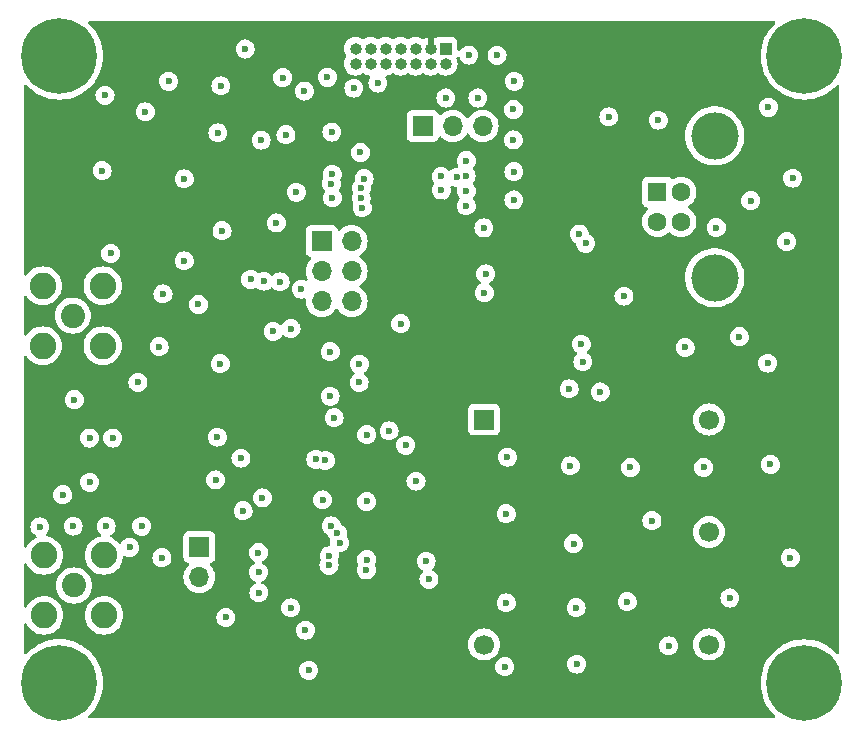
<source format=gbr>
%TF.GenerationSoftware,KiCad,Pcbnew,8.0.0*%
%TF.CreationDate,2024-06-03T00:37:32+08:00*%
%TF.ProjectId,CattusGPSDOv1,43617474-7573-4475-9053-444f76312e6b,rev?*%
%TF.SameCoordinates,Original*%
%TF.FileFunction,Copper,L3,Inr*%
%TF.FilePolarity,Positive*%
%FSLAX46Y46*%
G04 Gerber Fmt 4.6, Leading zero omitted, Abs format (unit mm)*
G04 Created by KiCad (PCBNEW 8.0.0) date 2024-06-03 00:37:32*
%MOMM*%
%LPD*%
G01*
G04 APERTURE LIST*
%TA.AperFunction,ComponentPad*%
%ADD10R,1.700000X1.700000*%
%TD*%
%TA.AperFunction,ComponentPad*%
%ADD11O,1.700000X1.700000*%
%TD*%
%TA.AperFunction,ComponentPad*%
%ADD12R,1.600000X1.600000*%
%TD*%
%TA.AperFunction,ComponentPad*%
%ADD13C,1.600000*%
%TD*%
%TA.AperFunction,ComponentPad*%
%ADD14C,4.000000*%
%TD*%
%TA.AperFunction,ComponentPad*%
%ADD15C,2.050000*%
%TD*%
%TA.AperFunction,ComponentPad*%
%ADD16C,2.250000*%
%TD*%
%TA.AperFunction,ComponentPad*%
%ADD17C,0.800000*%
%TD*%
%TA.AperFunction,ComponentPad*%
%ADD18C,6.400000*%
%TD*%
%TA.AperFunction,ComponentPad*%
%ADD19C,1.700000*%
%TD*%
%TA.AperFunction,ComponentPad*%
%ADD20R,1.000000X1.000000*%
%TD*%
%TA.AperFunction,ComponentPad*%
%ADD21O,1.000000X1.000000*%
%TD*%
%TA.AperFunction,ViaPad*%
%ADD22C,0.600000*%
%TD*%
G04 APERTURE END LIST*
D10*
%TO.N,/GNSS_RX*%
%TO.C,J5*%
X139885000Y-87525000D03*
D11*
%TO.N,/GNSS_TX*%
X142425000Y-87525000D03*
%TO.N,/VCP_TRX*%
X139885000Y-90065000D03*
%TO.N,/VCP_TTX*%
X142425000Y-90065000D03*
%TO.N,/CONFIG_RX*%
X139885000Y-92605000D03*
%TO.N,/CONFIG_TX*%
X142425000Y-92605000D03*
%TD*%
D12*
%TO.N,Net-(J6-VBUS)*%
%TO.C,J6*%
X168312500Y-83370000D03*
D13*
%TO.N,/UD_N*%
X168312500Y-85870000D03*
%TO.N,/UD_P*%
X170312500Y-85870000D03*
%TO.N,GND*%
X170312500Y-83370000D03*
D14*
X173172500Y-78620000D03*
X173172500Y-90620000D03*
%TD*%
D15*
%TO.N,Net-(J1-In)*%
%TO.C,J1*%
X118920000Y-116680000D03*
D16*
%TO.N,GND*%
X116380000Y-114140000D03*
X116380000Y-119220000D03*
X121460000Y-114140000D03*
X121460000Y-119220000D03*
%TD*%
D17*
%TO.N,GND*%
%TO.C,H2*%
X178360000Y-71840000D03*
X179062944Y-70142944D03*
X179062944Y-73537056D03*
X180760000Y-69440000D03*
D18*
X180760000Y-71840000D03*
D17*
X180760000Y-74240000D03*
X182457056Y-70142944D03*
X182457056Y-73537056D03*
X183160000Y-71840000D03*
%TD*%
D15*
%TO.N,Net-(D7-A2)*%
%TO.C,J2*%
X118810000Y-93830000D03*
D16*
%TO.N,GND*%
X116270000Y-91290000D03*
X116270000Y-96370000D03*
X121350000Y-91290000D03*
X121350000Y-96370000D03*
%TD*%
D17*
%TO.N,GND*%
%TO.C,H4*%
X178352944Y-124942944D03*
X179055888Y-123245888D03*
X179055888Y-126640000D03*
X180752944Y-122542944D03*
D18*
X180752944Y-124942944D03*
D17*
X180752944Y-127342944D03*
X182450000Y-123245888D03*
X182450000Y-126640000D03*
X183152944Y-124942944D03*
%TD*%
D10*
%TO.N,unconnected-(U1-Uref-Pad1)*%
%TO.C,U1*%
X153630000Y-102630000D03*
D19*
%TO.N,+5V*%
X153630000Y-121680000D03*
%TO.N,Net-(U1-RF)*%
X172680000Y-121680000D03*
%TO.N,GND*%
X172680000Y-112155000D03*
%TO.N,/OCXO_VC*%
X172680000Y-102630000D03*
%TD*%
D17*
%TO.N,GND*%
%TO.C,H1*%
X115272944Y-71842944D03*
X115975888Y-70145888D03*
X115975888Y-73540000D03*
X117672944Y-69442944D03*
D18*
X117672944Y-71842944D03*
D17*
X117672944Y-74242944D03*
X119370000Y-70145888D03*
X119370000Y-73540000D03*
X120072944Y-71842944D03*
%TD*%
D10*
%TO.N,/EEPROM_SDA*%
%TO.C,J7*%
X148440000Y-77770000D03*
D11*
%TO.N,/EEPROM_SCL*%
X150980000Y-77770000D03*
%TO.N,/EEPROM_WC*%
X153520000Y-77770000D03*
%TD*%
D17*
%TO.N,GND*%
%TO.C,H3*%
X115272944Y-124932944D03*
X115975888Y-123235888D03*
X115975888Y-126630000D03*
X117672944Y-122532944D03*
D18*
X117672944Y-124932944D03*
D17*
X117672944Y-127332944D03*
X119370000Y-123235888D03*
X119370000Y-126630000D03*
X120072944Y-124932944D03*
%TD*%
D10*
%TO.N,Net-(J4-Pin_1)*%
%TO.C,J4*%
X129530000Y-113435000D03*
D11*
%TO.N,GND*%
X129530000Y-115975000D03*
%TD*%
D20*
%TO.N,unconnected-(J3-NC-Pad1)*%
%TO.C,J3*%
X150380000Y-71230000D03*
D21*
%TO.N,unconnected-(J3-NC-Pad2)*%
X150380000Y-72500000D03*
%TO.N,+3V3*%
X149110000Y-71230000D03*
%TO.N,/DEBUG_SWDIO*%
X149110000Y-72500000D03*
%TO.N,GND*%
X147840000Y-71230000D03*
%TO.N,/DEBUG_SWCLK*%
X147840000Y-72500000D03*
%TO.N,GND*%
X146570000Y-71230000D03*
%TO.N,unconnected-(J3-JTDO{slash}SWO-Pad8)*%
X146570000Y-72500000D03*
%TO.N,unconnected-(J3-JRCLK{slash}NC-Pad9)*%
X145300000Y-71230000D03*
%TO.N,unconnected-(J3-JTDI{slash}NC-Pad10)*%
X145300000Y-72500000D03*
%TO.N,GND*%
X144030000Y-71230000D03*
%TO.N,/MCU_RESET*%
X144030000Y-72500000D03*
%TO.N,/VCP_TRX*%
X142760000Y-71230000D03*
%TO.N,/VCP_TTX*%
X142760000Y-72500000D03*
%TD*%
D22*
%TO.N,GND*%
X131300000Y-97900000D03*
X167850000Y-111190000D03*
X169260000Y-121790000D03*
X143670000Y-115370000D03*
X122190000Y-104200000D03*
X144640000Y-74140000D03*
X153770000Y-90300000D03*
X131100000Y-78360000D03*
X146570000Y-94520000D03*
X134760000Y-78970000D03*
X136860000Y-78510000D03*
X162230000Y-87710000D03*
X168390000Y-77290000D03*
X147870000Y-107850000D03*
X166030000Y-106690000D03*
X143692050Y-114492050D03*
X126360000Y-114330000D03*
X143690000Y-109570000D03*
X170660000Y-96530000D03*
X124650000Y-111670000D03*
X148970000Y-116160000D03*
X172220000Y-106690000D03*
X152130000Y-83280000D03*
X153620000Y-86410000D03*
X122020000Y-88570000D03*
X136050000Y-85990000D03*
X131450000Y-86650000D03*
X147000000Y-104810000D03*
X143700000Y-103910000D03*
X165760000Y-118060000D03*
X129450000Y-92890000D03*
X177710000Y-76190000D03*
X155520000Y-110600000D03*
X161210000Y-113150000D03*
X124330000Y-99490000D03*
X128250000Y-89200000D03*
X126450000Y-91990000D03*
X155610000Y-105820000D03*
X133240000Y-110350000D03*
X134980000Y-90920000D03*
X160930000Y-106550000D03*
X176210000Y-84110000D03*
X154730000Y-71790000D03*
X121540000Y-75180000D03*
X138780000Y-123860000D03*
X140940000Y-102480000D03*
X131770000Y-119390000D03*
X116020000Y-111720000D03*
X134560000Y-117310000D03*
X133050000Y-105900000D03*
X161480000Y-123340000D03*
X124960000Y-76580000D03*
X150400000Y-75410000D03*
X174444343Y-117741680D03*
X121640000Y-111680000D03*
X152120000Y-81980000D03*
X163470000Y-100300000D03*
X138420000Y-74820000D03*
X152130000Y-84540000D03*
X153110000Y-75410000D03*
X140710000Y-111630000D03*
X130900000Y-107750000D03*
X160840000Y-100030000D03*
X131350000Y-74380000D03*
X138510000Y-120470000D03*
X134870000Y-109269412D03*
X118950000Y-100950000D03*
X140780000Y-81860000D03*
X179570000Y-114350000D03*
X134540000Y-115570000D03*
X179260000Y-87570000D03*
X123620000Y-113460000D03*
X142610000Y-74580000D03*
X120230000Y-104200000D03*
X134535000Y-113890000D03*
X148730000Y-114640000D03*
X139960000Y-109430000D03*
X128250000Y-82260000D03*
X133410000Y-71260000D03*
X152330000Y-71770000D03*
X143080000Y-97945000D03*
X131050000Y-104120000D03*
X175260000Y-95620000D03*
X155520000Y-118150000D03*
X118840000Y-111660000D03*
X179760000Y-82200000D03*
X155380000Y-123560000D03*
X152140000Y-80720000D03*
X126920000Y-73990000D03*
X164200000Y-77010000D03*
X140740000Y-78290000D03*
X121300000Y-81550000D03*
X173300000Y-86380000D03*
X165480000Y-92190000D03*
X161430000Y-118560000D03*
X143170000Y-80020000D03*
X126130000Y-96450000D03*
%TO.N,+5V*%
X156120000Y-76380000D03*
X156160000Y-81650000D03*
X156160000Y-84040000D03*
X135770000Y-95170000D03*
X156120000Y-78960000D03*
X145600000Y-103590000D03*
X137260000Y-118570000D03*
X156180000Y-73990000D03*
X143060000Y-99495000D03*
X137289365Y-94927894D03*
%TO.N,+3V3*%
X160320000Y-96080000D03*
X178300000Y-120340000D03*
X135755000Y-82645821D03*
X150030000Y-84230735D03*
X140840000Y-80620000D03*
X134890000Y-102570000D03*
X134585000Y-112250000D03*
X161990000Y-74007500D03*
X160380000Y-93660000D03*
X153620000Y-87980000D03*
X161990000Y-72980000D03*
X160690000Y-72985000D03*
X161990000Y-71952500D03*
X160690000Y-75040000D03*
X160690000Y-90260000D03*
X160380000Y-92310000D03*
X137340000Y-96600000D03*
X160690000Y-70930000D03*
X161990000Y-75035000D03*
X130380000Y-97050000D03*
X160690000Y-86440000D03*
X160690000Y-71957500D03*
X179380000Y-103140000D03*
X179520000Y-112740000D03*
X160220000Y-94910000D03*
X133960000Y-94550000D03*
X138790000Y-96620000D03*
X161990000Y-70925000D03*
X138300000Y-109520000D03*
X160690000Y-74012500D03*
X134702500Y-103672500D03*
%TO.N,/GNSS_TX*%
X140620000Y-96890000D03*
X138170000Y-91590000D03*
%TO.N,/GNSS_RX*%
X139395000Y-106010000D03*
%TO.N,Net-(Q1-D)*%
X120240000Y-107950000D03*
X117960000Y-109000000D03*
%TO.N,Net-(Q3-G)*%
X153660000Y-91890000D03*
X161705000Y-86925000D03*
%TO.N,Net-(U3-TXD)*%
X140600000Y-100670000D03*
X140190735Y-106092521D03*
%TO.N,/MCU_RESET*%
X140707571Y-82656717D03*
%TO.N,/EEPROM_SDA*%
X151320000Y-82120000D03*
X161870000Y-96250000D03*
%TO.N,/EEPROM_WC*%
X150020000Y-83220000D03*
%TO.N,/EEPROM_SCL*%
X162000000Y-97750000D03*
X150000000Y-82050000D03*
%TO.N,Net-(D5-K)*%
X136580000Y-73680000D03*
X177650000Y-97860000D03*
%TO.N,Net-(D6-K)*%
X140370000Y-73660000D03*
X177880000Y-106430000D03*
%TO.N,/ADF_MISO*%
X143229446Y-83905139D03*
X140505350Y-114978825D03*
%TO.N,/5V_SENSE*%
X140800000Y-83850000D03*
X136370000Y-90980000D03*
%TO.N,/3V3_SENSE*%
X133870000Y-90770000D03*
X137740000Y-83390000D03*
%TO.N,/ADF_SCK*%
X141219507Y-112246771D03*
X143320000Y-84700000D03*
%TO.N,/ADF_LE*%
X140527216Y-114179627D03*
X143480000Y-82230000D03*
%TO.N,/ADF_MOSI*%
X141400000Y-113060000D03*
X143236594Y-83050063D03*
%TD*%
%TA.AperFunction,Conductor*%
%TO.N,+3V3*%
G36*
X178243880Y-68910185D02*
G01*
X178289635Y-68962989D01*
X178299579Y-69032147D01*
X178270554Y-69095703D01*
X178264522Y-69102181D01*
X178006222Y-69360480D01*
X178006215Y-69360488D01*
X177762122Y-69661917D01*
X177550877Y-69987206D01*
X177374787Y-70332802D01*
X177235788Y-70694905D01*
X177135397Y-71069570D01*
X177135397Y-71069572D01*
X177074722Y-71452660D01*
X177054422Y-71839999D01*
X177054422Y-71840000D01*
X177074722Y-72227339D01*
X177102040Y-72399816D01*
X177135398Y-72610433D01*
X177211548Y-72894631D01*
X177235788Y-72985094D01*
X177374787Y-73347197D01*
X177550877Y-73692793D01*
X177762122Y-74018082D01*
X177860852Y-74140003D01*
X178006219Y-74319516D01*
X178280484Y-74593781D01*
X178318581Y-74624631D01*
X178581917Y-74837877D01*
X178846680Y-75009816D01*
X178907211Y-75049125D01*
X179252806Y-75225214D01*
X179614913Y-75364214D01*
X179989567Y-75464602D01*
X180372662Y-75525278D01*
X180738576Y-75544455D01*
X180759999Y-75545578D01*
X180760000Y-75545578D01*
X180760001Y-75545578D01*
X180780301Y-75544514D01*
X181147338Y-75525278D01*
X181530433Y-75464602D01*
X181905087Y-75364214D01*
X182267194Y-75225214D01*
X182612789Y-75049125D01*
X182938084Y-74837876D01*
X183239516Y-74593781D01*
X183497819Y-74335478D01*
X183559142Y-74301993D01*
X183628834Y-74306977D01*
X183684767Y-74348849D01*
X183709184Y-74414313D01*
X183709500Y-74423159D01*
X183709500Y-122366841D01*
X183689815Y-122433880D01*
X183637011Y-122479635D01*
X183567853Y-122489579D01*
X183504297Y-122460554D01*
X183497819Y-122454522D01*
X183232463Y-122189166D01*
X183232455Y-122189159D01*
X182931026Y-121945066D01*
X182605737Y-121733821D01*
X182260141Y-121557731D01*
X181898038Y-121418732D01*
X181898031Y-121418730D01*
X181523377Y-121318342D01*
X181523373Y-121318341D01*
X181523372Y-121318341D01*
X181140283Y-121257666D01*
X180752945Y-121237366D01*
X180752943Y-121237366D01*
X180365604Y-121257666D01*
X179982516Y-121318341D01*
X179982514Y-121318341D01*
X179607849Y-121418732D01*
X179245746Y-121557731D01*
X178900150Y-121733821D01*
X178574861Y-121945066D01*
X178273432Y-122189159D01*
X178273424Y-122189166D01*
X177999166Y-122463424D01*
X177999159Y-122463432D01*
X177755066Y-122764861D01*
X177543821Y-123090150D01*
X177367731Y-123435746D01*
X177228732Y-123797849D01*
X177128341Y-124172514D01*
X177128341Y-124172516D01*
X177067666Y-124555604D01*
X177047366Y-124942943D01*
X177047366Y-124942944D01*
X177067666Y-125330283D01*
X177126758Y-125703377D01*
X177128342Y-125713377D01*
X177226052Y-126078038D01*
X177228732Y-126088038D01*
X177367731Y-126450141D01*
X177543821Y-126795737D01*
X177755066Y-127121026D01*
X177999159Y-127422455D01*
X177999166Y-127422463D01*
X178254522Y-127677819D01*
X178288007Y-127739142D01*
X178283023Y-127808834D01*
X178241151Y-127864767D01*
X178175687Y-127889184D01*
X178166841Y-127889500D01*
X120249047Y-127889500D01*
X120182008Y-127869815D01*
X120136253Y-127817011D01*
X120126309Y-127747853D01*
X120155334Y-127684297D01*
X120161366Y-127677819D01*
X120426725Y-127412460D01*
X120670820Y-127111028D01*
X120882069Y-126785733D01*
X121058158Y-126440138D01*
X121197158Y-126078031D01*
X121297546Y-125703377D01*
X121358222Y-125320282D01*
X121378522Y-124932944D01*
X121358222Y-124545606D01*
X121297546Y-124162511D01*
X121216489Y-123860003D01*
X137974435Y-123860003D01*
X137994630Y-124039249D01*
X137994631Y-124039254D01*
X138054211Y-124209523D01*
X138139569Y-124345368D01*
X138150184Y-124362262D01*
X138277738Y-124489816D01*
X138430478Y-124585789D01*
X138600745Y-124645368D01*
X138600750Y-124645369D01*
X138779996Y-124665565D01*
X138780000Y-124665565D01*
X138780004Y-124665565D01*
X138959249Y-124645369D01*
X138959252Y-124645368D01*
X138959255Y-124645368D01*
X139129522Y-124585789D01*
X139282262Y-124489816D01*
X139409816Y-124362262D01*
X139505789Y-124209522D01*
X139565368Y-124039255D01*
X139579985Y-123909523D01*
X139585565Y-123860003D01*
X139585565Y-123859996D01*
X139565369Y-123680750D01*
X139565368Y-123680745D01*
X139523119Y-123560003D01*
X154574435Y-123560003D01*
X154594630Y-123739249D01*
X154594631Y-123739254D01*
X154654211Y-123909523D01*
X154692096Y-123969816D01*
X154750184Y-124062262D01*
X154877738Y-124189816D01*
X155030478Y-124285789D01*
X155200745Y-124345368D01*
X155200750Y-124345369D01*
X155379996Y-124365565D01*
X155380000Y-124365565D01*
X155380004Y-124365565D01*
X155559249Y-124345369D01*
X155559252Y-124345368D01*
X155559255Y-124345368D01*
X155729522Y-124285789D01*
X155882262Y-124189816D01*
X156009816Y-124062262D01*
X156105789Y-123909522D01*
X156165368Y-123739255D01*
X156165369Y-123739249D01*
X156185565Y-123560003D01*
X156185565Y-123559996D01*
X156165369Y-123380750D01*
X156165368Y-123380745D01*
X156151112Y-123340003D01*
X160674435Y-123340003D01*
X160694630Y-123519249D01*
X160694631Y-123519254D01*
X160754211Y-123689523D01*
X160785460Y-123739255D01*
X160850184Y-123842262D01*
X160977738Y-123969816D01*
X161068080Y-124026582D01*
X161124864Y-124062262D01*
X161130478Y-124065789D01*
X161300745Y-124125368D01*
X161300750Y-124125369D01*
X161479996Y-124145565D01*
X161480000Y-124145565D01*
X161480004Y-124145565D01*
X161659249Y-124125369D01*
X161659252Y-124125368D01*
X161659255Y-124125368D01*
X161829522Y-124065789D01*
X161982262Y-123969816D01*
X162109816Y-123842262D01*
X162205789Y-123689522D01*
X162265368Y-123519255D01*
X162274777Y-123435746D01*
X162285565Y-123340003D01*
X162285565Y-123339996D01*
X162265369Y-123160750D01*
X162265368Y-123160745D01*
X162237168Y-123080155D01*
X162205789Y-122990478D01*
X162109816Y-122837738D01*
X161982262Y-122710184D01*
X161829523Y-122614211D01*
X161659254Y-122554631D01*
X161659249Y-122554630D01*
X161480004Y-122534435D01*
X161479996Y-122534435D01*
X161300750Y-122554630D01*
X161300745Y-122554631D01*
X161130476Y-122614211D01*
X160977737Y-122710184D01*
X160850184Y-122837737D01*
X160754211Y-122990476D01*
X160694631Y-123160745D01*
X160694630Y-123160750D01*
X160674435Y-123339996D01*
X160674435Y-123340003D01*
X156151112Y-123340003D01*
X156105789Y-123210478D01*
X156009816Y-123057738D01*
X155882262Y-122930184D01*
X155761072Y-122854035D01*
X155729523Y-122834211D01*
X155559254Y-122774631D01*
X155559249Y-122774630D01*
X155380004Y-122754435D01*
X155379996Y-122754435D01*
X155200750Y-122774630D01*
X155200745Y-122774631D01*
X155030476Y-122834211D01*
X154877737Y-122930184D01*
X154750184Y-123057737D01*
X154654211Y-123210476D01*
X154594631Y-123380745D01*
X154594630Y-123380750D01*
X154574435Y-123559996D01*
X154574435Y-123560003D01*
X139523119Y-123560003D01*
X139505789Y-123510478D01*
X139409816Y-123357738D01*
X139282262Y-123230184D01*
X139171751Y-123160745D01*
X139129523Y-123134211D01*
X138959254Y-123074631D01*
X138959249Y-123074630D01*
X138780004Y-123054435D01*
X138779996Y-123054435D01*
X138600750Y-123074630D01*
X138600745Y-123074631D01*
X138430476Y-123134211D01*
X138277737Y-123230184D01*
X138150184Y-123357737D01*
X138054211Y-123510476D01*
X137994631Y-123680745D01*
X137994630Y-123680750D01*
X137974435Y-123859996D01*
X137974435Y-123860003D01*
X121216489Y-123860003D01*
X121197158Y-123787857D01*
X121058158Y-123425750D01*
X120882069Y-123080155D01*
X120882066Y-123080150D01*
X120670821Y-122754861D01*
X120467180Y-122503386D01*
X120426725Y-122453428D01*
X120152460Y-122179163D01*
X120103509Y-122139523D01*
X119851026Y-121935066D01*
X119525737Y-121723821D01*
X119439733Y-121680000D01*
X152274341Y-121680000D01*
X152294936Y-121915403D01*
X152294938Y-121915413D01*
X152356094Y-122143655D01*
X152356096Y-122143659D01*
X152356097Y-122143663D01*
X152425390Y-122292262D01*
X152455965Y-122357830D01*
X152455967Y-122357834D01*
X152559512Y-122505711D01*
X152591505Y-122551401D01*
X152758599Y-122718495D01*
X152838771Y-122774632D01*
X152952165Y-122854032D01*
X152952167Y-122854033D01*
X152952170Y-122854035D01*
X153166337Y-122953903D01*
X153394592Y-123015063D01*
X153582918Y-123031539D01*
X153629999Y-123035659D01*
X153630000Y-123035659D01*
X153630001Y-123035659D01*
X153669234Y-123032226D01*
X153865408Y-123015063D01*
X154093663Y-122953903D01*
X154307830Y-122854035D01*
X154501401Y-122718495D01*
X154668495Y-122551401D01*
X154804035Y-122357830D01*
X154903903Y-122143663D01*
X154965063Y-121915408D01*
X154976035Y-121790003D01*
X168454435Y-121790003D01*
X168474630Y-121969249D01*
X168474631Y-121969254D01*
X168534211Y-122139523D01*
X168565404Y-122189166D01*
X168630184Y-122292262D01*
X168757738Y-122419816D01*
X168827541Y-122463676D01*
X168890738Y-122503386D01*
X168910478Y-122515789D01*
X169012254Y-122551402D01*
X169080745Y-122575368D01*
X169080750Y-122575369D01*
X169259996Y-122595565D01*
X169260000Y-122595565D01*
X169260004Y-122595565D01*
X169439249Y-122575369D01*
X169439252Y-122575368D01*
X169439255Y-122575368D01*
X169609522Y-122515789D01*
X169762262Y-122419816D01*
X169889816Y-122292262D01*
X169985789Y-122139522D01*
X170045368Y-121969255D01*
X170045369Y-121969249D01*
X170065565Y-121790003D01*
X170065565Y-121789996D01*
X170053172Y-121680000D01*
X171324341Y-121680000D01*
X171344936Y-121915403D01*
X171344938Y-121915413D01*
X171406094Y-122143655D01*
X171406096Y-122143659D01*
X171406097Y-122143663D01*
X171475390Y-122292262D01*
X171505965Y-122357830D01*
X171505967Y-122357834D01*
X171609512Y-122505711D01*
X171641505Y-122551401D01*
X171808599Y-122718495D01*
X171888771Y-122774632D01*
X172002165Y-122854032D01*
X172002167Y-122854033D01*
X172002170Y-122854035D01*
X172216337Y-122953903D01*
X172444592Y-123015063D01*
X172632918Y-123031539D01*
X172679999Y-123035659D01*
X172680000Y-123035659D01*
X172680001Y-123035659D01*
X172719234Y-123032226D01*
X172915408Y-123015063D01*
X173143663Y-122953903D01*
X173357830Y-122854035D01*
X173551401Y-122718495D01*
X173718495Y-122551401D01*
X173854035Y-122357830D01*
X173953903Y-122143663D01*
X174015063Y-121915408D01*
X174035659Y-121680000D01*
X174015063Y-121444592D01*
X173964977Y-121257666D01*
X173953905Y-121216344D01*
X173953904Y-121216343D01*
X173953903Y-121216337D01*
X173854035Y-121002171D01*
X173841617Y-120984435D01*
X173718494Y-120808597D01*
X173551402Y-120641506D01*
X173551395Y-120641501D01*
X173357834Y-120505967D01*
X173357830Y-120505965D01*
X173280694Y-120469996D01*
X173143663Y-120406097D01*
X173143659Y-120406096D01*
X173143655Y-120406094D01*
X172915413Y-120344938D01*
X172915403Y-120344936D01*
X172680001Y-120324341D01*
X172679999Y-120324341D01*
X172444596Y-120344936D01*
X172444586Y-120344938D01*
X172216344Y-120406094D01*
X172216335Y-120406098D01*
X172002171Y-120505964D01*
X172002169Y-120505965D01*
X171808597Y-120641505D01*
X171641505Y-120808597D01*
X171505965Y-121002169D01*
X171505964Y-121002171D01*
X171406098Y-121216335D01*
X171406094Y-121216344D01*
X171344938Y-121444586D01*
X171344936Y-121444596D01*
X171324341Y-121679999D01*
X171324341Y-121680000D01*
X170053172Y-121680000D01*
X170045369Y-121610750D01*
X170045368Y-121610745D01*
X169987230Y-121444596D01*
X169985789Y-121440478D01*
X169965840Y-121408730D01*
X169902762Y-121308342D01*
X169889816Y-121287738D01*
X169762262Y-121160184D01*
X169609523Y-121064211D01*
X169439254Y-121004631D01*
X169439249Y-121004630D01*
X169260004Y-120984435D01*
X169259996Y-120984435D01*
X169080750Y-121004630D01*
X169080745Y-121004631D01*
X168910476Y-121064211D01*
X168757737Y-121160184D01*
X168630184Y-121287737D01*
X168534211Y-121440476D01*
X168474631Y-121610745D01*
X168474630Y-121610750D01*
X168454435Y-121789996D01*
X168454435Y-121790003D01*
X154976035Y-121790003D01*
X154985659Y-121680000D01*
X154965063Y-121444592D01*
X154914977Y-121257666D01*
X154903905Y-121216344D01*
X154903904Y-121216343D01*
X154903903Y-121216337D01*
X154804035Y-121002171D01*
X154791617Y-120984435D01*
X154668494Y-120808597D01*
X154501402Y-120641506D01*
X154501395Y-120641501D01*
X154307834Y-120505967D01*
X154307830Y-120505965D01*
X154230694Y-120469996D01*
X154093663Y-120406097D01*
X154093659Y-120406096D01*
X154093655Y-120406094D01*
X153865413Y-120344938D01*
X153865403Y-120344936D01*
X153630001Y-120324341D01*
X153629999Y-120324341D01*
X153394596Y-120344936D01*
X153394586Y-120344938D01*
X153166344Y-120406094D01*
X153166335Y-120406098D01*
X152952171Y-120505964D01*
X152952169Y-120505965D01*
X152758597Y-120641505D01*
X152591505Y-120808597D01*
X152455965Y-121002169D01*
X152455964Y-121002171D01*
X152356098Y-121216335D01*
X152356094Y-121216344D01*
X152294938Y-121444586D01*
X152294936Y-121444596D01*
X152274341Y-121679999D01*
X152274341Y-121680000D01*
X119439733Y-121680000D01*
X119180141Y-121547731D01*
X118818038Y-121408732D01*
X118818031Y-121408730D01*
X118443377Y-121308342D01*
X118443373Y-121308341D01*
X118443372Y-121308341D01*
X118060283Y-121247666D01*
X117672945Y-121227366D01*
X117672943Y-121227366D01*
X117285604Y-121247666D01*
X116902516Y-121308341D01*
X116902514Y-121308341D01*
X116527849Y-121408732D01*
X116165746Y-121547731D01*
X115820150Y-121723821D01*
X115494861Y-121935066D01*
X115193432Y-122179159D01*
X115193424Y-122179166D01*
X114919166Y-122453424D01*
X114919162Y-122453429D01*
X114910864Y-122463676D01*
X114853375Y-122503386D01*
X114783544Y-122505711D01*
X114723542Y-122469914D01*
X114692417Y-122407359D01*
X114690500Y-122385637D01*
X114690500Y-120012208D01*
X114710185Y-119945169D01*
X114762989Y-119899414D01*
X114832147Y-119889470D01*
X114895703Y-119918495D01*
X114924985Y-119955914D01*
X114927191Y-119960244D01*
X115060875Y-120178396D01*
X115060878Y-120178401D01*
X115075538Y-120195565D01*
X115227044Y-120372956D01*
X115340668Y-120470000D01*
X115421598Y-120539121D01*
X115421600Y-120539122D01*
X115421601Y-120539123D01*
X115588675Y-120641506D01*
X115639757Y-120672809D01*
X115639760Y-120672811D01*
X115876135Y-120770720D01*
X115876140Y-120770722D01*
X116124930Y-120830452D01*
X116380000Y-120850526D01*
X116635070Y-120830452D01*
X116883860Y-120770722D01*
X117002051Y-120721765D01*
X117120239Y-120672811D01*
X117120240Y-120672810D01*
X117120243Y-120672809D01*
X117338399Y-120539123D01*
X117532956Y-120372956D01*
X117699123Y-120178399D01*
X117832809Y-119960243D01*
X117930722Y-119723860D01*
X117990452Y-119475070D01*
X118010526Y-119220000D01*
X119829474Y-119220000D01*
X119849547Y-119475064D01*
X119909279Y-119723864D01*
X120007188Y-119960239D01*
X120007190Y-119960242D01*
X120140875Y-120178396D01*
X120140878Y-120178401D01*
X120155538Y-120195565D01*
X120307044Y-120372956D01*
X120420668Y-120470000D01*
X120501598Y-120539121D01*
X120501600Y-120539122D01*
X120501601Y-120539123D01*
X120668675Y-120641506D01*
X120719757Y-120672809D01*
X120719760Y-120672811D01*
X120956135Y-120770720D01*
X120956140Y-120770722D01*
X121204930Y-120830452D01*
X121460000Y-120850526D01*
X121715070Y-120830452D01*
X121963860Y-120770722D01*
X122082051Y-120721765D01*
X122200239Y-120672811D01*
X122200240Y-120672810D01*
X122200243Y-120672809D01*
X122418399Y-120539123D01*
X122499328Y-120470003D01*
X137704435Y-120470003D01*
X137724630Y-120649249D01*
X137724631Y-120649254D01*
X137784211Y-120819523D01*
X137803691Y-120850525D01*
X137880184Y-120972262D01*
X138007738Y-121099816D01*
X138160478Y-121195789D01*
X138219201Y-121216337D01*
X138330745Y-121255368D01*
X138330750Y-121255369D01*
X138509996Y-121275565D01*
X138510000Y-121275565D01*
X138510004Y-121275565D01*
X138689249Y-121255369D01*
X138689252Y-121255368D01*
X138689255Y-121255368D01*
X138859522Y-121195789D01*
X139012262Y-121099816D01*
X139139816Y-120972262D01*
X139235789Y-120819522D01*
X139295368Y-120649255D01*
X139296241Y-120641506D01*
X139315565Y-120470003D01*
X139315565Y-120469996D01*
X139295369Y-120290750D01*
X139295368Y-120290745D01*
X139235788Y-120120476D01*
X139139815Y-119967737D01*
X139012262Y-119840184D01*
X138859523Y-119744211D01*
X138689254Y-119684631D01*
X138689249Y-119684630D01*
X138510004Y-119664435D01*
X138509996Y-119664435D01*
X138330750Y-119684630D01*
X138330745Y-119684631D01*
X138160476Y-119744211D01*
X138007737Y-119840184D01*
X137880184Y-119967737D01*
X137784211Y-120120476D01*
X137724631Y-120290745D01*
X137724630Y-120290750D01*
X137704435Y-120469996D01*
X137704435Y-120470003D01*
X122499328Y-120470003D01*
X122612956Y-120372956D01*
X122779123Y-120178399D01*
X122912809Y-119960243D01*
X123010722Y-119723860D01*
X123070452Y-119475070D01*
X123077147Y-119390003D01*
X130964435Y-119390003D01*
X130984630Y-119569249D01*
X130984631Y-119569254D01*
X131044211Y-119739523D01*
X131047157Y-119744211D01*
X131140184Y-119892262D01*
X131267738Y-120019816D01*
X131420478Y-120115789D01*
X131590745Y-120175368D01*
X131590750Y-120175369D01*
X131769996Y-120195565D01*
X131770000Y-120195565D01*
X131770004Y-120195565D01*
X131949249Y-120175369D01*
X131949252Y-120175368D01*
X131949255Y-120175368D01*
X132119522Y-120115789D01*
X132272262Y-120019816D01*
X132399816Y-119892262D01*
X132495789Y-119739522D01*
X132555368Y-119569255D01*
X132575565Y-119390000D01*
X132571663Y-119355369D01*
X132555369Y-119210750D01*
X132555368Y-119210745D01*
X132548044Y-119189815D01*
X132495789Y-119040478D01*
X132399816Y-118887738D01*
X132272262Y-118760184D01*
X132238944Y-118739249D01*
X132119523Y-118664211D01*
X131949254Y-118604631D01*
X131949249Y-118604630D01*
X131770004Y-118584435D01*
X131769996Y-118584435D01*
X131590750Y-118604630D01*
X131590745Y-118604631D01*
X131420476Y-118664211D01*
X131267737Y-118760184D01*
X131140184Y-118887737D01*
X131044211Y-119040476D01*
X130984631Y-119210745D01*
X130984630Y-119210750D01*
X130964435Y-119389996D01*
X130964435Y-119390003D01*
X123077147Y-119390003D01*
X123090526Y-119220000D01*
X123070452Y-118964930D01*
X123010722Y-118716140D01*
X122999818Y-118689815D01*
X122950191Y-118570003D01*
X136454435Y-118570003D01*
X136474630Y-118749249D01*
X136474631Y-118749254D01*
X136534211Y-118919523D01*
X136610213Y-119040478D01*
X136630184Y-119072262D01*
X136757738Y-119199816D01*
X136789861Y-119220000D01*
X136894561Y-119285788D01*
X136910478Y-119295789D01*
X137080745Y-119355368D01*
X137080750Y-119355369D01*
X137259996Y-119375565D01*
X137260000Y-119375565D01*
X137260004Y-119375565D01*
X137439249Y-119355369D01*
X137439252Y-119355368D01*
X137439255Y-119355368D01*
X137609522Y-119295789D01*
X137762262Y-119199816D01*
X137889816Y-119072262D01*
X137985789Y-118919522D01*
X138045368Y-118749255D01*
X138046495Y-118739254D01*
X138065565Y-118570003D01*
X138065565Y-118569996D01*
X138045369Y-118390750D01*
X138045368Y-118390745D01*
X138000179Y-118261603D01*
X137985789Y-118220478D01*
X137979504Y-118210476D01*
X137941507Y-118150003D01*
X154714435Y-118150003D01*
X154734630Y-118329249D01*
X154734631Y-118329254D01*
X154794211Y-118499523D01*
X154838495Y-118570000D01*
X154890184Y-118652262D01*
X155017738Y-118779816D01*
X155027244Y-118785789D01*
X155154206Y-118865565D01*
X155170478Y-118875789D01*
X155295460Y-118919522D01*
X155340745Y-118935368D01*
X155340750Y-118935369D01*
X155519996Y-118955565D01*
X155520000Y-118955565D01*
X155520004Y-118955565D01*
X155699249Y-118935369D01*
X155699252Y-118935368D01*
X155699255Y-118935368D01*
X155869522Y-118875789D01*
X156022262Y-118779816D01*
X156149816Y-118652262D01*
X156207786Y-118560003D01*
X160624435Y-118560003D01*
X160644630Y-118739249D01*
X160644631Y-118739254D01*
X160704211Y-118909523D01*
X160739026Y-118964930D01*
X160800184Y-119062262D01*
X160927738Y-119189816D01*
X161080478Y-119285789D01*
X161250745Y-119345368D01*
X161250750Y-119345369D01*
X161429996Y-119365565D01*
X161430000Y-119365565D01*
X161430004Y-119365565D01*
X161609249Y-119345369D01*
X161609252Y-119345368D01*
X161609255Y-119345368D01*
X161779522Y-119285789D01*
X161932262Y-119189816D01*
X162059816Y-119062262D01*
X162155789Y-118909522D01*
X162215368Y-118739255D01*
X162215369Y-118739249D01*
X162235565Y-118560003D01*
X162235565Y-118559996D01*
X162215369Y-118380750D01*
X162215368Y-118380745D01*
X162197351Y-118329255D01*
X162155789Y-118210478D01*
X162155624Y-118210216D01*
X162083461Y-118095369D01*
X162061239Y-118060003D01*
X164954435Y-118060003D01*
X164974630Y-118239249D01*
X164974631Y-118239254D01*
X165034211Y-118409523D01*
X165108058Y-118527049D01*
X165130184Y-118562262D01*
X165257738Y-118689816D01*
X165410478Y-118785789D01*
X165580745Y-118845368D01*
X165580750Y-118845369D01*
X165759996Y-118865565D01*
X165760000Y-118865565D01*
X165760004Y-118865565D01*
X165939249Y-118845369D01*
X165939252Y-118845368D01*
X165939255Y-118845368D01*
X166109522Y-118785789D01*
X166262262Y-118689816D01*
X166389816Y-118562262D01*
X166485789Y-118409522D01*
X166545368Y-118239255D01*
X166547484Y-118220476D01*
X166565565Y-118060003D01*
X166565565Y-118059996D01*
X166545369Y-117880750D01*
X166545368Y-117880745D01*
X166517281Y-117800476D01*
X166496708Y-117741683D01*
X173638778Y-117741683D01*
X173658973Y-117920929D01*
X173658974Y-117920934D01*
X173718554Y-118091203D01*
X173811578Y-118239249D01*
X173814527Y-118243942D01*
X173942081Y-118371496D01*
X174094821Y-118467469D01*
X174186426Y-118499523D01*
X174265088Y-118527048D01*
X174265093Y-118527049D01*
X174444339Y-118547245D01*
X174444343Y-118547245D01*
X174444347Y-118547245D01*
X174623592Y-118527049D01*
X174623595Y-118527048D01*
X174623598Y-118527048D01*
X174793865Y-118467469D01*
X174946605Y-118371496D01*
X175074159Y-118243942D01*
X175170132Y-118091202D01*
X175229711Y-117920935D01*
X175231971Y-117900877D01*
X175249908Y-117741683D01*
X175249908Y-117741676D01*
X175229712Y-117562430D01*
X175229711Y-117562425D01*
X175204107Y-117489254D01*
X175170132Y-117392158D01*
X175074159Y-117239418D01*
X174946605Y-117111864D01*
X174793866Y-117015891D01*
X174623597Y-116956311D01*
X174623592Y-116956310D01*
X174444347Y-116936115D01*
X174444339Y-116936115D01*
X174265093Y-116956310D01*
X174265088Y-116956311D01*
X174094819Y-117015891D01*
X173942080Y-117111864D01*
X173814527Y-117239417D01*
X173718554Y-117392156D01*
X173658974Y-117562425D01*
X173658973Y-117562430D01*
X173638778Y-117741676D01*
X173638778Y-117741683D01*
X166496708Y-117741683D01*
X166485789Y-117710478D01*
X166389816Y-117557738D01*
X166262262Y-117430184D01*
X166201741Y-117392156D01*
X166109523Y-117334211D01*
X165939254Y-117274631D01*
X165939249Y-117274630D01*
X165760004Y-117254435D01*
X165759996Y-117254435D01*
X165580750Y-117274630D01*
X165580745Y-117274631D01*
X165410476Y-117334211D01*
X165257737Y-117430184D01*
X165130184Y-117557737D01*
X165034211Y-117710476D01*
X164974631Y-117880745D01*
X164974630Y-117880750D01*
X164954435Y-118059996D01*
X164954435Y-118060003D01*
X162061239Y-118060003D01*
X162059816Y-118057738D01*
X161932262Y-117930184D01*
X161885622Y-117900878D01*
X161779523Y-117834211D01*
X161609254Y-117774631D01*
X161609249Y-117774630D01*
X161430004Y-117754435D01*
X161429996Y-117754435D01*
X161250750Y-117774630D01*
X161250745Y-117774631D01*
X161080476Y-117834211D01*
X160927737Y-117930184D01*
X160800184Y-118057737D01*
X160704211Y-118210476D01*
X160644631Y-118380745D01*
X160644630Y-118380750D01*
X160624435Y-118559996D01*
X160624435Y-118560003D01*
X156207786Y-118560003D01*
X156245789Y-118499522D01*
X156305368Y-118329255D01*
X156305369Y-118329249D01*
X156325565Y-118150003D01*
X156325565Y-118149996D01*
X156305369Y-117970750D01*
X156305368Y-117970745D01*
X156273877Y-117880750D01*
X156245789Y-117800478D01*
X156224871Y-117767188D01*
X156149815Y-117647737D01*
X156022262Y-117520184D01*
X155869523Y-117424211D01*
X155699254Y-117364631D01*
X155699249Y-117364630D01*
X155520004Y-117344435D01*
X155519996Y-117344435D01*
X155340750Y-117364630D01*
X155340745Y-117364631D01*
X155170476Y-117424211D01*
X155017737Y-117520184D01*
X154890184Y-117647737D01*
X154794211Y-117800476D01*
X154734631Y-117970745D01*
X154734630Y-117970750D01*
X154714435Y-118149996D01*
X154714435Y-118150003D01*
X137941507Y-118150003D01*
X137932284Y-118135325D01*
X137889816Y-118067738D01*
X137762262Y-117940184D01*
X137746347Y-117930184D01*
X137609523Y-117844211D01*
X137439254Y-117784631D01*
X137439249Y-117784630D01*
X137260004Y-117764435D01*
X137259996Y-117764435D01*
X137080750Y-117784630D01*
X137080745Y-117784631D01*
X136910476Y-117844211D01*
X136757737Y-117940184D01*
X136630184Y-118067737D01*
X136534211Y-118220476D01*
X136474631Y-118390745D01*
X136474630Y-118390750D01*
X136454435Y-118569996D01*
X136454435Y-118570003D01*
X122950191Y-118570003D01*
X122912811Y-118479760D01*
X122912809Y-118479757D01*
X122869769Y-118409522D01*
X122779123Y-118261601D01*
X122779122Y-118261600D01*
X122779121Y-118261598D01*
X122719145Y-118191376D01*
X122612956Y-118067044D01*
X122463990Y-117939815D01*
X122418401Y-117900878D01*
X122418396Y-117900875D01*
X122200242Y-117767190D01*
X122200239Y-117767188D01*
X121963864Y-117669279D01*
X121923228Y-117659523D01*
X121715070Y-117609548D01*
X121715067Y-117609547D01*
X121715064Y-117609547D01*
X121460000Y-117589474D01*
X121204935Y-117609547D01*
X121204931Y-117609547D01*
X121204930Y-117609548D01*
X121080535Y-117639413D01*
X120956135Y-117669279D01*
X120719760Y-117767188D01*
X120719757Y-117767190D01*
X120501603Y-117900875D01*
X120501598Y-117900878D01*
X120307044Y-118067044D01*
X120140878Y-118261598D01*
X120140875Y-118261603D01*
X120007190Y-118479757D01*
X120007188Y-118479760D01*
X119909279Y-118716135D01*
X119879413Y-118840535D01*
X119851797Y-118955565D01*
X119849547Y-118964935D01*
X119829474Y-119220000D01*
X118010526Y-119220000D01*
X117990452Y-118964930D01*
X117930722Y-118716140D01*
X117919818Y-118689815D01*
X117832811Y-118479760D01*
X117832809Y-118479757D01*
X117789769Y-118409522D01*
X117699123Y-118261601D01*
X117699122Y-118261600D01*
X117699121Y-118261598D01*
X117639145Y-118191376D01*
X117532956Y-118067044D01*
X117383990Y-117939815D01*
X117338401Y-117900878D01*
X117338396Y-117900875D01*
X117120242Y-117767190D01*
X117120239Y-117767188D01*
X116883864Y-117669279D01*
X116843228Y-117659523D01*
X116635070Y-117609548D01*
X116635067Y-117609547D01*
X116635064Y-117609547D01*
X116380000Y-117589474D01*
X116124935Y-117609547D01*
X116124931Y-117609547D01*
X116124930Y-117609548D01*
X116000535Y-117639413D01*
X115876135Y-117669279D01*
X115639760Y-117767188D01*
X115639757Y-117767190D01*
X115421603Y-117900875D01*
X115421598Y-117900878D01*
X115227044Y-118067044D01*
X115060878Y-118261598D01*
X115060875Y-118261603D01*
X114927193Y-118479753D01*
X114924983Y-118484090D01*
X114877006Y-118534884D01*
X114809185Y-118551677D01*
X114743051Y-118529137D01*
X114699601Y-118474420D01*
X114690500Y-118427791D01*
X114690500Y-116680000D01*
X117389783Y-116680000D01*
X117408623Y-116919382D01*
X117464674Y-117152853D01*
X117464678Y-117152865D01*
X117556565Y-117374702D01*
X117671602Y-117562425D01*
X117682028Y-117579439D01*
X117837973Y-117762027D01*
X118020561Y-117917972D01*
X118056808Y-117940184D01*
X118225297Y-118043434D01*
X118283973Y-118067738D01*
X118447137Y-118135323D01*
X118680621Y-118191377D01*
X118920000Y-118210217D01*
X119159379Y-118191377D01*
X119392863Y-118135323D01*
X119614704Y-118043433D01*
X119819439Y-117917972D01*
X120002027Y-117762027D01*
X120157972Y-117579439D01*
X120283433Y-117374704D01*
X120287606Y-117364631D01*
X120324884Y-117274632D01*
X120375323Y-117152863D01*
X120431377Y-116919379D01*
X120450217Y-116680000D01*
X120431377Y-116440621D01*
X120375323Y-116207137D01*
X120319456Y-116072262D01*
X120283434Y-115985297D01*
X120277124Y-115975000D01*
X128174341Y-115975000D01*
X128194936Y-116210403D01*
X128194938Y-116210413D01*
X128256094Y-116438655D01*
X128256096Y-116438659D01*
X128256097Y-116438663D01*
X128355965Y-116652830D01*
X128355967Y-116652834D01*
X128375118Y-116680184D01*
X128491505Y-116846401D01*
X128658599Y-117013495D01*
X128755384Y-117081265D01*
X128852165Y-117149032D01*
X128852167Y-117149033D01*
X128852170Y-117149035D01*
X129066337Y-117248903D01*
X129294592Y-117310063D01*
X129482918Y-117326539D01*
X129529999Y-117330659D01*
X129530000Y-117330659D01*
X129530001Y-117330659D01*
X129569234Y-117327226D01*
X129765408Y-117310063D01*
X129993663Y-117248903D01*
X130207830Y-117149035D01*
X130401401Y-117013495D01*
X130568495Y-116846401D01*
X130704035Y-116652830D01*
X130803903Y-116438663D01*
X130865063Y-116210408D01*
X130885659Y-115975000D01*
X130865063Y-115739592D01*
X130814061Y-115549249D01*
X130803905Y-115511344D01*
X130803904Y-115511343D01*
X130803903Y-115511337D01*
X130704035Y-115297171D01*
X130684880Y-115269815D01*
X130568496Y-115103600D01*
X130520684Y-115055788D01*
X130446567Y-114981671D01*
X130413084Y-114920351D01*
X130418068Y-114850659D01*
X130459939Y-114794725D01*
X130490915Y-114777810D01*
X130622331Y-114728796D01*
X130737546Y-114642546D01*
X130823796Y-114527331D01*
X130874091Y-114392483D01*
X130880500Y-114332873D01*
X130880500Y-113890003D01*
X133729435Y-113890003D01*
X133749630Y-114069249D01*
X133749631Y-114069254D01*
X133809211Y-114239523D01*
X133878626Y-114349996D01*
X133905184Y-114392262D01*
X134032738Y-114519816D01*
X134118828Y-114573910D01*
X134185483Y-114615792D01*
X134191753Y-114618812D01*
X134190571Y-114621265D01*
X134237292Y-114654768D01*
X134263045Y-114719719D01*
X134249595Y-114788282D01*
X134201212Y-114838689D01*
X134193378Y-114842813D01*
X134190484Y-114844206D01*
X134037737Y-114940184D01*
X133910184Y-115067737D01*
X133814211Y-115220476D01*
X133754631Y-115390745D01*
X133754630Y-115390750D01*
X133734435Y-115569996D01*
X133734435Y-115570003D01*
X133754630Y-115749249D01*
X133754631Y-115749254D01*
X133814211Y-115919523D01*
X133855540Y-115985297D01*
X133910184Y-116072262D01*
X134037738Y-116199816D01*
X134190478Y-116295789D01*
X134258120Y-116319458D01*
X134278122Y-116326457D01*
X134334898Y-116367179D01*
X134360645Y-116432132D01*
X134347189Y-116500694D01*
X134298801Y-116551096D01*
X134278122Y-116560540D01*
X134210480Y-116584209D01*
X134057737Y-116680184D01*
X133930184Y-116807737D01*
X133834211Y-116960476D01*
X133774631Y-117130745D01*
X133774630Y-117130750D01*
X133754435Y-117309996D01*
X133754435Y-117310003D01*
X133774630Y-117489249D01*
X133774631Y-117489254D01*
X133834211Y-117659523D01*
X133898619Y-117762027D01*
X133930184Y-117812262D01*
X134057738Y-117939816D01*
X134210478Y-118035789D01*
X134301783Y-118067738D01*
X134380745Y-118095368D01*
X134380750Y-118095369D01*
X134559996Y-118115565D01*
X134560000Y-118115565D01*
X134560004Y-118115565D01*
X134739249Y-118095369D01*
X134739252Y-118095368D01*
X134739255Y-118095368D01*
X134909522Y-118035789D01*
X135062262Y-117939816D01*
X135189816Y-117812262D01*
X135285789Y-117659522D01*
X135345368Y-117489255D01*
X135356308Y-117392158D01*
X135365565Y-117310003D01*
X135365565Y-117309996D01*
X135345369Y-117130750D01*
X135345368Y-117130745D01*
X135305179Y-117015891D01*
X135285789Y-116960478D01*
X135283171Y-116956312D01*
X135214110Y-116846402D01*
X135189816Y-116807738D01*
X135062262Y-116680184D01*
X135061969Y-116680000D01*
X134909519Y-116584208D01*
X134821877Y-116553541D01*
X134765101Y-116512819D01*
X134739354Y-116447866D01*
X134752811Y-116379305D01*
X134801198Y-116328902D01*
X134821876Y-116319459D01*
X134856209Y-116307445D01*
X134889520Y-116295790D01*
X134889522Y-116295789D01*
X135042262Y-116199816D01*
X135169816Y-116072262D01*
X135265789Y-115919522D01*
X135325368Y-115749255D01*
X135325369Y-115749249D01*
X135345565Y-115570003D01*
X135345565Y-115569996D01*
X135325369Y-115390750D01*
X135325368Y-115390745D01*
X135316654Y-115365841D01*
X135265789Y-115220478D01*
X135247106Y-115190745D01*
X135216641Y-115142259D01*
X135169816Y-115067738D01*
X135080906Y-114978828D01*
X139699785Y-114978828D01*
X139719980Y-115158074D01*
X139719981Y-115158079D01*
X139779561Y-115328348D01*
X139861732Y-115459121D01*
X139875534Y-115481087D01*
X140003088Y-115608641D01*
X140155828Y-115704614D01*
X140326095Y-115764193D01*
X140326100Y-115764194D01*
X140505346Y-115784390D01*
X140505350Y-115784390D01*
X140505354Y-115784390D01*
X140684599Y-115764194D01*
X140684602Y-115764193D01*
X140684605Y-115764193D01*
X140854872Y-115704614D01*
X141007612Y-115608641D01*
X141135166Y-115481087D01*
X141204965Y-115370003D01*
X142864435Y-115370003D01*
X142884630Y-115549249D01*
X142884631Y-115549254D01*
X142944211Y-115719523D01*
X143040184Y-115872262D01*
X143167738Y-115999816D01*
X143320478Y-116095789D01*
X143490745Y-116155368D01*
X143490750Y-116155369D01*
X143669996Y-116175565D01*
X143670000Y-116175565D01*
X143670004Y-116175565D01*
X143849249Y-116155369D01*
X143849252Y-116155368D01*
X143849255Y-116155368D01*
X144019522Y-116095789D01*
X144172262Y-115999816D01*
X144299816Y-115872262D01*
X144395789Y-115719522D01*
X144455368Y-115549255D01*
X144455369Y-115549249D01*
X144475565Y-115370003D01*
X144475565Y-115369996D01*
X144455369Y-115190750D01*
X144455366Y-115190737D01*
X144408145Y-115055789D01*
X144395789Y-115020478D01*
X144392059Y-115014542D01*
X144373059Y-114947307D01*
X144392060Y-114882599D01*
X144412129Y-114850659D01*
X144417839Y-114841572D01*
X144467544Y-114699523D01*
X144477416Y-114671312D01*
X144477419Y-114671299D01*
X144480945Y-114640003D01*
X147924435Y-114640003D01*
X147944630Y-114819249D01*
X147944631Y-114819254D01*
X148004211Y-114989523D01*
X148058416Y-115075789D01*
X148100184Y-115142262D01*
X148227738Y-115269816D01*
X148380478Y-115365789D01*
X148380627Y-115365841D01*
X148380715Y-115365904D01*
X148386753Y-115368812D01*
X148386243Y-115369869D01*
X148437404Y-115406562D01*
X148463153Y-115471514D01*
X148449698Y-115540076D01*
X148427357Y-115570565D01*
X148340183Y-115657739D01*
X148244211Y-115810476D01*
X148184631Y-115980745D01*
X148184630Y-115980750D01*
X148164435Y-116159996D01*
X148164435Y-116160003D01*
X148184630Y-116339249D01*
X148184631Y-116339254D01*
X148244211Y-116509523D01*
X148291139Y-116584208D01*
X148340184Y-116662262D01*
X148467738Y-116789816D01*
X148620478Y-116885789D01*
X148790745Y-116945368D01*
X148790750Y-116945369D01*
X148969996Y-116965565D01*
X148970000Y-116965565D01*
X148970004Y-116965565D01*
X149149249Y-116945369D01*
X149149252Y-116945368D01*
X149149255Y-116945368D01*
X149319522Y-116885789D01*
X149472262Y-116789816D01*
X149599816Y-116662262D01*
X149695789Y-116509522D01*
X149755368Y-116339255D01*
X149755369Y-116339249D01*
X149775565Y-116160003D01*
X149775565Y-116159996D01*
X149755369Y-115980750D01*
X149755368Y-115980745D01*
X149695788Y-115810476D01*
X149629270Y-115704614D01*
X149599816Y-115657738D01*
X149472262Y-115530184D01*
X149331963Y-115442028D01*
X149319519Y-115434209D01*
X149319362Y-115434154D01*
X149319272Y-115434089D01*
X149313247Y-115431188D01*
X149313755Y-115430132D01*
X149262589Y-115393429D01*
X149236845Y-115328474D01*
X149250306Y-115259914D01*
X149272637Y-115229440D01*
X149359816Y-115142262D01*
X149455789Y-114989522D01*
X149515368Y-114819255D01*
X149515369Y-114819249D01*
X149535565Y-114640003D01*
X149535565Y-114639996D01*
X149515369Y-114460750D01*
X149515368Y-114460745D01*
X149479727Y-114358889D01*
X149476618Y-114350003D01*
X178764435Y-114350003D01*
X178784630Y-114529249D01*
X178784631Y-114529254D01*
X178844211Y-114699523D01*
X178931689Y-114838742D01*
X178940184Y-114852262D01*
X179067738Y-114979816D01*
X179083185Y-114989522D01*
X179188646Y-115055788D01*
X179220478Y-115075789D01*
X179333591Y-115115369D01*
X179390745Y-115135368D01*
X179390750Y-115135369D01*
X179569996Y-115155565D01*
X179570000Y-115155565D01*
X179570004Y-115155565D01*
X179749249Y-115135369D01*
X179749252Y-115135368D01*
X179749255Y-115135368D01*
X179919522Y-115075789D01*
X180072262Y-114979816D01*
X180199816Y-114852262D01*
X180295789Y-114699522D01*
X180355368Y-114529255D01*
X180355380Y-114529149D01*
X180375565Y-114350003D01*
X180375565Y-114349996D01*
X180355369Y-114170750D01*
X180355368Y-114170745D01*
X180295788Y-114000476D01*
X180220087Y-113879999D01*
X180199816Y-113847738D01*
X180072262Y-113720184D01*
X180023930Y-113689815D01*
X179919523Y-113624211D01*
X179749254Y-113564631D01*
X179749249Y-113564630D01*
X179570004Y-113544435D01*
X179569996Y-113544435D01*
X179390750Y-113564630D01*
X179390745Y-113564631D01*
X179220476Y-113624211D01*
X179067737Y-113720184D01*
X178940184Y-113847737D01*
X178844211Y-114000476D01*
X178784631Y-114170745D01*
X178784630Y-114170750D01*
X178764435Y-114349996D01*
X178764435Y-114350003D01*
X149476618Y-114350003D01*
X149455789Y-114290478D01*
X149449318Y-114280180D01*
X149388111Y-114182769D01*
X149359816Y-114137738D01*
X149232262Y-114010184D01*
X149199802Y-113989788D01*
X149079523Y-113914211D01*
X148909254Y-113854631D01*
X148909249Y-113854630D01*
X148730004Y-113834435D01*
X148729996Y-113834435D01*
X148550750Y-113854630D01*
X148550745Y-113854631D01*
X148380476Y-113914211D01*
X148227737Y-114010184D01*
X148100184Y-114137737D01*
X148004211Y-114290476D01*
X147944631Y-114460745D01*
X147944630Y-114460750D01*
X147924435Y-114639996D01*
X147924435Y-114640003D01*
X144480945Y-114640003D01*
X144497615Y-114492053D01*
X144497615Y-114492046D01*
X144477419Y-114312800D01*
X144477418Y-114312795D01*
X144469608Y-114290476D01*
X144417839Y-114142528D01*
X144321866Y-113989788D01*
X144194312Y-113862234D01*
X144041573Y-113766261D01*
X143871304Y-113706681D01*
X143871299Y-113706680D01*
X143692054Y-113686485D01*
X143692046Y-113686485D01*
X143512800Y-113706680D01*
X143512795Y-113706681D01*
X143342526Y-113766261D01*
X143189787Y-113862234D01*
X143062234Y-113989787D01*
X142966261Y-114142526D01*
X142906681Y-114312795D01*
X142906680Y-114312800D01*
X142886485Y-114492046D01*
X142886485Y-114492053D01*
X142906680Y-114671299D01*
X142906681Y-114671304D01*
X142966260Y-114841571D01*
X142967041Y-114842813D01*
X142969987Y-114847502D01*
X142988990Y-114914737D01*
X142969991Y-114979448D01*
X142944209Y-115020480D01*
X142884633Y-115190737D01*
X142884630Y-115190750D01*
X142864435Y-115369996D01*
X142864435Y-115370003D01*
X141204965Y-115370003D01*
X141231139Y-115328347D01*
X141290718Y-115158080D01*
X141290719Y-115158074D01*
X141310915Y-114978828D01*
X141310915Y-114978821D01*
X141290719Y-114799575D01*
X141290716Y-114799562D01*
X141236173Y-114643689D01*
X141232611Y-114573910D01*
X141248222Y-114536760D01*
X141253005Y-114529149D01*
X141299921Y-114395070D01*
X141312582Y-114358889D01*
X141312585Y-114358876D01*
X141332781Y-114179630D01*
X141332781Y-114179623D01*
X141312565Y-114000200D01*
X141324619Y-113931379D01*
X141371969Y-113879999D01*
X141421900Y-113863097D01*
X141497052Y-113854630D01*
X141579249Y-113845369D01*
X141579252Y-113845368D01*
X141579255Y-113845368D01*
X141749522Y-113785789D01*
X141902262Y-113689816D01*
X142029816Y-113562262D01*
X142125789Y-113409522D01*
X142185368Y-113239255D01*
X142191864Y-113181601D01*
X142195424Y-113150003D01*
X160404435Y-113150003D01*
X160424630Y-113329249D01*
X160424631Y-113329254D01*
X160484211Y-113499523D01*
X160572011Y-113639255D01*
X160580184Y-113652262D01*
X160707738Y-113779816D01*
X160784004Y-113827737D01*
X160844206Y-113865565D01*
X160860478Y-113875789D01*
X160970282Y-113914211D01*
X161030745Y-113935368D01*
X161030750Y-113935369D01*
X161209996Y-113955565D01*
X161210000Y-113955565D01*
X161210004Y-113955565D01*
X161389249Y-113935369D01*
X161389252Y-113935368D01*
X161389255Y-113935368D01*
X161559522Y-113875789D01*
X161712262Y-113779816D01*
X161839816Y-113652262D01*
X161935789Y-113499522D01*
X161995368Y-113329255D01*
X162001448Y-113275295D01*
X162015565Y-113150003D01*
X162015565Y-113149996D01*
X161995369Y-112970750D01*
X161995368Y-112970745D01*
X161963876Y-112880746D01*
X161935789Y-112800478D01*
X161839816Y-112647738D01*
X161712262Y-112520184D01*
X161694359Y-112508935D01*
X161559523Y-112424211D01*
X161389254Y-112364631D01*
X161389249Y-112364630D01*
X161210004Y-112344435D01*
X161209996Y-112344435D01*
X161030750Y-112364630D01*
X161030745Y-112364631D01*
X160860476Y-112424211D01*
X160707737Y-112520184D01*
X160580184Y-112647737D01*
X160484211Y-112800476D01*
X160424631Y-112970745D01*
X160424630Y-112970750D01*
X160404435Y-113149996D01*
X160404435Y-113150003D01*
X142195424Y-113150003D01*
X142205565Y-113060003D01*
X142205565Y-113059996D01*
X142185369Y-112880750D01*
X142185368Y-112880745D01*
X142164419Y-112820877D01*
X142125789Y-112710478D01*
X142103265Y-112674632D01*
X142054041Y-112596292D01*
X142029816Y-112557738D01*
X142029815Y-112557737D01*
X142025475Y-112552295D01*
X142027211Y-112550910D01*
X141998807Y-112498891D01*
X142002931Y-112431579D01*
X142004875Y-112426026D01*
X142004876Y-112426019D01*
X142025072Y-112246774D01*
X142025072Y-112246767D01*
X142014732Y-112155000D01*
X171324341Y-112155000D01*
X171344936Y-112390403D01*
X171344938Y-112390413D01*
X171406094Y-112618655D01*
X171406096Y-112618659D01*
X171406097Y-112618663D01*
X171494330Y-112807879D01*
X171505965Y-112832830D01*
X171505967Y-112832834D01*
X171593428Y-112957740D01*
X171641505Y-113026401D01*
X171808599Y-113193495D01*
X171873950Y-113239254D01*
X172002165Y-113329032D01*
X172002167Y-113329033D01*
X172002170Y-113329035D01*
X172216337Y-113428903D01*
X172444592Y-113490063D01*
X172632918Y-113506539D01*
X172679999Y-113510659D01*
X172680000Y-113510659D01*
X172680001Y-113510659D01*
X172719234Y-113507226D01*
X172915408Y-113490063D01*
X173143663Y-113428903D01*
X173357830Y-113329035D01*
X173551401Y-113193495D01*
X173718495Y-113026401D01*
X173854035Y-112832830D01*
X173953903Y-112618663D01*
X174015063Y-112390408D01*
X174035659Y-112155000D01*
X174015063Y-111919592D01*
X173953903Y-111691337D01*
X173854035Y-111477171D01*
X173835532Y-111450745D01*
X173718494Y-111283597D01*
X173551402Y-111116506D01*
X173551395Y-111116501D01*
X173357834Y-110980967D01*
X173357830Y-110980965D01*
X173300456Y-110954211D01*
X173143663Y-110881097D01*
X173143659Y-110881096D01*
X173143655Y-110881094D01*
X172915413Y-110819938D01*
X172915403Y-110819936D01*
X172680001Y-110799341D01*
X172679999Y-110799341D01*
X172444596Y-110819936D01*
X172444586Y-110819938D01*
X172216344Y-110881094D01*
X172216335Y-110881098D01*
X172002171Y-110980964D01*
X172002169Y-110980965D01*
X171808597Y-111116505D01*
X171641505Y-111283597D01*
X171505965Y-111477169D01*
X171505964Y-111477171D01*
X171406098Y-111691335D01*
X171406094Y-111691344D01*
X171344938Y-111919586D01*
X171344936Y-111919596D01*
X171324341Y-112154999D01*
X171324341Y-112155000D01*
X142014732Y-112155000D01*
X142004876Y-112067521D01*
X142004875Y-112067516D01*
X141991580Y-112029522D01*
X141945296Y-111897249D01*
X141849323Y-111744509D01*
X141721769Y-111616955D01*
X141598537Y-111539523D01*
X141569031Y-111520983D01*
X141562761Y-111517964D01*
X141563346Y-111516748D01*
X141512683Y-111480409D01*
X141493374Y-111445046D01*
X141435789Y-111280478D01*
X141371232Y-111177737D01*
X141339816Y-111127738D01*
X141212262Y-111000184D01*
X141202756Y-110994211D01*
X141059523Y-110904211D01*
X140889254Y-110844631D01*
X140889249Y-110844630D01*
X140710004Y-110824435D01*
X140709996Y-110824435D01*
X140530750Y-110844630D01*
X140530745Y-110844631D01*
X140360476Y-110904211D01*
X140207737Y-111000184D01*
X140080184Y-111127737D01*
X139984211Y-111280476D01*
X139924631Y-111450745D01*
X139924630Y-111450750D01*
X139904435Y-111629996D01*
X139904435Y-111630003D01*
X139924630Y-111809249D01*
X139924631Y-111809254D01*
X139984211Y-111979523D01*
X140054200Y-112090909D01*
X140080184Y-112132262D01*
X140207738Y-112259816D01*
X140350972Y-112349816D01*
X140360483Y-112355792D01*
X140366753Y-112358812D01*
X140366167Y-112360028D01*
X140416821Y-112396358D01*
X140436132Y-112431723D01*
X140454973Y-112485565D01*
X140493717Y-112596292D01*
X140589691Y-112749033D01*
X140594032Y-112754476D01*
X140592295Y-112755861D01*
X140620699Y-112807879D01*
X140616576Y-112875188D01*
X140614631Y-112880746D01*
X140594435Y-113059996D01*
X140594435Y-113060004D01*
X140614650Y-113239426D01*
X140602595Y-113308248D01*
X140555246Y-113359627D01*
X140505314Y-113376529D01*
X140347965Y-113394257D01*
X140347961Y-113394258D01*
X140177692Y-113453838D01*
X140024953Y-113549811D01*
X139897400Y-113677364D01*
X139801427Y-113830103D01*
X139741847Y-114000372D01*
X139741846Y-114000377D01*
X139721651Y-114179623D01*
X139721651Y-114179630D01*
X139741846Y-114358876D01*
X139741849Y-114358889D01*
X139796392Y-114514762D01*
X139799954Y-114584541D01*
X139784347Y-114621686D01*
X139779559Y-114629306D01*
X139719983Y-114799562D01*
X139719980Y-114799575D01*
X139699785Y-114978821D01*
X139699785Y-114978828D01*
X135080906Y-114978828D01*
X135042262Y-114940184D01*
X134939977Y-114875914D01*
X134889516Y-114844207D01*
X134883247Y-114841188D01*
X134884424Y-114838742D01*
X134837680Y-114805196D01*
X134811950Y-114740236D01*
X134825425Y-114671678D01*
X134873825Y-114621288D01*
X134881635Y-114617179D01*
X134884514Y-114615791D01*
X134884522Y-114615789D01*
X135037262Y-114519816D01*
X135164816Y-114392262D01*
X135260789Y-114239522D01*
X135320368Y-114069255D01*
X135320369Y-114069249D01*
X135340565Y-113890003D01*
X135340565Y-113889996D01*
X135320369Y-113710750D01*
X135320368Y-113710745D01*
X135299904Y-113652262D01*
X135260789Y-113540478D01*
X135242052Y-113510659D01*
X135206349Y-113453838D01*
X135164816Y-113387738D01*
X135037262Y-113260184D01*
X135003944Y-113239249D01*
X134884523Y-113164211D01*
X134714254Y-113104631D01*
X134714249Y-113104630D01*
X134535004Y-113084435D01*
X134534996Y-113084435D01*
X134355750Y-113104630D01*
X134355745Y-113104631D01*
X134185476Y-113164211D01*
X134032737Y-113260184D01*
X133905184Y-113387737D01*
X133809211Y-113540476D01*
X133749631Y-113710745D01*
X133749630Y-113710750D01*
X133729435Y-113889996D01*
X133729435Y-113890003D01*
X130880500Y-113890003D01*
X130880499Y-112537128D01*
X130874091Y-112477517D01*
X130869633Y-112465565D01*
X130823797Y-112342671D01*
X130823793Y-112342664D01*
X130737547Y-112227455D01*
X130737544Y-112227452D01*
X130622335Y-112141206D01*
X130622328Y-112141202D01*
X130487482Y-112090908D01*
X130487483Y-112090908D01*
X130427883Y-112084501D01*
X130427881Y-112084500D01*
X130427873Y-112084500D01*
X130427864Y-112084500D01*
X128632129Y-112084500D01*
X128632123Y-112084501D01*
X128572516Y-112090908D01*
X128437671Y-112141202D01*
X128437664Y-112141206D01*
X128322455Y-112227452D01*
X128322452Y-112227455D01*
X128236206Y-112342664D01*
X128236202Y-112342671D01*
X128185908Y-112477517D01*
X128180341Y-112529306D01*
X128179501Y-112537123D01*
X128179500Y-112537135D01*
X128179500Y-114332870D01*
X128179501Y-114332876D01*
X128185908Y-114392483D01*
X128236202Y-114527328D01*
X128236206Y-114527335D01*
X128322452Y-114642544D01*
X128322455Y-114642547D01*
X128437664Y-114728793D01*
X128437671Y-114728797D01*
X128569081Y-114777810D01*
X128625015Y-114819681D01*
X128649432Y-114885145D01*
X128634580Y-114953418D01*
X128613430Y-114981673D01*
X128491503Y-115103600D01*
X128355965Y-115297169D01*
X128355964Y-115297171D01*
X128256098Y-115511335D01*
X128256094Y-115511344D01*
X128194938Y-115739586D01*
X128194936Y-115739596D01*
X128174341Y-115974999D01*
X128174341Y-115975000D01*
X120277124Y-115975000D01*
X120157973Y-115780563D01*
X120157972Y-115780561D01*
X120002027Y-115597973D01*
X119819439Y-115442028D01*
X119806683Y-115434211D01*
X119614702Y-115316565D01*
X119392865Y-115224678D01*
X119392867Y-115224678D01*
X119392863Y-115224677D01*
X119392859Y-115224676D01*
X119392853Y-115224674D01*
X119159382Y-115168623D01*
X118920000Y-115149783D01*
X118680617Y-115168623D01*
X118447146Y-115224674D01*
X118447134Y-115224678D01*
X118225297Y-115316565D01*
X118020563Y-115442026D01*
X117837973Y-115597973D01*
X117682026Y-115780563D01*
X117556565Y-115985297D01*
X117464678Y-116207134D01*
X117464674Y-116207146D01*
X117408623Y-116440617D01*
X117389783Y-116680000D01*
X114690500Y-116680000D01*
X114690500Y-114932208D01*
X114710185Y-114865169D01*
X114762989Y-114819414D01*
X114832147Y-114809470D01*
X114895703Y-114838495D01*
X114924985Y-114875914D01*
X114927191Y-114880244D01*
X115060875Y-115098396D01*
X115060878Y-115098401D01*
X115098337Y-115142259D01*
X115227044Y-115292956D01*
X115341546Y-115390750D01*
X115421598Y-115459121D01*
X115421600Y-115459122D01*
X115421601Y-115459123D01*
X115568682Y-115549254D01*
X115639757Y-115592809D01*
X115639760Y-115592811D01*
X115876135Y-115690720D01*
X115876140Y-115690722D01*
X116124930Y-115750452D01*
X116380000Y-115770526D01*
X116635070Y-115750452D01*
X116883860Y-115690722D01*
X117002051Y-115641765D01*
X117120239Y-115592811D01*
X117120240Y-115592810D01*
X117120243Y-115592809D01*
X117338399Y-115459123D01*
X117532956Y-115292956D01*
X117699123Y-115098399D01*
X117832809Y-114880243D01*
X117848828Y-114841571D01*
X117899300Y-114719719D01*
X117930722Y-114643860D01*
X117990452Y-114395070D01*
X118010526Y-114140000D01*
X119829474Y-114140000D01*
X119849547Y-114395064D01*
X119849547Y-114395067D01*
X119849548Y-114395070D01*
X119903853Y-114621265D01*
X119909279Y-114643864D01*
X120007188Y-114880239D01*
X120007190Y-114880242D01*
X120140875Y-115098396D01*
X120140878Y-115098401D01*
X120178337Y-115142259D01*
X120307044Y-115292956D01*
X120421546Y-115390750D01*
X120501598Y-115459121D01*
X120501600Y-115459122D01*
X120501601Y-115459123D01*
X120648682Y-115549254D01*
X120719757Y-115592809D01*
X120719760Y-115592811D01*
X120956135Y-115690720D01*
X120956140Y-115690722D01*
X121204930Y-115750452D01*
X121460000Y-115770526D01*
X121715070Y-115750452D01*
X121963860Y-115690722D01*
X122082051Y-115641765D01*
X122200239Y-115592811D01*
X122200240Y-115592810D01*
X122200243Y-115592809D01*
X122418399Y-115459123D01*
X122612956Y-115292956D01*
X122779123Y-115098399D01*
X122912809Y-114880243D01*
X122928828Y-114841571D01*
X122979300Y-114719719D01*
X123010722Y-114643860D01*
X123070452Y-114395070D01*
X123075573Y-114330003D01*
X125554435Y-114330003D01*
X125574630Y-114509249D01*
X125574631Y-114509254D01*
X125634211Y-114679523D01*
X125722011Y-114819255D01*
X125730184Y-114832262D01*
X125857738Y-114959816D01*
X125944837Y-115014544D01*
X125954282Y-115020479D01*
X126010478Y-115055789D01*
X126132256Y-115098401D01*
X126180745Y-115115368D01*
X126180750Y-115115369D01*
X126359996Y-115135565D01*
X126360000Y-115135565D01*
X126360004Y-115135565D01*
X126539249Y-115115369D01*
X126539252Y-115115368D01*
X126539255Y-115115368D01*
X126709522Y-115055789D01*
X126862262Y-114959816D01*
X126989816Y-114832262D01*
X127085789Y-114679522D01*
X127145368Y-114509255D01*
X127145369Y-114509249D01*
X127165565Y-114330003D01*
X127165565Y-114329996D01*
X127145369Y-114150750D01*
X127145368Y-114150745D01*
X127112212Y-114055992D01*
X127085789Y-113980478D01*
X127057444Y-113935368D01*
X127013584Y-113865565D01*
X126989816Y-113827738D01*
X126862262Y-113700184D01*
X126709523Y-113604211D01*
X126539254Y-113544631D01*
X126539249Y-113544630D01*
X126360004Y-113524435D01*
X126359996Y-113524435D01*
X126180750Y-113544630D01*
X126180745Y-113544631D01*
X126010476Y-113604211D01*
X125857737Y-113700184D01*
X125730184Y-113827737D01*
X125634211Y-113980476D01*
X125574631Y-114150745D01*
X125574630Y-114150750D01*
X125554435Y-114329996D01*
X125554435Y-114330003D01*
X123075573Y-114330003D01*
X123079494Y-114280177D01*
X123104376Y-114214891D01*
X123160607Y-114173419D01*
X123230332Y-114168932D01*
X123264151Y-114182879D01*
X123264205Y-114182769D01*
X123266114Y-114183688D01*
X123269081Y-114184912D01*
X123270475Y-114185788D01*
X123440745Y-114245368D01*
X123440750Y-114245369D01*
X123619996Y-114265565D01*
X123620000Y-114265565D01*
X123620004Y-114265565D01*
X123799249Y-114245369D01*
X123799252Y-114245368D01*
X123799255Y-114245368D01*
X123969522Y-114185789D01*
X124122262Y-114089816D01*
X124249816Y-113962262D01*
X124345789Y-113809522D01*
X124405368Y-113639255D01*
X124407063Y-113624211D01*
X124425565Y-113460003D01*
X124425565Y-113459996D01*
X124405369Y-113280750D01*
X124405368Y-113280745D01*
X124359617Y-113149996D01*
X124345789Y-113110478D01*
X124342114Y-113104630D01*
X124249815Y-112957737D01*
X124122262Y-112830184D01*
X123969523Y-112734211D01*
X123799254Y-112674631D01*
X123799249Y-112674630D01*
X123620004Y-112654435D01*
X123619996Y-112654435D01*
X123440750Y-112674630D01*
X123440745Y-112674631D01*
X123270476Y-112734211D01*
X123117737Y-112830184D01*
X122990184Y-112957737D01*
X122990182Y-112957740D01*
X122909420Y-113086270D01*
X122857085Y-113132561D01*
X122788032Y-113143208D01*
X122724183Y-113114833D01*
X122710137Y-113100829D01*
X122612956Y-112987044D01*
X122506591Y-112896200D01*
X122418401Y-112820878D01*
X122418396Y-112820875D01*
X122200243Y-112687190D01*
X122025081Y-112614636D01*
X121970678Y-112570795D01*
X121948613Y-112504501D01*
X121965892Y-112436801D01*
X122006559Y-112395083D01*
X122142262Y-112309816D01*
X122269816Y-112182262D01*
X122365789Y-112029522D01*
X122425368Y-111859255D01*
X122426495Y-111849254D01*
X122445565Y-111680003D01*
X122445565Y-111679996D01*
X122444439Y-111670003D01*
X123844435Y-111670003D01*
X123864630Y-111849249D01*
X123864631Y-111849254D01*
X123924211Y-112019523D01*
X124013901Y-112162262D01*
X124020184Y-112172262D01*
X124147738Y-112299816D01*
X124236818Y-112355789D01*
X124284561Y-112385788D01*
X124300478Y-112395789D01*
X124443370Y-112445789D01*
X124470745Y-112455368D01*
X124470750Y-112455369D01*
X124649996Y-112475565D01*
X124650000Y-112475565D01*
X124650004Y-112475565D01*
X124829249Y-112455369D01*
X124829252Y-112455368D01*
X124829255Y-112455368D01*
X124999522Y-112395789D01*
X125152262Y-112299816D01*
X125279816Y-112172262D01*
X125375789Y-112019522D01*
X125435368Y-111849255D01*
X125436495Y-111839254D01*
X125455565Y-111670003D01*
X125455565Y-111669996D01*
X125435369Y-111490750D01*
X125435368Y-111490745D01*
X125392856Y-111369254D01*
X125375789Y-111320478D01*
X125369504Y-111310476D01*
X125318822Y-111229816D01*
X125279816Y-111167738D01*
X125152262Y-111040184D01*
X125105410Y-111010745D01*
X124999523Y-110944211D01*
X124829254Y-110884631D01*
X124829249Y-110884630D01*
X124650004Y-110864435D01*
X124649996Y-110864435D01*
X124470750Y-110884630D01*
X124470745Y-110884631D01*
X124300476Y-110944211D01*
X124147737Y-111040184D01*
X124020184Y-111167737D01*
X123924211Y-111320476D01*
X123864631Y-111490745D01*
X123864630Y-111490750D01*
X123844435Y-111669996D01*
X123844435Y-111670003D01*
X122444439Y-111670003D01*
X122425369Y-111500750D01*
X122425368Y-111500745D01*
X122384996Y-111385368D01*
X122365789Y-111330478D01*
X122359504Y-111320476D01*
X122302538Y-111229815D01*
X122269816Y-111177738D01*
X122142262Y-111050184D01*
X122110432Y-111030184D01*
X121989523Y-110954211D01*
X121819254Y-110894631D01*
X121819249Y-110894630D01*
X121640004Y-110874435D01*
X121639996Y-110874435D01*
X121460750Y-110894630D01*
X121460745Y-110894631D01*
X121290476Y-110954211D01*
X121137737Y-111050184D01*
X121010184Y-111177737D01*
X120914211Y-111330476D01*
X120854631Y-111500745D01*
X120854630Y-111500750D01*
X120834435Y-111679996D01*
X120834435Y-111680003D01*
X120854630Y-111859249D01*
X120854631Y-111859254D01*
X120914211Y-112029523D01*
X120993054Y-112155000D01*
X121010184Y-112182262D01*
X121137738Y-112309816D01*
X121150774Y-112318007D01*
X121159831Y-112323698D01*
X121206121Y-112376033D01*
X121216768Y-112445087D01*
X121188392Y-112508935D01*
X121130002Y-112547306D01*
X121122813Y-112549262D01*
X121033126Y-112570795D01*
X120956135Y-112589279D01*
X120719760Y-112687188D01*
X120719757Y-112687190D01*
X120501603Y-112820875D01*
X120501598Y-112820878D01*
X120307044Y-112987044D01*
X120140878Y-113181598D01*
X120140875Y-113181603D01*
X120007190Y-113399757D01*
X120007188Y-113399760D01*
X119909279Y-113636135D01*
X119879413Y-113760535D01*
X119856823Y-113854630D01*
X119849547Y-113884935D01*
X119829474Y-114140000D01*
X118010526Y-114140000D01*
X117990452Y-113884930D01*
X117930722Y-113636140D01*
X117917497Y-113604211D01*
X117832811Y-113399760D01*
X117832809Y-113399757D01*
X117789602Y-113329249D01*
X117699123Y-113181601D01*
X117699122Y-113181600D01*
X117699121Y-113181598D01*
X117617703Y-113086270D01*
X117532956Y-112987044D01*
X117426591Y-112896200D01*
X117338401Y-112820878D01*
X117338396Y-112820875D01*
X117120242Y-112687190D01*
X117120239Y-112687188D01*
X116883864Y-112589279D01*
X116883860Y-112589278D01*
X116635070Y-112529548D01*
X116635069Y-112529547D01*
X116635061Y-112529546D01*
X116632009Y-112529306D01*
X116630917Y-112528889D01*
X116630249Y-112528784D01*
X116630271Y-112528643D01*
X116566723Y-112504416D01*
X116525258Y-112448180D01*
X116520778Y-112378455D01*
X116554066Y-112318011D01*
X116649816Y-112222262D01*
X116745789Y-112069522D01*
X116805368Y-111899255D01*
X116805594Y-111897249D01*
X116825565Y-111720003D01*
X116825565Y-111719996D01*
X116818805Y-111660003D01*
X118034435Y-111660003D01*
X118054630Y-111839249D01*
X118054631Y-111839254D01*
X118114211Y-112009523D01*
X118151912Y-112069523D01*
X118210184Y-112162262D01*
X118337738Y-112289816D01*
X118369568Y-112309816D01*
X118456803Y-112364630D01*
X118490478Y-112385789D01*
X118636262Y-112436801D01*
X118660745Y-112445368D01*
X118660750Y-112445369D01*
X118839996Y-112465565D01*
X118840000Y-112465565D01*
X118840004Y-112465565D01*
X119019249Y-112445369D01*
X119019252Y-112445368D01*
X119019255Y-112445368D01*
X119189522Y-112385789D01*
X119342262Y-112289816D01*
X119469816Y-112162262D01*
X119565789Y-112009522D01*
X119625368Y-111839255D01*
X119625369Y-111839249D01*
X119645565Y-111660003D01*
X119645565Y-111659996D01*
X119625369Y-111480750D01*
X119625368Y-111480745D01*
X119614872Y-111450750D01*
X119565789Y-111310478D01*
X119546937Y-111280476D01*
X119515105Y-111229815D01*
X119469816Y-111157738D01*
X119342262Y-111030184D01*
X119311325Y-111010745D01*
X119189523Y-110934211D01*
X119019254Y-110874631D01*
X119019249Y-110874630D01*
X118840004Y-110854435D01*
X118839996Y-110854435D01*
X118660750Y-110874630D01*
X118660745Y-110874631D01*
X118490476Y-110934211D01*
X118337737Y-111030184D01*
X118210184Y-111157737D01*
X118114211Y-111310476D01*
X118054631Y-111480745D01*
X118054630Y-111480750D01*
X118034435Y-111659996D01*
X118034435Y-111660003D01*
X116818805Y-111660003D01*
X116805369Y-111540750D01*
X116805368Y-111540745D01*
X116784373Y-111480745D01*
X116745789Y-111370478D01*
X116649816Y-111217738D01*
X116522262Y-111090184D01*
X116499351Y-111075788D01*
X116369523Y-110994211D01*
X116199254Y-110934631D01*
X116199249Y-110934630D01*
X116020004Y-110914435D01*
X116019996Y-110914435D01*
X115840750Y-110934630D01*
X115840745Y-110934631D01*
X115670476Y-110994211D01*
X115517737Y-111090184D01*
X115390184Y-111217737D01*
X115294211Y-111370476D01*
X115234631Y-111540745D01*
X115234630Y-111540750D01*
X115214435Y-111719996D01*
X115214435Y-111720003D01*
X115234630Y-111899249D01*
X115234631Y-111899254D01*
X115294211Y-112069523D01*
X115339253Y-112141206D01*
X115390184Y-112222262D01*
X115517738Y-112349816D01*
X115541316Y-112364631D01*
X115670479Y-112445790D01*
X115676082Y-112448488D01*
X115727944Y-112495308D01*
X115746259Y-112562735D01*
X115725214Y-112629360D01*
X115671489Y-112674030D01*
X115669741Y-112674770D01*
X115639756Y-112687191D01*
X115421603Y-112820875D01*
X115421598Y-112820878D01*
X115227044Y-112987044D01*
X115060878Y-113181598D01*
X115060875Y-113181603D01*
X114927193Y-113399753D01*
X114924983Y-113404090D01*
X114877006Y-113454884D01*
X114809185Y-113471677D01*
X114743051Y-113449137D01*
X114699601Y-113394420D01*
X114690500Y-113347791D01*
X114690500Y-110350003D01*
X132434435Y-110350003D01*
X132454630Y-110529249D01*
X132454631Y-110529254D01*
X132514211Y-110699523D01*
X132576931Y-110799341D01*
X132610184Y-110852262D01*
X132737738Y-110979816D01*
X132890478Y-111075789D01*
X133006826Y-111116501D01*
X133060745Y-111135368D01*
X133060750Y-111135369D01*
X133239996Y-111155565D01*
X133240000Y-111155565D01*
X133240004Y-111155565D01*
X133419249Y-111135369D01*
X133419252Y-111135368D01*
X133419255Y-111135368D01*
X133589522Y-111075789D01*
X133742262Y-110979816D01*
X133869816Y-110852262D01*
X133965789Y-110699522D01*
X134000612Y-110600003D01*
X154714435Y-110600003D01*
X154734630Y-110779249D01*
X154734631Y-110779254D01*
X154794211Y-110949523D01*
X154813969Y-110980967D01*
X154890184Y-111102262D01*
X155017738Y-111229816D01*
X155098363Y-111280476D01*
X155162025Y-111320478D01*
X155170478Y-111325789D01*
X155294680Y-111369249D01*
X155340745Y-111385368D01*
X155340750Y-111385369D01*
X155519996Y-111405565D01*
X155520000Y-111405565D01*
X155520004Y-111405565D01*
X155699249Y-111385369D01*
X155699252Y-111385368D01*
X155699255Y-111385368D01*
X155869522Y-111325789D01*
X156022262Y-111229816D01*
X156062075Y-111190003D01*
X167044435Y-111190003D01*
X167064630Y-111369249D01*
X167064631Y-111369254D01*
X167124211Y-111539523D01*
X167181062Y-111630000D01*
X167220184Y-111692262D01*
X167347738Y-111819816D01*
X167394590Y-111849255D01*
X167474162Y-111899254D01*
X167500478Y-111915789D01*
X167670745Y-111975368D01*
X167670750Y-111975369D01*
X167849996Y-111995565D01*
X167850000Y-111995565D01*
X167850004Y-111995565D01*
X168029249Y-111975369D01*
X168029252Y-111975368D01*
X168029255Y-111975368D01*
X168199522Y-111915789D01*
X168352262Y-111819816D01*
X168479816Y-111692262D01*
X168575789Y-111539522D01*
X168635368Y-111369255D01*
X168639737Y-111330478D01*
X168655565Y-111190003D01*
X168655565Y-111189996D01*
X168635369Y-111010750D01*
X168635368Y-111010745D01*
X168631673Y-111000184D01*
X168575789Y-110840478D01*
X168479816Y-110687738D01*
X168352262Y-110560184D01*
X168303039Y-110529255D01*
X168199523Y-110464211D01*
X168029254Y-110404631D01*
X168029249Y-110404630D01*
X167850004Y-110384435D01*
X167849996Y-110384435D01*
X167670750Y-110404630D01*
X167670745Y-110404631D01*
X167500476Y-110464211D01*
X167347737Y-110560184D01*
X167220184Y-110687737D01*
X167124211Y-110840476D01*
X167064631Y-111010745D01*
X167064630Y-111010750D01*
X167044435Y-111189996D01*
X167044435Y-111190003D01*
X156062075Y-111190003D01*
X156149816Y-111102262D01*
X156245789Y-110949522D01*
X156305368Y-110779255D01*
X156314352Y-110699522D01*
X156325565Y-110600003D01*
X156325565Y-110599996D01*
X156305369Y-110420750D01*
X156305368Y-110420745D01*
X156282492Y-110355369D01*
X156245789Y-110250478D01*
X156149816Y-110097738D01*
X156022262Y-109970184D01*
X155941634Y-109919522D01*
X155869523Y-109874211D01*
X155699254Y-109814631D01*
X155699249Y-109814630D01*
X155520004Y-109794435D01*
X155519996Y-109794435D01*
X155340750Y-109814630D01*
X155340745Y-109814631D01*
X155170476Y-109874211D01*
X155017737Y-109970184D01*
X154890184Y-110097737D01*
X154794211Y-110250476D01*
X154734631Y-110420745D01*
X154734630Y-110420750D01*
X154714435Y-110599996D01*
X154714435Y-110600003D01*
X134000612Y-110600003D01*
X134025368Y-110529255D01*
X134032697Y-110464211D01*
X134045565Y-110350003D01*
X134045565Y-110349996D01*
X134025369Y-110170750D01*
X134025368Y-110170745D01*
X133965788Y-110000476D01*
X133922926Y-109932262D01*
X133869816Y-109847738D01*
X133742262Y-109720184D01*
X133589523Y-109624211D01*
X133419254Y-109564631D01*
X133419249Y-109564630D01*
X133240004Y-109544435D01*
X133239996Y-109544435D01*
X133060750Y-109564630D01*
X133060745Y-109564631D01*
X132890476Y-109624211D01*
X132737737Y-109720184D01*
X132610184Y-109847737D01*
X132514211Y-110000476D01*
X132454631Y-110170745D01*
X132454630Y-110170750D01*
X132434435Y-110349996D01*
X132434435Y-110350003D01*
X114690500Y-110350003D01*
X114690500Y-109000003D01*
X117154435Y-109000003D01*
X117174630Y-109179249D01*
X117174631Y-109179254D01*
X117234211Y-109349523D01*
X117296504Y-109448661D01*
X117330184Y-109502262D01*
X117457738Y-109629816D01*
X117548080Y-109686582D01*
X117601557Y-109720184D01*
X117610478Y-109725789D01*
X117677540Y-109749255D01*
X117780745Y-109785368D01*
X117780750Y-109785369D01*
X117959996Y-109805565D01*
X117960000Y-109805565D01*
X117960004Y-109805565D01*
X118139249Y-109785369D01*
X118139252Y-109785368D01*
X118139255Y-109785368D01*
X118309522Y-109725789D01*
X118462262Y-109629816D01*
X118589816Y-109502262D01*
X118685789Y-109349522D01*
X118713820Y-109269415D01*
X134064435Y-109269415D01*
X134084630Y-109448661D01*
X134084631Y-109448666D01*
X134144211Y-109618935D01*
X134226097Y-109749255D01*
X134240184Y-109771674D01*
X134367738Y-109899228D01*
X134520478Y-109995201D01*
X134690745Y-110054780D01*
X134690750Y-110054781D01*
X134869996Y-110074977D01*
X134870000Y-110074977D01*
X134870004Y-110074977D01*
X135049249Y-110054781D01*
X135049252Y-110054780D01*
X135049255Y-110054780D01*
X135219522Y-109995201D01*
X135372262Y-109899228D01*
X135499816Y-109771674D01*
X135595789Y-109618934D01*
X135655368Y-109448667D01*
X135657471Y-109430003D01*
X139154435Y-109430003D01*
X139174630Y-109609249D01*
X139174631Y-109609254D01*
X139234211Y-109779523D01*
X139330184Y-109932262D01*
X139457738Y-110059816D01*
X139610478Y-110155789D01*
X139736297Y-110199815D01*
X139780745Y-110215368D01*
X139780750Y-110215369D01*
X139959996Y-110235565D01*
X139960000Y-110235565D01*
X139960004Y-110235565D01*
X140139249Y-110215369D01*
X140139252Y-110215368D01*
X140139255Y-110215368D01*
X140309522Y-110155789D01*
X140462262Y-110059816D01*
X140589816Y-109932262D01*
X140685789Y-109779522D01*
X140745368Y-109609255D01*
X140749791Y-109570003D01*
X142884435Y-109570003D01*
X142904630Y-109749249D01*
X142904631Y-109749254D01*
X142964211Y-109919523D01*
X143011763Y-109995201D01*
X143060184Y-110072262D01*
X143187738Y-110199816D01*
X143340478Y-110295789D01*
X143495393Y-110349996D01*
X143510745Y-110355368D01*
X143510750Y-110355369D01*
X143689996Y-110375565D01*
X143690000Y-110375565D01*
X143690004Y-110375565D01*
X143869249Y-110355369D01*
X143869252Y-110355368D01*
X143869255Y-110355368D01*
X144039522Y-110295789D01*
X144192262Y-110199816D01*
X144319816Y-110072262D01*
X144415789Y-109919522D01*
X144475368Y-109749255D01*
X144478012Y-109725788D01*
X144495565Y-109570003D01*
X144495565Y-109569996D01*
X144475369Y-109390750D01*
X144475368Y-109390745D01*
X144432910Y-109269408D01*
X144415789Y-109220478D01*
X144319816Y-109067738D01*
X144192262Y-108940184D01*
X144172453Y-108927737D01*
X144039523Y-108844211D01*
X143869254Y-108784631D01*
X143869249Y-108784630D01*
X143690004Y-108764435D01*
X143689996Y-108764435D01*
X143510750Y-108784630D01*
X143510745Y-108784631D01*
X143340476Y-108844211D01*
X143187737Y-108940184D01*
X143060184Y-109067737D01*
X142964211Y-109220476D01*
X142904631Y-109390745D01*
X142904630Y-109390750D01*
X142884435Y-109569996D01*
X142884435Y-109570003D01*
X140749791Y-109570003D01*
X140749791Y-109570000D01*
X140765565Y-109430003D01*
X140765565Y-109429996D01*
X140745369Y-109250750D01*
X140745368Y-109250745D01*
X140734776Y-109220476D01*
X140685789Y-109080478D01*
X140589816Y-108927738D01*
X140462262Y-108800184D01*
X140405368Y-108764435D01*
X140309523Y-108704211D01*
X140139254Y-108644631D01*
X140139249Y-108644630D01*
X139960004Y-108624435D01*
X139959996Y-108624435D01*
X139780750Y-108644630D01*
X139780745Y-108644631D01*
X139610476Y-108704211D01*
X139457737Y-108800184D01*
X139330184Y-108927737D01*
X139234211Y-109080476D01*
X139174631Y-109250745D01*
X139174630Y-109250750D01*
X139154435Y-109429996D01*
X139154435Y-109430003D01*
X135657471Y-109430003D01*
X135675565Y-109269415D01*
X135675565Y-109269408D01*
X135655369Y-109090162D01*
X135655368Y-109090157D01*
X135598535Y-108927738D01*
X135595789Y-108919890D01*
X135499816Y-108767150D01*
X135372262Y-108639596D01*
X135365533Y-108635368D01*
X135219523Y-108543623D01*
X135049254Y-108484043D01*
X135049249Y-108484042D01*
X134870004Y-108463847D01*
X134869996Y-108463847D01*
X134690750Y-108484042D01*
X134690745Y-108484043D01*
X134520476Y-108543623D01*
X134367737Y-108639596D01*
X134240184Y-108767149D01*
X134144211Y-108919888D01*
X134084631Y-109090157D01*
X134084630Y-109090162D01*
X134064435Y-109269408D01*
X134064435Y-109269415D01*
X118713820Y-109269415D01*
X118745368Y-109179255D01*
X118745369Y-109179249D01*
X118765565Y-109000003D01*
X118765565Y-108999996D01*
X118745369Y-108820750D01*
X118745368Y-108820745D01*
X118738173Y-108800184D01*
X118685789Y-108650478D01*
X118682114Y-108644630D01*
X118613461Y-108535369D01*
X118589816Y-108497738D01*
X118462262Y-108370184D01*
X118309523Y-108274211D01*
X118139254Y-108214631D01*
X118139249Y-108214630D01*
X117960004Y-108194435D01*
X117959996Y-108194435D01*
X117780750Y-108214630D01*
X117780745Y-108214631D01*
X117610476Y-108274211D01*
X117457737Y-108370184D01*
X117330184Y-108497737D01*
X117234211Y-108650476D01*
X117174631Y-108820745D01*
X117174630Y-108820750D01*
X117154435Y-108999996D01*
X117154435Y-109000003D01*
X114690500Y-109000003D01*
X114690500Y-107950003D01*
X119434435Y-107950003D01*
X119454630Y-108129249D01*
X119454631Y-108129254D01*
X119514211Y-108299523D01*
X119558611Y-108370184D01*
X119610184Y-108452262D01*
X119737738Y-108579816D01*
X119808749Y-108624435D01*
X119850192Y-108650476D01*
X119890478Y-108675789D01*
X120060745Y-108735368D01*
X120060750Y-108735369D01*
X120239996Y-108755565D01*
X120240000Y-108755565D01*
X120240004Y-108755565D01*
X120419249Y-108735369D01*
X120419252Y-108735368D01*
X120419255Y-108735368D01*
X120589522Y-108675789D01*
X120742262Y-108579816D01*
X120869816Y-108452262D01*
X120965789Y-108299522D01*
X121025368Y-108129255D01*
X121028718Y-108099522D01*
X121045565Y-107950003D01*
X121045565Y-107949996D01*
X121025369Y-107770750D01*
X121025368Y-107770745D01*
X121018110Y-107750003D01*
X130094435Y-107750003D01*
X130114630Y-107929249D01*
X130114631Y-107929254D01*
X130174211Y-108099523D01*
X130233849Y-108194435D01*
X130270184Y-108252262D01*
X130397738Y-108379816D01*
X130550478Y-108475789D01*
X130613202Y-108497737D01*
X130720745Y-108535368D01*
X130720750Y-108535369D01*
X130899996Y-108555565D01*
X130900000Y-108555565D01*
X130900004Y-108555565D01*
X131079249Y-108535369D01*
X131079252Y-108535368D01*
X131079255Y-108535368D01*
X131249522Y-108475789D01*
X131402262Y-108379816D01*
X131529816Y-108252262D01*
X131625789Y-108099522D01*
X131685368Y-107929255D01*
X131685369Y-107929249D01*
X131694298Y-107850003D01*
X147064435Y-107850003D01*
X147084630Y-108029249D01*
X147084631Y-108029254D01*
X147144211Y-108199523D01*
X147191141Y-108274211D01*
X147240184Y-108352262D01*
X147367738Y-108479816D01*
X147520478Y-108575789D01*
X147531984Y-108579815D01*
X147690745Y-108635368D01*
X147690750Y-108635369D01*
X147869996Y-108655565D01*
X147870000Y-108655565D01*
X147870004Y-108655565D01*
X148049249Y-108635369D01*
X148049252Y-108635368D01*
X148049255Y-108635368D01*
X148219522Y-108575789D01*
X148372262Y-108479816D01*
X148499816Y-108352262D01*
X148595789Y-108199522D01*
X148655368Y-108029255D01*
X148655369Y-108029249D01*
X148675565Y-107850003D01*
X148675565Y-107849996D01*
X148655369Y-107670750D01*
X148655368Y-107670745D01*
X148595789Y-107500478D01*
X148499816Y-107347738D01*
X148372262Y-107220184D01*
X148364597Y-107215368D01*
X148219523Y-107124211D01*
X148049254Y-107064631D01*
X148049249Y-107064630D01*
X147870004Y-107044435D01*
X147869996Y-107044435D01*
X147690750Y-107064630D01*
X147690745Y-107064631D01*
X147520476Y-107124211D01*
X147367737Y-107220184D01*
X147240184Y-107347737D01*
X147144211Y-107500476D01*
X147084631Y-107670745D01*
X147084630Y-107670750D01*
X147064435Y-107849996D01*
X147064435Y-107850003D01*
X131694298Y-107850003D01*
X131705565Y-107750003D01*
X131705565Y-107749996D01*
X131685369Y-107570750D01*
X131685368Y-107570745D01*
X131625789Y-107400478D01*
X131529816Y-107247738D01*
X131402262Y-107120184D01*
X131313852Y-107064632D01*
X131249523Y-107024211D01*
X131079254Y-106964631D01*
X131079249Y-106964630D01*
X130900004Y-106944435D01*
X130899996Y-106944435D01*
X130720750Y-106964630D01*
X130720745Y-106964631D01*
X130550476Y-107024211D01*
X130397737Y-107120184D01*
X130270184Y-107247737D01*
X130174211Y-107400476D01*
X130114631Y-107570745D01*
X130114630Y-107570750D01*
X130094435Y-107749996D01*
X130094435Y-107750003D01*
X121018110Y-107750003D01*
X120965788Y-107600476D01*
X120902955Y-107500478D01*
X120869816Y-107447738D01*
X120742262Y-107320184D01*
X120671608Y-107275789D01*
X120589523Y-107224211D01*
X120419254Y-107164631D01*
X120419249Y-107164630D01*
X120240004Y-107144435D01*
X120239996Y-107144435D01*
X120060750Y-107164630D01*
X120060745Y-107164631D01*
X119890476Y-107224211D01*
X119737737Y-107320184D01*
X119610184Y-107447737D01*
X119514211Y-107600476D01*
X119454631Y-107770745D01*
X119454630Y-107770750D01*
X119434435Y-107949996D01*
X119434435Y-107950003D01*
X114690500Y-107950003D01*
X114690500Y-105900003D01*
X132244435Y-105900003D01*
X132264630Y-106079249D01*
X132264631Y-106079254D01*
X132324211Y-106249523D01*
X132400384Y-106370750D01*
X132420184Y-106402262D01*
X132547738Y-106529816D01*
X132638080Y-106586582D01*
X132700121Y-106625565D01*
X132700478Y-106625789D01*
X132870745Y-106685368D01*
X132870750Y-106685369D01*
X133049996Y-106705565D01*
X133050000Y-106705565D01*
X133050004Y-106705565D01*
X133229249Y-106685369D01*
X133229252Y-106685368D01*
X133229255Y-106685368D01*
X133399522Y-106625789D01*
X133552262Y-106529816D01*
X133679816Y-106402262D01*
X133775789Y-106249522D01*
X133835368Y-106079255D01*
X133838919Y-106047738D01*
X133843171Y-106010003D01*
X138589435Y-106010003D01*
X138609630Y-106189249D01*
X138609631Y-106189254D01*
X138669211Y-106359523D01*
X138764231Y-106510745D01*
X138765184Y-106512262D01*
X138892738Y-106639816D01*
X138965234Y-106685368D01*
X139035077Y-106729254D01*
X139045478Y-106735789D01*
X139158520Y-106775344D01*
X139215745Y-106795368D01*
X139215750Y-106795369D01*
X139394996Y-106815565D01*
X139395000Y-106815565D01*
X139395004Y-106815565D01*
X139574249Y-106795369D01*
X139574250Y-106795368D01*
X139574255Y-106795368D01*
X139665908Y-106763296D01*
X139735684Y-106759734D01*
X139772833Y-106775344D01*
X139804702Y-106795369D01*
X139841213Y-106818310D01*
X140011480Y-106877889D01*
X140011485Y-106877890D01*
X140190731Y-106898086D01*
X140190735Y-106898086D01*
X140190739Y-106898086D01*
X140369984Y-106877890D01*
X140369987Y-106877889D01*
X140369990Y-106877889D01*
X140540257Y-106818310D01*
X140692997Y-106722337D01*
X140820551Y-106594783D01*
X140916524Y-106442043D01*
X140976103Y-106271776D01*
X140978473Y-106250745D01*
X140996300Y-106092524D01*
X140996300Y-106092517D01*
X140976104Y-105913271D01*
X140976103Y-105913266D01*
X140943469Y-105820003D01*
X154804435Y-105820003D01*
X154824630Y-105999249D01*
X154824631Y-105999254D01*
X154884211Y-106169523D01*
X154980184Y-106322262D01*
X155107738Y-106449816D01*
X155198080Y-106506582D01*
X155235055Y-106529815D01*
X155260478Y-106545789D01*
X155400495Y-106594783D01*
X155430745Y-106605368D01*
X155430750Y-106605369D01*
X155609996Y-106625565D01*
X155610000Y-106625565D01*
X155610004Y-106625565D01*
X155789249Y-106605369D01*
X155789252Y-106605368D01*
X155789255Y-106605368D01*
X155947479Y-106550003D01*
X160124435Y-106550003D01*
X160144630Y-106729249D01*
X160144631Y-106729254D01*
X160204211Y-106899523D01*
X160295266Y-107044435D01*
X160300184Y-107052262D01*
X160427738Y-107179816D01*
X160447546Y-107192262D01*
X160535833Y-107247737D01*
X160580478Y-107275789D01*
X160706297Y-107319815D01*
X160750745Y-107335368D01*
X160750750Y-107335369D01*
X160929996Y-107355565D01*
X160930000Y-107355565D01*
X160930004Y-107355565D01*
X161109249Y-107335369D01*
X161109252Y-107335368D01*
X161109255Y-107335368D01*
X161279522Y-107275789D01*
X161432262Y-107179816D01*
X161559816Y-107052262D01*
X161655789Y-106899522D01*
X161715368Y-106729255D01*
X161715369Y-106729249D01*
X161719791Y-106690003D01*
X165224435Y-106690003D01*
X165244630Y-106869249D01*
X165244631Y-106869254D01*
X165304211Y-107039523D01*
X165370132Y-107144435D01*
X165400184Y-107192262D01*
X165527738Y-107319816D01*
X165572174Y-107347737D01*
X165656110Y-107400478D01*
X165680478Y-107415789D01*
X165771783Y-107447738D01*
X165850745Y-107475368D01*
X165850750Y-107475369D01*
X166029996Y-107495565D01*
X166030000Y-107495565D01*
X166030004Y-107495565D01*
X166209249Y-107475369D01*
X166209252Y-107475368D01*
X166209255Y-107475368D01*
X166379522Y-107415789D01*
X166532262Y-107319816D01*
X166659816Y-107192262D01*
X166755789Y-107039522D01*
X166815368Y-106869255D01*
X166821108Y-106818310D01*
X166835565Y-106690003D01*
X171414435Y-106690003D01*
X171434630Y-106869249D01*
X171434631Y-106869254D01*
X171494211Y-107039523D01*
X171560132Y-107144435D01*
X171590184Y-107192262D01*
X171717738Y-107319816D01*
X171762174Y-107347737D01*
X171846110Y-107400478D01*
X171870478Y-107415789D01*
X171961783Y-107447738D01*
X172040745Y-107475368D01*
X172040750Y-107475369D01*
X172219996Y-107495565D01*
X172220000Y-107495565D01*
X172220004Y-107495565D01*
X172399249Y-107475369D01*
X172399252Y-107475368D01*
X172399255Y-107475368D01*
X172569522Y-107415789D01*
X172722262Y-107319816D01*
X172849816Y-107192262D01*
X172945789Y-107039522D01*
X173005368Y-106869255D01*
X173011108Y-106818310D01*
X173025565Y-106690003D01*
X173025565Y-106689996D01*
X173005369Y-106510750D01*
X173005368Y-106510745D01*
X172977115Y-106430003D01*
X177074435Y-106430003D01*
X177094630Y-106609249D01*
X177094631Y-106609254D01*
X177154211Y-106779523D01*
X177178583Y-106818310D01*
X177250184Y-106932262D01*
X177377738Y-107059816D01*
X177530478Y-107155789D01*
X177634712Y-107192262D01*
X177700745Y-107215368D01*
X177700750Y-107215369D01*
X177879996Y-107235565D01*
X177880000Y-107235565D01*
X177880004Y-107235565D01*
X178059249Y-107215369D01*
X178059252Y-107215368D01*
X178059255Y-107215368D01*
X178229522Y-107155789D01*
X178382262Y-107059816D01*
X178509816Y-106932262D01*
X178605789Y-106779522D01*
X178665368Y-106609255D01*
X178672044Y-106550003D01*
X178685565Y-106430003D01*
X178685565Y-106429996D01*
X178665369Y-106250750D01*
X178665368Y-106250745D01*
X178643321Y-106187738D01*
X178605789Y-106080478D01*
X178593037Y-106060184D01*
X178554753Y-105999255D01*
X178509816Y-105927738D01*
X178382262Y-105800184D01*
X178229523Y-105704211D01*
X178059254Y-105644631D01*
X178059249Y-105644630D01*
X177880004Y-105624435D01*
X177879996Y-105624435D01*
X177700750Y-105644630D01*
X177700745Y-105644631D01*
X177530476Y-105704211D01*
X177377737Y-105800184D01*
X177250184Y-105927737D01*
X177154211Y-106080476D01*
X177094631Y-106250745D01*
X177094630Y-106250750D01*
X177074435Y-106429996D01*
X177074435Y-106430003D01*
X172977115Y-106430003D01*
X172967408Y-106402262D01*
X172945789Y-106340478D01*
X172849816Y-106187738D01*
X172722262Y-106060184D01*
X172702453Y-106047737D01*
X172569523Y-105964211D01*
X172399254Y-105904631D01*
X172399249Y-105904630D01*
X172220004Y-105884435D01*
X172219996Y-105884435D01*
X172040750Y-105904630D01*
X172040745Y-105904631D01*
X171870476Y-105964211D01*
X171717737Y-106060184D01*
X171590184Y-106187737D01*
X171494211Y-106340476D01*
X171434631Y-106510745D01*
X171434630Y-106510750D01*
X171414435Y-106689996D01*
X171414435Y-106690003D01*
X166835565Y-106690003D01*
X166835565Y-106689996D01*
X166815369Y-106510750D01*
X166815368Y-106510745D01*
X166777408Y-106402262D01*
X166755789Y-106340478D01*
X166659816Y-106187738D01*
X166532262Y-106060184D01*
X166512453Y-106047737D01*
X166379523Y-105964211D01*
X166209254Y-105904631D01*
X166209249Y-105904630D01*
X166030004Y-105884435D01*
X166029996Y-105884435D01*
X165850750Y-105904630D01*
X165850745Y-105904631D01*
X165680476Y-105964211D01*
X165527737Y-106060184D01*
X165400184Y-106187737D01*
X165304211Y-106340476D01*
X165244631Y-106510745D01*
X165244630Y-106510750D01*
X165224435Y-106689996D01*
X165224435Y-106690003D01*
X161719791Y-106690003D01*
X161735565Y-106550003D01*
X161735565Y-106549996D01*
X161715369Y-106370750D01*
X161715368Y-106370745D01*
X161673378Y-106250745D01*
X161655789Y-106200478D01*
X161648736Y-106189254D01*
X161587955Y-106092521D01*
X161559816Y-106047738D01*
X161432262Y-105920184D01*
X161400144Y-105900003D01*
X161279523Y-105824211D01*
X161109254Y-105764631D01*
X161109249Y-105764630D01*
X160930004Y-105744435D01*
X160929996Y-105744435D01*
X160750750Y-105764630D01*
X160750745Y-105764631D01*
X160580476Y-105824211D01*
X160427737Y-105920184D01*
X160300184Y-106047737D01*
X160204211Y-106200476D01*
X160144631Y-106370745D01*
X160144630Y-106370750D01*
X160124435Y-106549996D01*
X160124435Y-106550003D01*
X155947479Y-106550003D01*
X155959522Y-106545789D01*
X156112262Y-106449816D01*
X156239816Y-106322262D01*
X156335789Y-106169522D01*
X156395368Y-105999255D01*
X156395369Y-105999249D01*
X156415565Y-105820003D01*
X156415565Y-105819996D01*
X156395369Y-105640750D01*
X156395368Y-105640745D01*
X156363782Y-105550478D01*
X156335789Y-105470478D01*
X156239816Y-105317738D01*
X156112262Y-105190184D01*
X156086841Y-105174211D01*
X155959523Y-105094211D01*
X155789254Y-105034631D01*
X155789249Y-105034630D01*
X155610004Y-105014435D01*
X155609996Y-105014435D01*
X155430750Y-105034630D01*
X155430745Y-105034631D01*
X155260476Y-105094211D01*
X155107737Y-105190184D01*
X154980184Y-105317737D01*
X154884211Y-105470476D01*
X154824631Y-105640745D01*
X154824630Y-105640750D01*
X154804435Y-105819996D01*
X154804435Y-105820003D01*
X140943469Y-105820003D01*
X140936534Y-105800184D01*
X140916524Y-105742999D01*
X140820551Y-105590259D01*
X140692997Y-105462705D01*
X140540258Y-105366732D01*
X140369989Y-105307152D01*
X140369984Y-105307151D01*
X140190739Y-105286956D01*
X140190731Y-105286956D01*
X140011481Y-105307152D01*
X140011480Y-105307152D01*
X139919824Y-105339223D01*
X139850045Y-105342784D01*
X139812899Y-105327175D01*
X139744523Y-105284211D01*
X139574254Y-105224631D01*
X139574249Y-105224630D01*
X139395004Y-105204435D01*
X139394996Y-105204435D01*
X139215750Y-105224630D01*
X139215745Y-105224631D01*
X139045476Y-105284211D01*
X138892737Y-105380184D01*
X138765184Y-105507737D01*
X138669211Y-105660476D01*
X138609631Y-105830745D01*
X138609630Y-105830750D01*
X138589435Y-106009996D01*
X138589435Y-106010003D01*
X133843171Y-106010003D01*
X133855565Y-105900003D01*
X133855565Y-105899996D01*
X133835369Y-105720750D01*
X133835368Y-105720745D01*
X133775789Y-105550478D01*
X133679816Y-105397738D01*
X133552262Y-105270184D01*
X133399523Y-105174211D01*
X133229254Y-105114631D01*
X133229249Y-105114630D01*
X133050004Y-105094435D01*
X133049996Y-105094435D01*
X132870750Y-105114630D01*
X132870745Y-105114631D01*
X132700476Y-105174211D01*
X132547737Y-105270184D01*
X132420184Y-105397737D01*
X132324211Y-105550476D01*
X132264631Y-105720745D01*
X132264630Y-105720750D01*
X132244435Y-105899996D01*
X132244435Y-105900003D01*
X114690500Y-105900003D01*
X114690500Y-104200003D01*
X119424435Y-104200003D01*
X119444630Y-104379249D01*
X119444631Y-104379254D01*
X119504211Y-104549523D01*
X119558416Y-104635789D01*
X119600184Y-104702262D01*
X119727738Y-104829816D01*
X119753159Y-104845789D01*
X119880121Y-104925565D01*
X119880478Y-104925789D01*
X120050745Y-104985368D01*
X120050750Y-104985369D01*
X120229996Y-105005565D01*
X120230000Y-105005565D01*
X120230004Y-105005565D01*
X120409249Y-104985369D01*
X120409252Y-104985368D01*
X120409255Y-104985368D01*
X120579522Y-104925789D01*
X120732262Y-104829816D01*
X120859816Y-104702262D01*
X120955789Y-104549522D01*
X121015368Y-104379255D01*
X121024382Y-104299254D01*
X121035565Y-104200003D01*
X121384435Y-104200003D01*
X121404630Y-104379249D01*
X121404631Y-104379254D01*
X121464211Y-104549523D01*
X121518416Y-104635789D01*
X121560184Y-104702262D01*
X121687738Y-104829816D01*
X121713159Y-104845789D01*
X121840121Y-104925565D01*
X121840478Y-104925789D01*
X122010745Y-104985368D01*
X122010750Y-104985369D01*
X122189996Y-105005565D01*
X122190000Y-105005565D01*
X122190004Y-105005565D01*
X122369249Y-104985369D01*
X122369252Y-104985368D01*
X122369255Y-104985368D01*
X122539522Y-104925789D01*
X122692262Y-104829816D01*
X122819816Y-104702262D01*
X122915789Y-104549522D01*
X122975368Y-104379255D01*
X122984382Y-104299254D01*
X122995565Y-104200003D01*
X122995565Y-104199996D01*
X122986552Y-104120003D01*
X130244435Y-104120003D01*
X130264630Y-104299249D01*
X130264631Y-104299254D01*
X130324211Y-104469523D01*
X130374478Y-104549522D01*
X130420184Y-104622262D01*
X130547738Y-104749816D01*
X130638080Y-104806582D01*
X130675055Y-104829815D01*
X130700478Y-104845789D01*
X130870745Y-104905368D01*
X130870750Y-104905369D01*
X131049996Y-104925565D01*
X131050000Y-104925565D01*
X131050004Y-104925565D01*
X131229249Y-104905369D01*
X131229252Y-104905368D01*
X131229255Y-104905368D01*
X131399522Y-104845789D01*
X131456475Y-104810003D01*
X146194435Y-104810003D01*
X146214630Y-104989249D01*
X146214631Y-104989254D01*
X146274211Y-105159523D01*
X146352558Y-105284211D01*
X146370184Y-105312262D01*
X146497738Y-105439816D01*
X146588080Y-105496582D01*
X146605833Y-105507737D01*
X146650478Y-105535789D01*
X146806144Y-105590259D01*
X146820745Y-105595368D01*
X146820750Y-105595369D01*
X146999996Y-105615565D01*
X147000000Y-105615565D01*
X147000004Y-105615565D01*
X147179249Y-105595369D01*
X147179252Y-105595368D01*
X147179255Y-105595368D01*
X147349522Y-105535789D01*
X147502262Y-105439816D01*
X147629816Y-105312262D01*
X147725789Y-105159522D01*
X147785368Y-104989255D01*
X147801533Y-104845788D01*
X147805565Y-104810003D01*
X147805565Y-104809996D01*
X147785369Y-104630750D01*
X147785368Y-104630745D01*
X147756947Y-104549522D01*
X147725789Y-104460478D01*
X147629816Y-104307738D01*
X147502262Y-104180184D01*
X147406480Y-104120000D01*
X147349523Y-104084211D01*
X147179254Y-104024631D01*
X147179249Y-104024630D01*
X147000004Y-104004435D01*
X146999996Y-104004435D01*
X146820750Y-104024630D01*
X146820745Y-104024631D01*
X146650476Y-104084211D01*
X146497737Y-104180184D01*
X146370184Y-104307737D01*
X146274211Y-104460476D01*
X146214631Y-104630745D01*
X146214630Y-104630750D01*
X146194435Y-104809996D01*
X146194435Y-104810003D01*
X131456475Y-104810003D01*
X131552262Y-104749816D01*
X131679816Y-104622262D01*
X131775789Y-104469522D01*
X131835368Y-104299255D01*
X131846551Y-104200003D01*
X131855565Y-104120003D01*
X131855565Y-104119996D01*
X131835369Y-103940750D01*
X131835368Y-103940745D01*
X131824611Y-103910003D01*
X142894435Y-103910003D01*
X142914630Y-104089249D01*
X142914631Y-104089254D01*
X142974211Y-104259523D01*
X143049444Y-104379254D01*
X143070184Y-104412262D01*
X143197738Y-104539816D01*
X143213185Y-104549522D01*
X143342450Y-104630745D01*
X143350478Y-104635789D01*
X143520745Y-104695368D01*
X143520750Y-104695369D01*
X143699996Y-104715565D01*
X143700000Y-104715565D01*
X143700004Y-104715565D01*
X143879249Y-104695369D01*
X143879252Y-104695368D01*
X143879255Y-104695368D01*
X144049522Y-104635789D01*
X144202262Y-104539816D01*
X144329816Y-104412262D01*
X144425789Y-104259522D01*
X144485368Y-104089255D01*
X144485369Y-104089249D01*
X144505565Y-103910003D01*
X144505565Y-103909996D01*
X144485369Y-103730750D01*
X144485368Y-103730745D01*
X144436120Y-103590003D01*
X144794435Y-103590003D01*
X144814630Y-103769249D01*
X144814631Y-103769254D01*
X144874211Y-103939523D01*
X144927689Y-104024632D01*
X144970184Y-104092262D01*
X145097738Y-104219816D01*
X145160930Y-104259522D01*
X145224162Y-104299254D01*
X145250478Y-104315789D01*
X145420745Y-104375368D01*
X145420750Y-104375369D01*
X145599996Y-104395565D01*
X145600000Y-104395565D01*
X145600004Y-104395565D01*
X145779249Y-104375369D01*
X145779252Y-104375368D01*
X145779255Y-104375368D01*
X145949522Y-104315789D01*
X146102262Y-104219816D01*
X146229816Y-104092262D01*
X146325789Y-103939522D01*
X146385368Y-103769255D01*
X146385369Y-103769249D01*
X146405565Y-103590003D01*
X146405565Y-103589996D01*
X146398565Y-103527870D01*
X152279500Y-103527870D01*
X152279501Y-103527876D01*
X152285908Y-103587483D01*
X152336202Y-103722328D01*
X152336206Y-103722335D01*
X152422452Y-103837544D01*
X152422455Y-103837547D01*
X152537664Y-103923793D01*
X152537671Y-103923797D01*
X152672517Y-103974091D01*
X152672516Y-103974091D01*
X152679444Y-103974835D01*
X152732127Y-103980500D01*
X154527872Y-103980499D01*
X154587483Y-103974091D01*
X154722331Y-103923796D01*
X154837546Y-103837546D01*
X154923796Y-103722331D01*
X154974091Y-103587483D01*
X154980500Y-103527873D01*
X154980499Y-102630000D01*
X171324341Y-102630000D01*
X171344936Y-102865403D01*
X171344938Y-102865413D01*
X171406094Y-103093655D01*
X171406096Y-103093659D01*
X171406097Y-103093663D01*
X171474557Y-103240476D01*
X171505965Y-103307830D01*
X171505967Y-103307834D01*
X171614281Y-103462521D01*
X171641505Y-103501401D01*
X171808599Y-103668495D01*
X171897501Y-103730745D01*
X172002165Y-103804032D01*
X172002167Y-103804033D01*
X172002170Y-103804035D01*
X172216337Y-103903903D01*
X172216343Y-103903904D01*
X172216344Y-103903905D01*
X172239103Y-103910003D01*
X172444592Y-103965063D01*
X172621034Y-103980500D01*
X172679999Y-103985659D01*
X172680000Y-103985659D01*
X172680001Y-103985659D01*
X172738966Y-103980500D01*
X172915408Y-103965063D01*
X173143663Y-103903903D01*
X173357830Y-103804035D01*
X173551401Y-103668495D01*
X173718495Y-103501401D01*
X173854035Y-103307830D01*
X173953903Y-103093663D01*
X174015063Y-102865408D01*
X174035659Y-102630000D01*
X174015063Y-102394592D01*
X173953903Y-102166337D01*
X173854035Y-101952171D01*
X173782624Y-101850184D01*
X173718494Y-101758597D01*
X173551402Y-101591506D01*
X173551395Y-101591501D01*
X173357834Y-101455967D01*
X173357830Y-101455965D01*
X173333093Y-101444430D01*
X173143663Y-101356097D01*
X173143659Y-101356096D01*
X173143655Y-101356094D01*
X172915413Y-101294938D01*
X172915403Y-101294936D01*
X172680001Y-101274341D01*
X172679999Y-101274341D01*
X172444596Y-101294936D01*
X172444586Y-101294938D01*
X172216344Y-101356094D01*
X172216335Y-101356098D01*
X172002171Y-101455964D01*
X172002169Y-101455965D01*
X171808597Y-101591505D01*
X171641505Y-101758597D01*
X171505965Y-101952169D01*
X171505964Y-101952171D01*
X171406098Y-102166335D01*
X171406094Y-102166344D01*
X171344938Y-102394586D01*
X171344936Y-102394596D01*
X171324341Y-102629999D01*
X171324341Y-102630000D01*
X154980499Y-102630000D01*
X154980499Y-101732128D01*
X154974091Y-101672517D01*
X154969963Y-101661450D01*
X154923797Y-101537671D01*
X154923793Y-101537664D01*
X154837547Y-101422455D01*
X154837544Y-101422452D01*
X154722335Y-101336206D01*
X154722328Y-101336202D01*
X154587482Y-101285908D01*
X154587483Y-101285908D01*
X154527883Y-101279501D01*
X154527881Y-101279500D01*
X154527873Y-101279500D01*
X154527864Y-101279500D01*
X152732129Y-101279500D01*
X152732123Y-101279501D01*
X152672516Y-101285908D01*
X152537671Y-101336202D01*
X152537664Y-101336206D01*
X152422455Y-101422452D01*
X152422452Y-101422455D01*
X152336206Y-101537664D01*
X152336202Y-101537671D01*
X152285908Y-101672517D01*
X152279501Y-101732116D01*
X152279501Y-101732123D01*
X152279500Y-101732135D01*
X152279500Y-103527870D01*
X146398565Y-103527870D01*
X146385369Y-103410750D01*
X146385368Y-103410745D01*
X146379661Y-103394435D01*
X146325789Y-103240478D01*
X146303992Y-103205789D01*
X146252997Y-103124630D01*
X146229816Y-103087738D01*
X146102262Y-102960184D01*
X145949523Y-102864211D01*
X145779254Y-102804631D01*
X145779249Y-102804630D01*
X145600004Y-102784435D01*
X145599996Y-102784435D01*
X145420750Y-102804630D01*
X145420745Y-102804631D01*
X145250476Y-102864211D01*
X145097737Y-102960184D01*
X144970184Y-103087737D01*
X144874211Y-103240476D01*
X144814631Y-103410745D01*
X144814630Y-103410750D01*
X144794435Y-103589996D01*
X144794435Y-103590003D01*
X144436120Y-103590003D01*
X144425788Y-103560476D01*
X144371584Y-103474211D01*
X144329816Y-103407738D01*
X144202262Y-103280184D01*
X144178684Y-103265369D01*
X144049523Y-103184211D01*
X143879254Y-103124631D01*
X143879249Y-103124630D01*
X143700004Y-103104435D01*
X143699996Y-103104435D01*
X143520750Y-103124630D01*
X143520745Y-103124631D01*
X143350476Y-103184211D01*
X143197737Y-103280184D01*
X143070184Y-103407737D01*
X142974211Y-103560476D01*
X142914631Y-103730745D01*
X142914630Y-103730750D01*
X142894435Y-103909996D01*
X142894435Y-103910003D01*
X131824611Y-103910003D01*
X131803782Y-103850478D01*
X131775789Y-103770478D01*
X131679816Y-103617738D01*
X131552262Y-103490184D01*
X131526841Y-103474211D01*
X131399523Y-103394211D01*
X131229254Y-103334631D01*
X131229249Y-103334630D01*
X131050004Y-103314435D01*
X131049996Y-103314435D01*
X130870750Y-103334630D01*
X130870745Y-103334631D01*
X130700476Y-103394211D01*
X130547737Y-103490184D01*
X130420184Y-103617737D01*
X130324211Y-103770476D01*
X130264631Y-103940745D01*
X130264630Y-103940750D01*
X130244435Y-104119996D01*
X130244435Y-104120003D01*
X122986552Y-104120003D01*
X122975369Y-104020750D01*
X122975368Y-104020745D01*
X122955883Y-103965061D01*
X122915789Y-103850478D01*
X122819816Y-103697738D01*
X122692262Y-103570184D01*
X122676812Y-103560476D01*
X122539523Y-103474211D01*
X122369254Y-103414631D01*
X122369249Y-103414630D01*
X122190004Y-103394435D01*
X122189996Y-103394435D01*
X122010750Y-103414630D01*
X122010745Y-103414631D01*
X121840476Y-103474211D01*
X121687737Y-103570184D01*
X121560184Y-103697737D01*
X121464211Y-103850476D01*
X121404631Y-104020745D01*
X121404630Y-104020750D01*
X121384435Y-104199996D01*
X121384435Y-104200003D01*
X121035565Y-104200003D01*
X121035565Y-104199996D01*
X121015369Y-104020750D01*
X121015368Y-104020745D01*
X120995883Y-103965061D01*
X120955789Y-103850478D01*
X120859816Y-103697738D01*
X120732262Y-103570184D01*
X120716812Y-103560476D01*
X120579523Y-103474211D01*
X120409254Y-103414631D01*
X120409249Y-103414630D01*
X120230004Y-103394435D01*
X120229996Y-103394435D01*
X120050750Y-103414630D01*
X120050745Y-103414631D01*
X119880476Y-103474211D01*
X119727737Y-103570184D01*
X119600184Y-103697737D01*
X119504211Y-103850476D01*
X119444631Y-104020745D01*
X119444630Y-104020750D01*
X119424435Y-104199996D01*
X119424435Y-104200003D01*
X114690500Y-104200003D01*
X114690500Y-102480003D01*
X140134435Y-102480003D01*
X140154630Y-102659249D01*
X140154631Y-102659254D01*
X140214211Y-102829523D01*
X140296311Y-102960184D01*
X140310184Y-102982262D01*
X140437738Y-103109816D01*
X140590478Y-103205789D01*
X140760745Y-103265368D01*
X140760750Y-103265369D01*
X140939996Y-103285565D01*
X140940000Y-103285565D01*
X140940004Y-103285565D01*
X141119249Y-103265369D01*
X141119252Y-103265368D01*
X141119255Y-103265368D01*
X141289522Y-103205789D01*
X141442262Y-103109816D01*
X141569816Y-102982262D01*
X141665789Y-102829522D01*
X141725368Y-102659255D01*
X141725369Y-102659249D01*
X141745565Y-102480003D01*
X141745565Y-102479996D01*
X141725369Y-102300750D01*
X141725368Y-102300745D01*
X141678339Y-102166344D01*
X141665789Y-102130478D01*
X141569816Y-101977738D01*
X141442262Y-101850184D01*
X141289523Y-101754211D01*
X141119254Y-101694631D01*
X141119249Y-101694630D01*
X140940004Y-101674435D01*
X140939996Y-101674435D01*
X140873136Y-101681968D01*
X140804314Y-101669913D01*
X140785780Y-101652833D01*
X140782962Y-101661450D01*
X140728784Y-101705568D01*
X140721701Y-101708292D01*
X140590480Y-101754208D01*
X140437737Y-101850184D01*
X140310184Y-101977737D01*
X140214211Y-102130476D01*
X140154631Y-102300745D01*
X140154630Y-102300750D01*
X140134435Y-102479996D01*
X140134435Y-102480003D01*
X114690500Y-102480003D01*
X114690500Y-100950003D01*
X118144435Y-100950003D01*
X118164630Y-101129249D01*
X118164631Y-101129254D01*
X118224211Y-101299523D01*
X118301453Y-101422452D01*
X118320184Y-101452262D01*
X118447738Y-101579816D01*
X118466335Y-101591501D01*
X118595270Y-101672517D01*
X118600478Y-101675789D01*
X118761506Y-101732135D01*
X118770745Y-101735368D01*
X118770750Y-101735369D01*
X118949996Y-101755565D01*
X118950000Y-101755565D01*
X118950004Y-101755565D01*
X119129249Y-101735369D01*
X119129252Y-101735368D01*
X119129255Y-101735368D01*
X119299522Y-101675789D01*
X119452262Y-101579816D01*
X119579816Y-101452262D01*
X119675789Y-101299522D01*
X119735368Y-101129255D01*
X119735369Y-101129249D01*
X119755565Y-100950003D01*
X119755565Y-100949996D01*
X119735369Y-100770750D01*
X119735368Y-100770745D01*
X119700117Y-100670003D01*
X139794435Y-100670003D01*
X139814630Y-100849249D01*
X139814631Y-100849254D01*
X139874211Y-101019523D01*
X139915585Y-101085369D01*
X139970184Y-101172262D01*
X140097738Y-101299816D01*
X140250478Y-101395789D01*
X140381701Y-101441706D01*
X140420745Y-101455368D01*
X140420750Y-101455369D01*
X140599996Y-101475565D01*
X140600000Y-101475565D01*
X140600001Y-101475565D01*
X140609948Y-101474444D01*
X140666863Y-101468031D01*
X140735683Y-101480085D01*
X140754218Y-101497165D01*
X140757038Y-101488548D01*
X140811217Y-101444430D01*
X140818299Y-101441706D01*
X140873318Y-101422454D01*
X140949522Y-101395789D01*
X141102262Y-101299816D01*
X141229816Y-101172262D01*
X141325789Y-101019522D01*
X141385368Y-100849255D01*
X141385369Y-100849249D01*
X141405565Y-100670003D01*
X141405565Y-100669996D01*
X141385369Y-100490750D01*
X141385368Y-100490745D01*
X141325788Y-100320476D01*
X141263150Y-100220789D01*
X141229816Y-100167738D01*
X141102262Y-100040184D01*
X141086048Y-100029996D01*
X140949523Y-99944211D01*
X140779254Y-99884631D01*
X140779249Y-99884630D01*
X140600004Y-99864435D01*
X140599996Y-99864435D01*
X140420750Y-99884630D01*
X140420745Y-99884631D01*
X140250476Y-99944211D01*
X140097737Y-100040184D01*
X139970184Y-100167737D01*
X139874211Y-100320476D01*
X139814631Y-100490745D01*
X139814630Y-100490750D01*
X139794435Y-100669996D01*
X139794435Y-100670003D01*
X119700117Y-100670003D01*
X119696552Y-100659815D01*
X119675789Y-100600478D01*
X119579816Y-100447738D01*
X119452262Y-100320184D01*
X119420144Y-100300003D01*
X119299523Y-100224211D01*
X119129254Y-100164631D01*
X119129249Y-100164630D01*
X118950004Y-100144435D01*
X118949996Y-100144435D01*
X118770750Y-100164630D01*
X118770745Y-100164631D01*
X118600476Y-100224211D01*
X118447737Y-100320184D01*
X118320184Y-100447737D01*
X118224211Y-100600476D01*
X118164631Y-100770745D01*
X118164630Y-100770750D01*
X118144435Y-100949996D01*
X118144435Y-100950003D01*
X114690500Y-100950003D01*
X114690500Y-99490003D01*
X123524435Y-99490003D01*
X123544630Y-99669249D01*
X123544631Y-99669254D01*
X123604211Y-99839523D01*
X123673928Y-99950476D01*
X123700184Y-99992262D01*
X123827738Y-100119816D01*
X123866919Y-100144435D01*
X123970077Y-100209254D01*
X123980478Y-100215789D01*
X124004547Y-100224211D01*
X124150745Y-100275368D01*
X124150750Y-100275369D01*
X124329996Y-100295565D01*
X124330000Y-100295565D01*
X124330004Y-100295565D01*
X124509249Y-100275369D01*
X124509252Y-100275368D01*
X124509255Y-100275368D01*
X124679522Y-100215789D01*
X124832262Y-100119816D01*
X124959816Y-99992262D01*
X125055789Y-99839522D01*
X125115368Y-99669255D01*
X125132790Y-99514630D01*
X125135002Y-99495003D01*
X142254435Y-99495003D01*
X142274630Y-99674249D01*
X142274631Y-99674254D01*
X142334211Y-99844523D01*
X142427042Y-99992262D01*
X142430184Y-99997262D01*
X142557738Y-100124816D01*
X142621102Y-100164630D01*
X142702520Y-100215789D01*
X142710478Y-100220789D01*
X142720258Y-100224211D01*
X142880745Y-100280368D01*
X142880750Y-100280369D01*
X143059996Y-100300565D01*
X143060000Y-100300565D01*
X143060004Y-100300565D01*
X143239249Y-100280369D01*
X143239252Y-100280368D01*
X143239255Y-100280368D01*
X143409522Y-100220789D01*
X143562262Y-100124816D01*
X143657075Y-100030003D01*
X160034435Y-100030003D01*
X160054630Y-100209249D01*
X160054631Y-100209254D01*
X160114211Y-100379523D01*
X160176877Y-100479254D01*
X160210184Y-100532262D01*
X160337738Y-100659816D01*
X160490478Y-100755789D01*
X160623290Y-100802262D01*
X160660745Y-100815368D01*
X160660750Y-100815369D01*
X160839996Y-100835565D01*
X160840000Y-100835565D01*
X160840004Y-100835565D01*
X161019249Y-100815369D01*
X161019252Y-100815368D01*
X161019255Y-100815368D01*
X161189522Y-100755789D01*
X161342262Y-100659816D01*
X161469816Y-100532262D01*
X161565789Y-100379522D01*
X161593614Y-100300003D01*
X162664435Y-100300003D01*
X162684630Y-100479249D01*
X162684631Y-100479254D01*
X162744211Y-100649523D01*
X162820384Y-100770750D01*
X162840184Y-100802262D01*
X162967738Y-100929816D01*
X163058080Y-100986582D01*
X163110505Y-101019523D01*
X163120478Y-101025789D01*
X163290745Y-101085368D01*
X163290750Y-101085369D01*
X163469996Y-101105565D01*
X163470000Y-101105565D01*
X163470004Y-101105565D01*
X163649249Y-101085369D01*
X163649252Y-101085368D01*
X163649255Y-101085368D01*
X163819522Y-101025789D01*
X163972262Y-100929816D01*
X164099816Y-100802262D01*
X164195789Y-100649522D01*
X164255368Y-100479255D01*
X164258919Y-100447738D01*
X164275565Y-100300003D01*
X164275565Y-100299996D01*
X164255369Y-100120750D01*
X164255368Y-100120745D01*
X164223615Y-100030000D01*
X164195789Y-99950478D01*
X164099816Y-99797738D01*
X163972262Y-99670184D01*
X163970774Y-99669249D01*
X163819523Y-99574211D01*
X163649254Y-99514631D01*
X163649249Y-99514630D01*
X163470004Y-99494435D01*
X163469996Y-99494435D01*
X163290750Y-99514630D01*
X163290745Y-99514631D01*
X163120476Y-99574211D01*
X162967737Y-99670184D01*
X162840184Y-99797737D01*
X162744211Y-99950476D01*
X162684631Y-100120745D01*
X162684630Y-100120750D01*
X162664435Y-100299996D01*
X162664435Y-100300003D01*
X161593614Y-100300003D01*
X161625368Y-100209255D01*
X161630396Y-100164630D01*
X161645565Y-100030003D01*
X161645565Y-100029996D01*
X161625369Y-99850750D01*
X161625368Y-99850745D01*
X161565788Y-99680476D01*
X161469815Y-99527737D01*
X161342262Y-99400184D01*
X161189523Y-99304211D01*
X161019254Y-99244631D01*
X161019249Y-99244630D01*
X160840004Y-99224435D01*
X160839996Y-99224435D01*
X160660750Y-99244630D01*
X160660745Y-99244631D01*
X160490476Y-99304211D01*
X160337737Y-99400184D01*
X160210184Y-99527737D01*
X160114211Y-99680476D01*
X160054631Y-99850745D01*
X160054630Y-99850750D01*
X160034435Y-100029996D01*
X160034435Y-100030003D01*
X143657075Y-100030003D01*
X143689816Y-99997262D01*
X143785789Y-99844522D01*
X143845368Y-99674255D01*
X143845827Y-99670184D01*
X143865565Y-99495003D01*
X143865565Y-99494996D01*
X143845369Y-99315750D01*
X143845368Y-99315745D01*
X143785788Y-99145476D01*
X143689815Y-98992737D01*
X143562262Y-98865184D01*
X143562259Y-98865182D01*
X143508298Y-98831276D01*
X143462008Y-98778942D01*
X143451360Y-98709889D01*
X143479735Y-98646040D01*
X143508298Y-98621290D01*
X143582262Y-98574816D01*
X143709816Y-98447262D01*
X143805789Y-98294522D01*
X143865368Y-98124255D01*
X143868155Y-98099522D01*
X143885565Y-97945003D01*
X143885565Y-97944996D01*
X143865369Y-97765750D01*
X143865368Y-97765745D01*
X143859857Y-97749996D01*
X143805789Y-97595478D01*
X143790251Y-97570750D01*
X143709815Y-97442737D01*
X143582262Y-97315184D01*
X143429523Y-97219211D01*
X143259254Y-97159631D01*
X143259249Y-97159630D01*
X143080004Y-97139435D01*
X143079996Y-97139435D01*
X142900750Y-97159630D01*
X142900745Y-97159631D01*
X142730476Y-97219211D01*
X142577737Y-97315184D01*
X142450184Y-97442737D01*
X142354211Y-97595476D01*
X142294631Y-97765745D01*
X142294630Y-97765750D01*
X142274435Y-97944996D01*
X142274435Y-97945003D01*
X142294630Y-98124249D01*
X142294631Y-98124254D01*
X142354211Y-98294523D01*
X142450184Y-98447262D01*
X142577738Y-98574816D01*
X142631701Y-98608723D01*
X142677991Y-98661056D01*
X142688640Y-98730110D01*
X142660265Y-98793958D01*
X142631701Y-98818709D01*
X142557739Y-98865182D01*
X142430184Y-98992737D01*
X142334211Y-99145476D01*
X142274631Y-99315745D01*
X142274630Y-99315750D01*
X142254435Y-99494996D01*
X142254435Y-99495003D01*
X125135002Y-99495003D01*
X125135565Y-99490003D01*
X125135565Y-99489996D01*
X125115369Y-99310750D01*
X125115368Y-99310745D01*
X125085167Y-99224435D01*
X125055789Y-99140478D01*
X124959816Y-98987738D01*
X124832262Y-98860184D01*
X124766255Y-98818709D01*
X124679523Y-98764211D01*
X124509254Y-98704631D01*
X124509249Y-98704630D01*
X124330004Y-98684435D01*
X124329996Y-98684435D01*
X124150750Y-98704630D01*
X124150745Y-98704631D01*
X123980476Y-98764211D01*
X123827737Y-98860184D01*
X123700184Y-98987737D01*
X123604211Y-99140476D01*
X123544631Y-99310745D01*
X123544630Y-99310750D01*
X123524435Y-99489996D01*
X123524435Y-99490003D01*
X114690500Y-99490003D01*
X114690500Y-97343173D01*
X114710185Y-97276134D01*
X114762989Y-97230379D01*
X114832147Y-97220435D01*
X114895703Y-97249460D01*
X114920228Y-97278384D01*
X114950877Y-97328400D01*
X114950878Y-97328401D01*
X115005421Y-97392262D01*
X115117044Y-97522956D01*
X115201957Y-97595478D01*
X115311598Y-97689121D01*
X115311600Y-97689122D01*
X115311601Y-97689123D01*
X115410948Y-97750003D01*
X115529757Y-97822809D01*
X115529760Y-97822811D01*
X115766135Y-97920720D01*
X115766140Y-97920722D01*
X116014930Y-97980452D01*
X116270000Y-98000526D01*
X116525070Y-97980452D01*
X116773860Y-97920722D01*
X116920466Y-97859996D01*
X117010239Y-97822811D01*
X117010240Y-97822810D01*
X117010243Y-97822809D01*
X117228399Y-97689123D01*
X117422956Y-97522956D01*
X117589123Y-97328399D01*
X117722809Y-97110243D01*
X117735413Y-97079816D01*
X117814035Y-96890003D01*
X117820722Y-96873860D01*
X117880452Y-96625070D01*
X117900526Y-96370000D01*
X119719474Y-96370000D01*
X119739547Y-96625064D01*
X119739547Y-96625067D01*
X119739548Y-96625070D01*
X119770084Y-96752259D01*
X119799279Y-96873864D01*
X119897188Y-97110239D01*
X119897190Y-97110242D01*
X120030875Y-97328396D01*
X120030878Y-97328401D01*
X120085421Y-97392262D01*
X120197044Y-97522956D01*
X120281957Y-97595478D01*
X120391598Y-97689121D01*
X120391600Y-97689122D01*
X120391601Y-97689123D01*
X120490948Y-97750003D01*
X120609757Y-97822809D01*
X120609760Y-97822811D01*
X120846135Y-97920720D01*
X120846140Y-97920722D01*
X121094930Y-97980452D01*
X121350000Y-98000526D01*
X121605070Y-97980452D01*
X121853860Y-97920722D01*
X121903880Y-97900003D01*
X130494435Y-97900003D01*
X130514630Y-98079249D01*
X130514631Y-98079254D01*
X130574211Y-98249523D01*
X130602486Y-98294522D01*
X130670184Y-98402262D01*
X130797738Y-98529816D01*
X130950478Y-98625789D01*
X131079081Y-98670789D01*
X131120745Y-98685368D01*
X131120750Y-98685369D01*
X131299996Y-98705565D01*
X131300000Y-98705565D01*
X131300004Y-98705565D01*
X131479249Y-98685369D01*
X131479252Y-98685368D01*
X131479255Y-98685368D01*
X131649522Y-98625789D01*
X131802262Y-98529816D01*
X131929816Y-98402262D01*
X132025789Y-98249522D01*
X132085368Y-98079255D01*
X132094239Y-98000525D01*
X132105565Y-97900003D01*
X132105565Y-97899996D01*
X132085369Y-97720750D01*
X132085368Y-97720745D01*
X132032882Y-97570750D01*
X132025789Y-97550478D01*
X131929816Y-97397738D01*
X131802262Y-97270184D01*
X131766541Y-97247739D01*
X131649523Y-97174211D01*
X131479254Y-97114631D01*
X131479249Y-97114630D01*
X131300004Y-97094435D01*
X131299996Y-97094435D01*
X131120750Y-97114630D01*
X131120745Y-97114631D01*
X130950476Y-97174211D01*
X130797737Y-97270184D01*
X130670184Y-97397737D01*
X130574211Y-97550476D01*
X130514631Y-97720745D01*
X130514630Y-97720750D01*
X130494435Y-97899996D01*
X130494435Y-97900003D01*
X121903880Y-97900003D01*
X122000466Y-97859996D01*
X122090239Y-97822811D01*
X122090240Y-97822810D01*
X122090243Y-97822809D01*
X122308399Y-97689123D01*
X122502956Y-97522956D01*
X122669123Y-97328399D01*
X122802809Y-97110243D01*
X122815413Y-97079816D01*
X122894035Y-96890003D01*
X122900722Y-96873860D01*
X122960452Y-96625070D01*
X122974230Y-96450003D01*
X125324435Y-96450003D01*
X125344630Y-96629249D01*
X125344631Y-96629254D01*
X125404211Y-96799523D01*
X125461062Y-96890000D01*
X125500184Y-96952262D01*
X125627738Y-97079816D01*
X125691983Y-97120184D01*
X125777966Y-97174211D01*
X125780478Y-97175789D01*
X125904571Y-97219211D01*
X125950745Y-97235368D01*
X125950750Y-97235369D01*
X126129996Y-97255565D01*
X126130000Y-97255565D01*
X126130004Y-97255565D01*
X126309249Y-97235369D01*
X126309252Y-97235368D01*
X126309255Y-97235368D01*
X126479522Y-97175789D01*
X126632262Y-97079816D01*
X126759816Y-96952262D01*
X126798936Y-96890003D01*
X139814435Y-96890003D01*
X139834630Y-97069249D01*
X139834631Y-97069254D01*
X139894211Y-97239523D01*
X139941868Y-97315368D01*
X139990184Y-97392262D01*
X140117738Y-97519816D01*
X140270478Y-97615789D01*
X140440745Y-97675368D01*
X140440750Y-97675369D01*
X140619996Y-97695565D01*
X140620000Y-97695565D01*
X140620004Y-97695565D01*
X140799249Y-97675369D01*
X140799252Y-97675368D01*
X140799255Y-97675368D01*
X140969522Y-97615789D01*
X141122262Y-97519816D01*
X141249816Y-97392262D01*
X141345789Y-97239522D01*
X141405368Y-97069255D01*
X141409536Y-97032262D01*
X141425565Y-96890003D01*
X141425565Y-96889996D01*
X141405369Y-96710750D01*
X141405368Y-96710745D01*
X141345788Y-96540476D01*
X141260894Y-96405369D01*
X141249816Y-96387738D01*
X141122262Y-96260184D01*
X141106059Y-96250003D01*
X161064435Y-96250003D01*
X161084630Y-96429249D01*
X161084631Y-96429254D01*
X161144211Y-96599523D01*
X161213157Y-96709249D01*
X161240184Y-96752262D01*
X161367738Y-96879816D01*
X161463532Y-96940007D01*
X161509822Y-96992340D01*
X161520471Y-97061394D01*
X161492096Y-97125242D01*
X161485241Y-97132681D01*
X161370183Y-97247739D01*
X161274211Y-97400476D01*
X161214631Y-97570745D01*
X161214630Y-97570750D01*
X161194435Y-97749996D01*
X161194435Y-97750003D01*
X161214630Y-97929249D01*
X161214631Y-97929254D01*
X161274211Y-98099523D01*
X161343329Y-98209523D01*
X161370184Y-98252262D01*
X161497738Y-98379816D01*
X161533461Y-98402262D01*
X161605077Y-98447262D01*
X161650478Y-98475789D01*
X161804878Y-98529816D01*
X161820745Y-98535368D01*
X161820750Y-98535369D01*
X161999996Y-98555565D01*
X162000000Y-98555565D01*
X162000004Y-98555565D01*
X162179249Y-98535369D01*
X162179252Y-98535368D01*
X162179255Y-98535368D01*
X162349522Y-98475789D01*
X162502262Y-98379816D01*
X162629816Y-98252262D01*
X162725789Y-98099522D01*
X162785368Y-97929255D01*
X162785369Y-97929249D01*
X162793171Y-97860003D01*
X176844435Y-97860003D01*
X176864630Y-98039249D01*
X176864631Y-98039254D01*
X176924211Y-98209523D01*
X177020184Y-98362262D01*
X177147738Y-98489816D01*
X177211396Y-98529815D01*
X177283017Y-98574818D01*
X177300478Y-98585789D01*
X177470745Y-98645368D01*
X177470750Y-98645369D01*
X177649996Y-98665565D01*
X177650000Y-98665565D01*
X177650004Y-98665565D01*
X177829249Y-98645369D01*
X177829252Y-98645368D01*
X177829255Y-98645368D01*
X177999522Y-98585789D01*
X178152262Y-98489816D01*
X178279816Y-98362262D01*
X178375789Y-98209522D01*
X178435368Y-98039255D01*
X178439732Y-98000525D01*
X178455565Y-97860003D01*
X178455565Y-97859996D01*
X178435369Y-97680750D01*
X178435368Y-97680745D01*
X178433487Y-97675369D01*
X178375789Y-97510478D01*
X178279816Y-97357738D01*
X178152262Y-97230184D01*
X178134799Y-97219211D01*
X177999523Y-97134211D01*
X177829254Y-97074631D01*
X177829249Y-97074630D01*
X177650004Y-97054435D01*
X177649996Y-97054435D01*
X177470750Y-97074630D01*
X177470745Y-97074631D01*
X177300476Y-97134211D01*
X177147737Y-97230184D01*
X177020184Y-97357737D01*
X176924211Y-97510476D01*
X176864631Y-97680745D01*
X176864630Y-97680750D01*
X176844435Y-97859996D01*
X176844435Y-97860003D01*
X162793171Y-97860003D01*
X162805565Y-97750003D01*
X162805565Y-97749996D01*
X162785369Y-97570750D01*
X162785368Y-97570745D01*
X162768646Y-97522956D01*
X162725789Y-97400478D01*
X162724067Y-97397738D01*
X162647658Y-97276134D01*
X162629816Y-97247738D01*
X162502262Y-97120184D01*
X162406467Y-97059992D01*
X162360177Y-97007658D01*
X162349529Y-96938605D01*
X162377904Y-96874756D01*
X162384735Y-96867342D01*
X162499816Y-96752262D01*
X162595789Y-96599522D01*
X162620115Y-96530003D01*
X169854435Y-96530003D01*
X169874630Y-96709249D01*
X169874631Y-96709254D01*
X169934211Y-96879523D01*
X169995621Y-96977255D01*
X170030184Y-97032262D01*
X170157738Y-97159816D01*
X170183159Y-97175789D01*
X170310121Y-97255565D01*
X170310478Y-97255789D01*
X170351617Y-97270184D01*
X170480745Y-97315368D01*
X170480750Y-97315369D01*
X170659996Y-97335565D01*
X170660000Y-97335565D01*
X170660004Y-97335565D01*
X170839249Y-97315369D01*
X170839252Y-97315368D01*
X170839255Y-97315368D01*
X171009522Y-97255789D01*
X171162262Y-97159816D01*
X171289816Y-97032262D01*
X171385789Y-96879522D01*
X171445368Y-96709255D01*
X171454382Y-96629254D01*
X171465565Y-96530003D01*
X171465565Y-96529996D01*
X171445369Y-96350750D01*
X171445368Y-96350745D01*
X171443633Y-96345788D01*
X171385789Y-96180478D01*
X171289816Y-96027738D01*
X171162262Y-95900184D01*
X171155266Y-95895788D01*
X171009523Y-95804211D01*
X170839254Y-95744631D01*
X170839249Y-95744630D01*
X170660004Y-95724435D01*
X170659996Y-95724435D01*
X170480750Y-95744630D01*
X170480745Y-95744631D01*
X170310476Y-95804211D01*
X170157737Y-95900184D01*
X170030184Y-96027737D01*
X169934211Y-96180476D01*
X169874631Y-96350745D01*
X169874630Y-96350750D01*
X169854435Y-96529996D01*
X169854435Y-96530003D01*
X162620115Y-96530003D01*
X162655368Y-96429255D01*
X162655784Y-96425565D01*
X162675565Y-96250003D01*
X162675565Y-96249996D01*
X162655369Y-96070750D01*
X162655368Y-96070745D01*
X162619949Y-95969523D01*
X162595789Y-95900478D01*
X162595604Y-95900184D01*
X162532186Y-95799254D01*
X162499816Y-95747738D01*
X162372262Y-95620184D01*
X162371974Y-95620003D01*
X174454435Y-95620003D01*
X174474630Y-95799249D01*
X174474631Y-95799254D01*
X174534211Y-95969523D01*
X174597817Y-96070750D01*
X174630184Y-96122262D01*
X174757738Y-96249816D01*
X174910478Y-96345789D01*
X175080745Y-96405368D01*
X175080750Y-96405369D01*
X175259996Y-96425565D01*
X175260000Y-96425565D01*
X175260004Y-96425565D01*
X175439249Y-96405369D01*
X175439252Y-96405368D01*
X175439255Y-96405368D01*
X175609522Y-96345789D01*
X175762262Y-96249816D01*
X175889816Y-96122262D01*
X175985789Y-95969522D01*
X176045368Y-95799255D01*
X176051173Y-95747737D01*
X176065565Y-95620003D01*
X176065565Y-95619996D01*
X176045369Y-95440750D01*
X176045368Y-95440745D01*
X176013352Y-95349249D01*
X175985789Y-95270478D01*
X175889816Y-95117738D01*
X175762262Y-94990184D01*
X175609523Y-94894211D01*
X175439254Y-94834631D01*
X175439249Y-94834630D01*
X175260004Y-94814435D01*
X175259996Y-94814435D01*
X175080750Y-94834630D01*
X175080745Y-94834631D01*
X174910476Y-94894211D01*
X174757737Y-94990184D01*
X174630184Y-95117737D01*
X174534211Y-95270476D01*
X174474631Y-95440745D01*
X174474630Y-95440750D01*
X174454435Y-95619996D01*
X174454435Y-95620003D01*
X162371974Y-95620003D01*
X162371963Y-95619996D01*
X162219523Y-95524211D01*
X162049254Y-95464631D01*
X162049249Y-95464630D01*
X161870004Y-95444435D01*
X161869996Y-95444435D01*
X161690750Y-95464630D01*
X161690745Y-95464631D01*
X161520476Y-95524211D01*
X161367737Y-95620184D01*
X161240184Y-95747737D01*
X161144211Y-95900476D01*
X161084631Y-96070745D01*
X161084630Y-96070750D01*
X161064435Y-96249996D01*
X161064435Y-96250003D01*
X141106059Y-96250003D01*
X141106048Y-96249996D01*
X140969523Y-96164211D01*
X140799254Y-96104631D01*
X140799249Y-96104630D01*
X140620004Y-96084435D01*
X140619996Y-96084435D01*
X140440750Y-96104630D01*
X140440745Y-96104631D01*
X140270476Y-96164211D01*
X140117737Y-96260184D01*
X139990184Y-96387737D01*
X139894211Y-96540476D01*
X139834631Y-96710745D01*
X139834630Y-96710750D01*
X139814435Y-96889996D01*
X139814435Y-96890003D01*
X126798936Y-96890003D01*
X126855789Y-96799522D01*
X126915368Y-96629255D01*
X126915840Y-96625070D01*
X126935565Y-96450003D01*
X126935565Y-96449996D01*
X126915369Y-96270750D01*
X126915368Y-96270745D01*
X126883782Y-96180478D01*
X126855789Y-96100478D01*
X126837106Y-96070745D01*
X126759815Y-95947737D01*
X126632262Y-95820184D01*
X126479523Y-95724211D01*
X126309254Y-95664631D01*
X126309249Y-95664630D01*
X126130004Y-95644435D01*
X126129996Y-95644435D01*
X125950750Y-95664630D01*
X125950745Y-95664631D01*
X125780476Y-95724211D01*
X125627737Y-95820184D01*
X125500184Y-95947737D01*
X125404211Y-96100476D01*
X125344631Y-96270745D01*
X125344630Y-96270750D01*
X125324435Y-96449996D01*
X125324435Y-96450003D01*
X122974230Y-96450003D01*
X122980526Y-96370000D01*
X122960452Y-96114930D01*
X122900722Y-95866140D01*
X122900720Y-95866135D01*
X122802811Y-95629760D01*
X122802809Y-95629757D01*
X122735497Y-95519914D01*
X122669123Y-95411601D01*
X122669122Y-95411600D01*
X122669121Y-95411598D01*
X122595641Y-95325565D01*
X122502956Y-95217044D01*
X122447878Y-95170003D01*
X134964435Y-95170003D01*
X134984630Y-95349249D01*
X134984631Y-95349254D01*
X135044211Y-95519523D01*
X135107347Y-95620003D01*
X135140184Y-95672262D01*
X135267738Y-95799816D01*
X135420478Y-95895789D01*
X135568937Y-95947737D01*
X135590745Y-95955368D01*
X135590750Y-95955369D01*
X135769996Y-95975565D01*
X135770000Y-95975565D01*
X135770004Y-95975565D01*
X135949249Y-95955369D01*
X135949252Y-95955368D01*
X135949255Y-95955368D01*
X136119522Y-95895789D01*
X136272262Y-95799816D01*
X136399816Y-95672262D01*
X136495789Y-95519522D01*
X136496219Y-95518290D01*
X136496716Y-95517598D01*
X136498812Y-95513247D01*
X136499573Y-95513613D01*
X136536935Y-95461512D01*
X136601885Y-95435757D01*
X136670448Y-95449206D01*
X136700946Y-95471553D01*
X136787103Y-95557710D01*
X136877445Y-95614476D01*
X136886230Y-95619996D01*
X136939843Y-95653683D01*
X136992939Y-95672262D01*
X137110110Y-95713262D01*
X137110115Y-95713263D01*
X137289361Y-95733459D01*
X137289365Y-95733459D01*
X137289369Y-95733459D01*
X137468614Y-95713263D01*
X137468617Y-95713262D01*
X137468620Y-95713262D01*
X137638887Y-95653683D01*
X137791627Y-95557710D01*
X137919181Y-95430156D01*
X138015154Y-95277416D01*
X138074733Y-95107149D01*
X138081073Y-95050878D01*
X138094930Y-94927897D01*
X138094930Y-94927890D01*
X138074734Y-94748644D01*
X138074733Y-94748639D01*
X138057451Y-94699249D01*
X138015154Y-94578372D01*
X137978478Y-94520003D01*
X145764435Y-94520003D01*
X145784630Y-94699249D01*
X145784631Y-94699254D01*
X145844211Y-94869523D01*
X145920384Y-94990750D01*
X145940184Y-95022262D01*
X146067738Y-95149816D01*
X146220478Y-95245789D01*
X146390745Y-95305368D01*
X146390750Y-95305369D01*
X146569996Y-95325565D01*
X146570000Y-95325565D01*
X146570004Y-95325565D01*
X146749249Y-95305369D01*
X146749252Y-95305368D01*
X146749255Y-95305368D01*
X146919522Y-95245789D01*
X147072262Y-95149816D01*
X147199816Y-95022262D01*
X147295789Y-94869522D01*
X147355368Y-94699255D01*
X147358919Y-94667738D01*
X147375565Y-94520003D01*
X147375565Y-94519996D01*
X147355369Y-94340750D01*
X147355368Y-94340745D01*
X147342113Y-94302865D01*
X147295789Y-94170478D01*
X147199816Y-94017738D01*
X147072262Y-93890184D01*
X147054312Y-93878905D01*
X146919523Y-93794211D01*
X146749254Y-93734631D01*
X146749249Y-93734630D01*
X146570004Y-93714435D01*
X146569996Y-93714435D01*
X146390750Y-93734630D01*
X146390745Y-93734631D01*
X146220476Y-93794211D01*
X146067737Y-93890184D01*
X145940184Y-94017737D01*
X145844211Y-94170476D01*
X145784631Y-94340745D01*
X145784630Y-94340750D01*
X145764435Y-94519996D01*
X145764435Y-94520003D01*
X137978478Y-94520003D01*
X137919181Y-94425632D01*
X137791627Y-94298078D01*
X137638888Y-94202105D01*
X137468619Y-94142525D01*
X137468614Y-94142524D01*
X137289369Y-94122329D01*
X137289361Y-94122329D01*
X137110115Y-94142524D01*
X137110110Y-94142525D01*
X136939841Y-94202105D01*
X136787102Y-94298078D01*
X136659549Y-94425631D01*
X136563575Y-94578373D01*
X136563139Y-94579619D01*
X136562638Y-94580317D01*
X136560553Y-94584647D01*
X136559794Y-94584281D01*
X136522414Y-94636393D01*
X136457460Y-94662137D01*
X136388899Y-94648678D01*
X136358418Y-94626340D01*
X136272262Y-94540184D01*
X136119523Y-94444211D01*
X135949254Y-94384631D01*
X135949249Y-94384630D01*
X135770004Y-94364435D01*
X135769996Y-94364435D01*
X135590750Y-94384630D01*
X135590745Y-94384631D01*
X135420476Y-94444211D01*
X135267737Y-94540184D01*
X135140184Y-94667737D01*
X135044211Y-94820476D01*
X134984631Y-94990745D01*
X134984630Y-94990750D01*
X134964435Y-95169996D01*
X134964435Y-95170003D01*
X122447878Y-95170003D01*
X122374278Y-95107143D01*
X122308401Y-95050878D01*
X122308396Y-95050875D01*
X122090242Y-94917190D01*
X122090239Y-94917188D01*
X121853864Y-94819279D01*
X121853860Y-94819278D01*
X121605070Y-94759548D01*
X121605067Y-94759547D01*
X121605064Y-94759547D01*
X121350000Y-94739474D01*
X121094935Y-94759547D01*
X121094931Y-94759547D01*
X121094930Y-94759548D01*
X120970535Y-94789413D01*
X120846135Y-94819279D01*
X120609760Y-94917188D01*
X120609757Y-94917190D01*
X120391603Y-95050875D01*
X120391598Y-95050878D01*
X120197044Y-95217044D01*
X120030878Y-95411598D01*
X120030875Y-95411603D01*
X119897190Y-95629757D01*
X119897188Y-95629760D01*
X119799279Y-95866135D01*
X119791034Y-95900478D01*
X119742021Y-96104632D01*
X119739547Y-96114935D01*
X119719474Y-96370000D01*
X117900526Y-96370000D01*
X117880452Y-96114930D01*
X117820722Y-95866140D01*
X117820720Y-95866135D01*
X117722811Y-95629760D01*
X117722809Y-95629757D01*
X117655497Y-95519914D01*
X117589123Y-95411601D01*
X117589122Y-95411600D01*
X117589121Y-95411598D01*
X117515641Y-95325565D01*
X117422956Y-95217044D01*
X117294278Y-95107143D01*
X117228401Y-95050878D01*
X117228396Y-95050875D01*
X117010242Y-94917190D01*
X117010239Y-94917188D01*
X116773864Y-94819279D01*
X116773860Y-94819278D01*
X116525070Y-94759548D01*
X116525067Y-94759547D01*
X116525064Y-94759547D01*
X116270000Y-94739474D01*
X116014935Y-94759547D01*
X116014931Y-94759547D01*
X116014930Y-94759548D01*
X115890535Y-94789413D01*
X115766135Y-94819279D01*
X115529760Y-94917188D01*
X115529757Y-94917190D01*
X115311603Y-95050875D01*
X115311598Y-95050878D01*
X115117044Y-95217044D01*
X114950878Y-95411598D01*
X114950874Y-95411603D01*
X114920227Y-95461616D01*
X114868415Y-95508491D01*
X114799486Y-95519914D01*
X114735323Y-95492256D01*
X114696298Y-95434301D01*
X114690500Y-95396826D01*
X114690500Y-93830000D01*
X117279783Y-93830000D01*
X117298623Y-94069382D01*
X117354674Y-94302853D01*
X117354678Y-94302865D01*
X117446565Y-94524702D01*
X117553531Y-94699255D01*
X117572028Y-94729439D01*
X117727973Y-94912027D01*
X117910561Y-95067972D01*
X117985933Y-95114160D01*
X118115297Y-95193434D01*
X118212047Y-95233508D01*
X118337137Y-95285323D01*
X118570621Y-95341377D01*
X118810000Y-95360217D01*
X119049379Y-95341377D01*
X119282863Y-95285323D01*
X119504704Y-95193433D01*
X119709439Y-95067972D01*
X119892027Y-94912027D01*
X120047972Y-94729439D01*
X120173433Y-94524704D01*
X120175382Y-94520000D01*
X120214470Y-94425632D01*
X120265323Y-94302863D01*
X120321377Y-94069379D01*
X120340217Y-93830000D01*
X120321377Y-93590621D01*
X120265323Y-93357137D01*
X120213508Y-93232047D01*
X120173434Y-93135297D01*
X120047973Y-92930563D01*
X120047972Y-92930561D01*
X119892027Y-92747973D01*
X119709439Y-92592028D01*
X119709436Y-92592026D01*
X119504702Y-92466565D01*
X119311201Y-92386415D01*
X119282863Y-92374677D01*
X119282859Y-92374676D01*
X119282853Y-92374674D01*
X119049382Y-92318623D01*
X118810000Y-92299783D01*
X118570617Y-92318623D01*
X118337146Y-92374674D01*
X118337134Y-92374678D01*
X118115297Y-92466565D01*
X117910563Y-92592026D01*
X117727973Y-92747973D01*
X117572026Y-92930563D01*
X117446565Y-93135297D01*
X117354678Y-93357134D01*
X117354674Y-93357146D01*
X117298623Y-93590617D01*
X117279783Y-93830000D01*
X114690500Y-93830000D01*
X114690500Y-92263173D01*
X114710185Y-92196134D01*
X114762989Y-92150379D01*
X114832147Y-92140435D01*
X114895703Y-92169460D01*
X114920228Y-92198384D01*
X114950877Y-92248400D01*
X114950878Y-92248401D01*
X115008433Y-92315789D01*
X115117044Y-92442956D01*
X115207035Y-92519815D01*
X115311598Y-92609121D01*
X115311600Y-92609122D01*
X115311601Y-92609123D01*
X115419703Y-92675368D01*
X115529757Y-92742809D01*
X115529760Y-92742811D01*
X115715668Y-92819816D01*
X115766140Y-92840722D01*
X116014930Y-92900452D01*
X116270000Y-92920526D01*
X116525070Y-92900452D01*
X116773860Y-92840722D01*
X116931639Y-92775368D01*
X117010239Y-92742811D01*
X117010240Y-92742810D01*
X117010243Y-92742809D01*
X117228399Y-92609123D01*
X117422956Y-92442956D01*
X117589123Y-92248399D01*
X117722809Y-92030243D01*
X117730884Y-92010750D01*
X117780898Y-91890003D01*
X117820722Y-91793860D01*
X117880452Y-91545070D01*
X117900526Y-91290000D01*
X119719474Y-91290000D01*
X119739547Y-91545064D01*
X119739547Y-91545067D01*
X119739548Y-91545070D01*
X119792438Y-91765368D01*
X119799279Y-91793864D01*
X119897188Y-92030239D01*
X119897190Y-92030242D01*
X120030875Y-92248396D01*
X120030878Y-92248401D01*
X120088433Y-92315789D01*
X120197044Y-92442956D01*
X120287035Y-92519815D01*
X120391598Y-92609121D01*
X120391600Y-92609122D01*
X120391601Y-92609123D01*
X120499703Y-92675368D01*
X120609757Y-92742809D01*
X120609760Y-92742811D01*
X120795668Y-92819816D01*
X120846140Y-92840722D01*
X121094930Y-92900452D01*
X121350000Y-92920526D01*
X121605070Y-92900452D01*
X121648593Y-92890003D01*
X128644435Y-92890003D01*
X128664630Y-93069249D01*
X128664631Y-93069254D01*
X128724211Y-93239523D01*
X128798113Y-93357137D01*
X128820184Y-93392262D01*
X128947738Y-93519816D01*
X129100478Y-93615789D01*
X129179666Y-93643498D01*
X129270745Y-93675368D01*
X129270750Y-93675369D01*
X129449996Y-93695565D01*
X129450000Y-93695565D01*
X129450004Y-93695565D01*
X129629249Y-93675369D01*
X129629252Y-93675368D01*
X129629255Y-93675368D01*
X129799522Y-93615789D01*
X129952262Y-93519816D01*
X130079816Y-93392262D01*
X130175789Y-93239522D01*
X130235368Y-93069255D01*
X130235436Y-93068655D01*
X130255565Y-92890003D01*
X130255565Y-92889996D01*
X130235369Y-92710750D01*
X130235368Y-92710745D01*
X130230056Y-92695565D01*
X130175789Y-92540478D01*
X130175188Y-92539522D01*
X130084734Y-92395565D01*
X130079816Y-92387738D01*
X129952262Y-92260184D01*
X129799523Y-92164211D01*
X129629254Y-92104631D01*
X129629249Y-92104630D01*
X129450004Y-92084435D01*
X129449996Y-92084435D01*
X129270750Y-92104630D01*
X129270745Y-92104631D01*
X129100476Y-92164211D01*
X128947737Y-92260184D01*
X128820184Y-92387737D01*
X128724211Y-92540476D01*
X128664631Y-92710745D01*
X128664630Y-92710750D01*
X128644435Y-92889996D01*
X128644435Y-92890003D01*
X121648593Y-92890003D01*
X121853860Y-92840722D01*
X122011639Y-92775368D01*
X122090239Y-92742811D01*
X122090240Y-92742810D01*
X122090243Y-92742809D01*
X122308399Y-92609123D01*
X122502956Y-92442956D01*
X122669123Y-92248399D01*
X122802809Y-92030243D01*
X122810884Y-92010750D01*
X122819478Y-91990003D01*
X125644435Y-91990003D01*
X125664630Y-92169249D01*
X125664631Y-92169254D01*
X125724211Y-92339523D01*
X125789202Y-92442955D01*
X125820184Y-92492262D01*
X125947738Y-92619816D01*
X126036148Y-92675368D01*
X126092450Y-92710745D01*
X126100478Y-92715789D01*
X126192455Y-92747973D01*
X126270745Y-92775368D01*
X126270750Y-92775369D01*
X126449996Y-92795565D01*
X126450000Y-92795565D01*
X126450004Y-92795565D01*
X126629249Y-92775369D01*
X126629252Y-92775368D01*
X126629255Y-92775368D01*
X126799522Y-92715789D01*
X126952262Y-92619816D01*
X127079816Y-92492262D01*
X127175789Y-92339522D01*
X127235368Y-92169255D01*
X127235369Y-92169249D01*
X127255565Y-91990003D01*
X127255565Y-91989996D01*
X127235369Y-91810750D01*
X127235368Y-91810745D01*
X127192326Y-91687738D01*
X127175789Y-91640478D01*
X127079816Y-91487738D01*
X126952262Y-91360184D01*
X126912182Y-91335000D01*
X126799523Y-91264211D01*
X126629254Y-91204631D01*
X126629249Y-91204630D01*
X126450004Y-91184435D01*
X126449996Y-91184435D01*
X126270750Y-91204630D01*
X126270745Y-91204631D01*
X126100476Y-91264211D01*
X125947737Y-91360184D01*
X125820184Y-91487737D01*
X125724211Y-91640476D01*
X125664631Y-91810745D01*
X125664630Y-91810750D01*
X125644435Y-91989996D01*
X125644435Y-91990003D01*
X122819478Y-91990003D01*
X122860898Y-91890003D01*
X122900722Y-91793860D01*
X122960452Y-91545070D01*
X122980526Y-91290000D01*
X122960452Y-91034930D01*
X122900722Y-90786140D01*
X122900016Y-90784435D01*
X122894038Y-90770003D01*
X133064435Y-90770003D01*
X133084630Y-90949249D01*
X133084631Y-90949254D01*
X133144211Y-91119523D01*
X133226287Y-91250145D01*
X133240184Y-91272262D01*
X133367738Y-91399816D01*
X133520478Y-91495789D01*
X133648186Y-91540476D01*
X133690745Y-91555368D01*
X133690750Y-91555369D01*
X133869996Y-91575565D01*
X133870000Y-91575565D01*
X133870004Y-91575565D01*
X134049249Y-91555369D01*
X134049252Y-91555368D01*
X134049255Y-91555368D01*
X134219522Y-91495789D01*
X134261189Y-91469607D01*
X134328423Y-91450607D01*
X134395259Y-91470974D01*
X134414841Y-91486919D01*
X134477738Y-91549816D01*
X134567767Y-91606385D01*
X134622025Y-91640478D01*
X134630478Y-91645789D01*
X134800745Y-91705368D01*
X134800750Y-91705369D01*
X134979996Y-91725565D01*
X134980000Y-91725565D01*
X134980004Y-91725565D01*
X135159249Y-91705369D01*
X135159252Y-91705368D01*
X135159255Y-91705368D01*
X135329522Y-91645789D01*
X135482262Y-91549816D01*
X135557612Y-91474465D01*
X135618931Y-91440983D01*
X135688623Y-91445967D01*
X135733846Y-91478751D01*
X135735260Y-91477338D01*
X135740184Y-91482262D01*
X135867738Y-91609816D01*
X135924987Y-91645788D01*
X136019809Y-91705369D01*
X136020478Y-91705789D01*
X136190745Y-91765368D01*
X136190750Y-91765369D01*
X136369996Y-91785565D01*
X136370000Y-91785565D01*
X136370004Y-91785565D01*
X136549249Y-91765369D01*
X136549252Y-91765368D01*
X136549255Y-91765368D01*
X136719522Y-91705789D01*
X136872262Y-91609816D01*
X136892075Y-91590003D01*
X137364435Y-91590003D01*
X137384630Y-91769249D01*
X137384631Y-91769254D01*
X137444211Y-91939523D01*
X137501212Y-92030239D01*
X137540184Y-92092262D01*
X137667738Y-92219816D01*
X137713223Y-92248396D01*
X137795004Y-92299783D01*
X137820478Y-92315789D01*
X137888306Y-92339523D01*
X137990745Y-92375368D01*
X137990750Y-92375369D01*
X138169996Y-92395565D01*
X138170000Y-92395565D01*
X138170004Y-92395565D01*
X138349249Y-92375369D01*
X138349252Y-92375368D01*
X138349255Y-92375368D01*
X138349256Y-92375367D01*
X138349259Y-92375367D01*
X138374536Y-92366522D01*
X138444315Y-92362959D01*
X138504942Y-92397687D01*
X138537170Y-92459680D01*
X138539020Y-92494371D01*
X138529341Y-92604999D01*
X138529341Y-92605000D01*
X138549936Y-92840403D01*
X138549938Y-92840413D01*
X138611094Y-93068655D01*
X138611096Y-93068659D01*
X138611097Y-93068663D01*
X138635269Y-93120499D01*
X138710965Y-93282830D01*
X138710967Y-93282834D01*
X138787590Y-93392262D01*
X138846505Y-93476401D01*
X139013599Y-93643495D01*
X139059120Y-93675369D01*
X139207165Y-93779032D01*
X139207167Y-93779033D01*
X139207170Y-93779035D01*
X139421337Y-93878903D01*
X139649592Y-93940063D01*
X139837918Y-93956539D01*
X139884999Y-93960659D01*
X139885000Y-93960659D01*
X139885001Y-93960659D01*
X139924234Y-93957226D01*
X140120408Y-93940063D01*
X140348663Y-93878903D01*
X140562830Y-93779035D01*
X140756401Y-93643495D01*
X140923495Y-93476401D01*
X141053425Y-93290842D01*
X141108002Y-93247217D01*
X141177500Y-93240023D01*
X141239855Y-93271546D01*
X141256575Y-93290842D01*
X141386500Y-93476395D01*
X141386505Y-93476401D01*
X141553599Y-93643495D01*
X141599120Y-93675369D01*
X141747165Y-93779032D01*
X141747167Y-93779033D01*
X141747170Y-93779035D01*
X141961337Y-93878903D01*
X142189592Y-93940063D01*
X142377918Y-93956539D01*
X142424999Y-93960659D01*
X142425000Y-93960659D01*
X142425001Y-93960659D01*
X142464234Y-93957226D01*
X142660408Y-93940063D01*
X142888663Y-93878903D01*
X143102830Y-93779035D01*
X143296401Y-93643495D01*
X143463495Y-93476401D01*
X143599035Y-93282830D01*
X143698903Y-93068663D01*
X143760063Y-92840408D01*
X143780659Y-92605000D01*
X143760063Y-92369592D01*
X143711941Y-92189996D01*
X143698905Y-92141344D01*
X143698904Y-92141343D01*
X143698903Y-92141337D01*
X143599035Y-91927171D01*
X143593425Y-91919158D01*
X143573010Y-91890003D01*
X152854435Y-91890003D01*
X152874630Y-92069249D01*
X152874631Y-92069254D01*
X152934211Y-92239523D01*
X152994263Y-92335094D01*
X153030184Y-92392262D01*
X153157738Y-92519816D01*
X153206546Y-92550484D01*
X153299870Y-92609124D01*
X153310478Y-92615789D01*
X153321984Y-92619815D01*
X153480745Y-92675368D01*
X153480750Y-92675369D01*
X153659996Y-92695565D01*
X153660000Y-92695565D01*
X153660004Y-92695565D01*
X153839249Y-92675369D01*
X153839252Y-92675368D01*
X153839255Y-92675368D01*
X154009522Y-92615789D01*
X154162262Y-92519816D01*
X154289816Y-92392262D01*
X154385789Y-92239522D01*
X154403116Y-92190003D01*
X164674435Y-92190003D01*
X164694630Y-92369249D01*
X164694631Y-92369254D01*
X164754211Y-92539523D01*
X164804662Y-92619815D01*
X164850184Y-92692262D01*
X164977738Y-92819816D01*
X165130478Y-92915789D01*
X165172700Y-92930563D01*
X165300745Y-92975368D01*
X165300750Y-92975369D01*
X165479996Y-92995565D01*
X165480000Y-92995565D01*
X165480004Y-92995565D01*
X165659249Y-92975369D01*
X165659252Y-92975368D01*
X165659255Y-92975368D01*
X165829522Y-92915789D01*
X165982262Y-92819816D01*
X166109816Y-92692262D01*
X166205789Y-92539522D01*
X166265368Y-92369255D01*
X166265676Y-92366522D01*
X166285565Y-92190003D01*
X166285565Y-92189996D01*
X166265369Y-92010750D01*
X166265368Y-92010745D01*
X166233320Y-91919158D01*
X166205789Y-91840478D01*
X166187106Y-91810745D01*
X166121158Y-91705789D01*
X166109816Y-91687738D01*
X165982262Y-91560184D01*
X165965763Y-91549817D01*
X165829523Y-91464211D01*
X165659254Y-91404631D01*
X165659249Y-91404630D01*
X165480004Y-91384435D01*
X165479996Y-91384435D01*
X165300750Y-91404630D01*
X165300745Y-91404631D01*
X165130476Y-91464211D01*
X164977737Y-91560184D01*
X164850184Y-91687737D01*
X164754211Y-91840476D01*
X164694631Y-92010745D01*
X164694630Y-92010750D01*
X164674435Y-92189996D01*
X164674435Y-92190003D01*
X154403116Y-92190003D01*
X154445368Y-92069255D01*
X154451960Y-92010750D01*
X154465565Y-91890003D01*
X154465565Y-91889996D01*
X154445369Y-91710750D01*
X154445368Y-91710745D01*
X154443487Y-91705369D01*
X154385789Y-91540478D01*
X154289816Y-91387738D01*
X154162262Y-91260184D01*
X154121469Y-91234552D01*
X154075179Y-91182218D01*
X154064531Y-91113165D01*
X154092906Y-91049316D01*
X154121470Y-91024565D01*
X154148183Y-91007780D01*
X154272262Y-90929816D01*
X154399816Y-90802262D01*
X154495789Y-90649522D01*
X154506117Y-90620005D01*
X170667056Y-90620005D01*
X170686810Y-90934004D01*
X170686811Y-90934011D01*
X170706063Y-91034935D01*
X170745272Y-91240476D01*
X170745770Y-91243083D01*
X170842997Y-91542316D01*
X170842999Y-91542321D01*
X170976961Y-91827003D01*
X170976964Y-91827009D01*
X171145551Y-92092661D01*
X171145554Y-92092665D01*
X171346106Y-92335090D01*
X171346108Y-92335092D01*
X171346110Y-92335094D01*
X171542819Y-92519816D01*
X171575468Y-92550476D01*
X171575478Y-92550484D01*
X171830004Y-92735408D01*
X171830009Y-92735410D01*
X171830016Y-92735416D01*
X172105734Y-92886994D01*
X172105739Y-92886996D01*
X172105741Y-92886997D01*
X172105742Y-92886998D01*
X172398271Y-93002818D01*
X172398274Y-93002819D01*
X172703023Y-93081065D01*
X172703027Y-93081066D01*
X172768510Y-93089338D01*
X173015170Y-93120499D01*
X173015179Y-93120499D01*
X173015182Y-93120500D01*
X173015184Y-93120500D01*
X173329816Y-93120500D01*
X173329818Y-93120500D01*
X173329821Y-93120499D01*
X173329829Y-93120499D01*
X173516093Y-93096968D01*
X173641973Y-93081066D01*
X173946725Y-93002819D01*
X173965047Y-92995565D01*
X174239257Y-92886998D01*
X174239258Y-92886997D01*
X174239256Y-92886997D01*
X174239266Y-92886994D01*
X174514984Y-92735416D01*
X174769530Y-92550478D01*
X174998890Y-92335094D01*
X175199447Y-92092663D01*
X175368037Y-91827007D01*
X175502003Y-91542315D01*
X175599231Y-91243079D01*
X175658188Y-90934015D01*
X175658452Y-90929816D01*
X175677944Y-90620005D01*
X175677944Y-90619994D01*
X175658189Y-90305995D01*
X175658188Y-90305988D01*
X175658188Y-90305985D01*
X175599231Y-89996921D01*
X175502003Y-89697685D01*
X175493468Y-89679548D01*
X175376029Y-89429977D01*
X175368037Y-89412993D01*
X175232868Y-89200000D01*
X175199448Y-89147338D01*
X175199445Y-89147334D01*
X174998893Y-88904909D01*
X174998891Y-88904907D01*
X174769531Y-88689523D01*
X174769521Y-88689515D01*
X174514995Y-88504591D01*
X174514988Y-88504586D01*
X174514984Y-88504584D01*
X174239266Y-88353006D01*
X174239263Y-88353004D01*
X174239258Y-88353002D01*
X174239257Y-88353001D01*
X173946728Y-88237181D01*
X173946725Y-88237180D01*
X173641976Y-88158934D01*
X173641963Y-88158932D01*
X173329829Y-88119500D01*
X173329818Y-88119500D01*
X173015182Y-88119500D01*
X173015170Y-88119500D01*
X172703036Y-88158932D01*
X172703023Y-88158934D01*
X172398274Y-88237180D01*
X172398271Y-88237181D01*
X172105742Y-88353001D01*
X172105741Y-88353002D01*
X171830016Y-88504584D01*
X171830004Y-88504591D01*
X171575478Y-88689515D01*
X171575468Y-88689523D01*
X171346108Y-88904907D01*
X171346106Y-88904909D01*
X171145554Y-89147334D01*
X171145551Y-89147338D01*
X170976964Y-89412990D01*
X170976961Y-89412996D01*
X170842999Y-89697678D01*
X170842997Y-89697683D01*
X170745770Y-89996916D01*
X170686811Y-90305988D01*
X170686810Y-90305995D01*
X170667056Y-90619994D01*
X170667056Y-90620005D01*
X154506117Y-90620005D01*
X154555368Y-90479255D01*
X154555539Y-90477737D01*
X154575565Y-90300003D01*
X154575565Y-90299996D01*
X154555369Y-90120750D01*
X154555368Y-90120745D01*
X154535862Y-90064999D01*
X154495789Y-89950478D01*
X154399816Y-89797738D01*
X154272262Y-89670184D01*
X154255217Y-89659474D01*
X154119523Y-89574211D01*
X153949254Y-89514631D01*
X153949249Y-89514630D01*
X153770004Y-89494435D01*
X153769996Y-89494435D01*
X153590750Y-89514630D01*
X153590745Y-89514631D01*
X153420476Y-89574211D01*
X153267737Y-89670184D01*
X153140184Y-89797737D01*
X153044211Y-89950476D01*
X152984631Y-90120745D01*
X152984630Y-90120750D01*
X152964435Y-90299996D01*
X152964435Y-90300003D01*
X152984630Y-90479249D01*
X152984631Y-90479254D01*
X153044211Y-90649523D01*
X153140184Y-90802262D01*
X153267740Y-90929818D01*
X153308528Y-90955446D01*
X153354820Y-91007780D01*
X153365469Y-91076833D01*
X153337094Y-91140682D01*
X153308530Y-91165433D01*
X153157740Y-91260182D01*
X153157737Y-91260184D01*
X153030184Y-91387737D01*
X152934211Y-91540476D01*
X152874631Y-91710745D01*
X152874630Y-91710750D01*
X152854435Y-91889996D01*
X152854435Y-91890003D01*
X143573010Y-91890003D01*
X143463494Y-91733597D01*
X143296402Y-91566506D01*
X143296396Y-91566501D01*
X143110842Y-91436575D01*
X143067217Y-91381998D01*
X143060023Y-91312500D01*
X143091546Y-91250145D01*
X143110842Y-91233425D01*
X143133026Y-91217891D01*
X143296401Y-91103495D01*
X143463495Y-90936401D01*
X143599035Y-90742830D01*
X143698903Y-90528663D01*
X143760063Y-90300408D01*
X143780659Y-90065000D01*
X143760063Y-89829592D01*
X143698903Y-89601337D01*
X143599035Y-89387171D01*
X143593493Y-89379255D01*
X143463494Y-89193597D01*
X143296402Y-89026506D01*
X143296396Y-89026501D01*
X143110842Y-88896575D01*
X143067217Y-88841998D01*
X143060023Y-88772500D01*
X143091546Y-88710145D01*
X143110842Y-88693425D01*
X143133026Y-88677891D01*
X143296401Y-88563495D01*
X143463495Y-88396401D01*
X143599035Y-88202830D01*
X143698903Y-87988663D01*
X143760063Y-87760408D01*
X143780659Y-87525000D01*
X143760063Y-87289592D01*
X143698903Y-87061337D01*
X143599035Y-86847171D01*
X143596963Y-86844211D01*
X143463494Y-86653597D01*
X143296402Y-86486506D01*
X143296395Y-86486501D01*
X143273900Y-86470750D01*
X143219518Y-86432671D01*
X143187145Y-86410003D01*
X152814435Y-86410003D01*
X152834630Y-86589249D01*
X152834631Y-86589254D01*
X152894211Y-86759523D01*
X152963659Y-86870048D01*
X152990184Y-86912262D01*
X153117738Y-87039816D01*
X153270478Y-87135789D01*
X153327189Y-87155633D01*
X153440745Y-87195368D01*
X153440750Y-87195369D01*
X153619996Y-87215565D01*
X153620000Y-87215565D01*
X153620004Y-87215565D01*
X153799249Y-87195369D01*
X153799252Y-87195368D01*
X153799255Y-87195368D01*
X153969522Y-87135789D01*
X154122262Y-87039816D01*
X154237075Y-86925003D01*
X160899435Y-86925003D01*
X160919630Y-87104249D01*
X160919631Y-87104254D01*
X160979211Y-87274523D01*
X161042841Y-87375789D01*
X161075184Y-87427262D01*
X161202738Y-87554816D01*
X161226908Y-87570003D01*
X161355474Y-87650787D01*
X161359590Y-87652769D01*
X161411450Y-87699591D01*
X161429009Y-87750606D01*
X161444630Y-87889250D01*
X161444631Y-87889254D01*
X161504211Y-88059523D01*
X161566676Y-88158934D01*
X161600184Y-88212262D01*
X161727738Y-88339816D01*
X161784632Y-88375565D01*
X161859920Y-88422872D01*
X161880478Y-88435789D01*
X161990282Y-88474211D01*
X162050745Y-88495368D01*
X162050750Y-88495369D01*
X162229996Y-88515565D01*
X162230000Y-88515565D01*
X162230004Y-88515565D01*
X162409249Y-88495369D01*
X162409252Y-88495368D01*
X162409255Y-88495368D01*
X162579522Y-88435789D01*
X162732262Y-88339816D01*
X162859816Y-88212262D01*
X162955789Y-88059522D01*
X163015368Y-87889255D01*
X163015369Y-87889249D01*
X163035565Y-87710003D01*
X163035565Y-87709996D01*
X163019792Y-87570003D01*
X178454435Y-87570003D01*
X178474630Y-87749249D01*
X178474631Y-87749254D01*
X178534211Y-87919523D01*
X178627341Y-88067737D01*
X178630184Y-88072262D01*
X178757738Y-88199816D01*
X178910478Y-88295789D01*
X179036297Y-88339815D01*
X179080745Y-88355368D01*
X179080750Y-88355369D01*
X179259996Y-88375565D01*
X179260000Y-88375565D01*
X179260004Y-88375565D01*
X179439249Y-88355369D01*
X179439252Y-88355368D01*
X179439255Y-88355368D01*
X179609522Y-88295789D01*
X179762262Y-88199816D01*
X179889816Y-88072262D01*
X179985789Y-87919522D01*
X180045368Y-87749255D01*
X180049791Y-87710000D01*
X180065565Y-87570003D01*
X180065565Y-87569996D01*
X180045369Y-87390750D01*
X180045368Y-87390745D01*
X179985788Y-87220476D01*
X179912761Y-87104255D01*
X179889816Y-87067738D01*
X179762262Y-86940184D01*
X179738097Y-86925000D01*
X179609523Y-86844211D01*
X179439254Y-86784631D01*
X179439249Y-86784630D01*
X179260004Y-86764435D01*
X179259996Y-86764435D01*
X179080750Y-86784630D01*
X179080745Y-86784631D01*
X178910476Y-86844211D01*
X178757737Y-86940184D01*
X178630184Y-87067737D01*
X178534211Y-87220476D01*
X178474631Y-87390745D01*
X178474630Y-87390750D01*
X178454435Y-87569996D01*
X178454435Y-87570003D01*
X163019792Y-87570003D01*
X163015369Y-87530750D01*
X163015368Y-87530745D01*
X162979158Y-87427262D01*
X162955789Y-87360478D01*
X162859816Y-87207738D01*
X162732262Y-87080184D01*
X162620272Y-87009816D01*
X162579524Y-86984212D01*
X162575414Y-86982233D01*
X162523552Y-86935413D01*
X162505990Y-86884393D01*
X162490369Y-86745750D01*
X162490368Y-86745745D01*
X162452292Y-86636930D01*
X162430789Y-86575478D01*
X162420595Y-86559255D01*
X162374884Y-86486506D01*
X162334816Y-86422738D01*
X162207262Y-86295184D01*
X162137098Y-86251097D01*
X162054523Y-86199211D01*
X161884254Y-86139631D01*
X161884249Y-86139630D01*
X161705004Y-86119435D01*
X161704996Y-86119435D01*
X161525750Y-86139630D01*
X161525745Y-86139631D01*
X161355476Y-86199211D01*
X161202737Y-86295184D01*
X161075184Y-86422737D01*
X160979211Y-86575476D01*
X160919631Y-86745745D01*
X160919630Y-86745750D01*
X160899435Y-86924996D01*
X160899435Y-86925003D01*
X154237075Y-86925003D01*
X154249816Y-86912262D01*
X154345789Y-86759522D01*
X154405368Y-86589255D01*
X154405369Y-86589249D01*
X154425565Y-86410003D01*
X154425565Y-86409996D01*
X154405369Y-86230750D01*
X154405368Y-86230745D01*
X154394872Y-86200750D01*
X154345789Y-86060478D01*
X154326937Y-86030476D01*
X154301502Y-85989996D01*
X154249816Y-85907738D01*
X154212079Y-85870001D01*
X167007032Y-85870001D01*
X167026864Y-86096686D01*
X167026866Y-86096697D01*
X167085758Y-86316488D01*
X167085761Y-86316497D01*
X167181931Y-86522732D01*
X167181932Y-86522734D01*
X167312454Y-86709141D01*
X167473358Y-86870045D01*
X167473361Y-86870047D01*
X167659766Y-87000568D01*
X167866004Y-87096739D01*
X167866009Y-87096740D01*
X167866011Y-87096741D01*
X167899779Y-87105789D01*
X168085808Y-87155635D01*
X168247730Y-87169801D01*
X168312498Y-87175468D01*
X168312500Y-87175468D01*
X168312502Y-87175468D01*
X168369173Y-87170509D01*
X168539192Y-87155635D01*
X168758996Y-87096739D01*
X168965234Y-87000568D01*
X169151639Y-86870047D01*
X169224820Y-86796865D01*
X169286141Y-86763382D01*
X169355833Y-86768366D01*
X169400179Y-86796865D01*
X169447525Y-86844211D01*
X169473362Y-86870048D01*
X169490806Y-86882262D01*
X169659766Y-87000568D01*
X169866004Y-87096739D01*
X169866009Y-87096740D01*
X169866011Y-87096741D01*
X169899779Y-87105789D01*
X170085808Y-87155635D01*
X170247730Y-87169801D01*
X170312498Y-87175468D01*
X170312500Y-87175468D01*
X170312502Y-87175468D01*
X170369173Y-87170509D01*
X170539192Y-87155635D01*
X170758996Y-87096739D01*
X170965234Y-87000568D01*
X171151639Y-86870047D01*
X171312547Y-86709139D01*
X171443068Y-86522734D01*
X171509625Y-86380003D01*
X172494435Y-86380003D01*
X172514630Y-86559249D01*
X172514631Y-86559254D01*
X172574211Y-86729523D01*
X172662509Y-86870047D01*
X172670184Y-86882262D01*
X172797738Y-87009816D01*
X172845481Y-87039815D01*
X172948036Y-87104255D01*
X172950478Y-87105789D01*
X173083290Y-87152262D01*
X173120745Y-87165368D01*
X173120750Y-87165369D01*
X173299996Y-87185565D01*
X173300000Y-87185565D01*
X173300004Y-87185565D01*
X173479249Y-87165369D01*
X173479252Y-87165368D01*
X173479255Y-87165368D01*
X173649522Y-87105789D01*
X173802262Y-87009816D01*
X173929816Y-86882262D01*
X174025789Y-86729522D01*
X174085368Y-86559255D01*
X174089483Y-86522732D01*
X174105565Y-86380003D01*
X174105565Y-86379996D01*
X174085369Y-86200750D01*
X174085368Y-86200745D01*
X174025788Y-86030476D01*
X173948666Y-85907738D01*
X173929816Y-85877738D01*
X173802262Y-85750184D01*
X173697267Y-85684211D01*
X173649523Y-85654211D01*
X173479254Y-85594631D01*
X173479249Y-85594630D01*
X173300004Y-85574435D01*
X173299996Y-85574435D01*
X173120750Y-85594630D01*
X173120745Y-85594631D01*
X172950476Y-85654211D01*
X172797737Y-85750184D01*
X172670184Y-85877737D01*
X172574211Y-86030476D01*
X172514631Y-86200745D01*
X172514630Y-86200750D01*
X172494435Y-86379996D01*
X172494435Y-86380003D01*
X171509625Y-86380003D01*
X171539239Y-86316496D01*
X171598135Y-86096692D01*
X171617968Y-85870000D01*
X171617498Y-85864632D01*
X171607485Y-85750184D01*
X171598135Y-85643308D01*
X171539239Y-85423504D01*
X171443068Y-85217266D01*
X171325614Y-85049523D01*
X171312545Y-85030858D01*
X171151641Y-84869954D01*
X170965234Y-84739432D01*
X170950114Y-84732381D01*
X170897676Y-84686211D01*
X170878523Y-84619018D01*
X170898738Y-84552136D01*
X170950114Y-84507618D01*
X170965234Y-84500568D01*
X171151639Y-84370047D01*
X171312547Y-84209139D01*
X171381962Y-84110003D01*
X175404435Y-84110003D01*
X175424630Y-84289249D01*
X175424631Y-84289254D01*
X175484211Y-84459523D01*
X175536200Y-84542262D01*
X175580184Y-84612262D01*
X175707738Y-84739816D01*
X175742794Y-84761843D01*
X175853548Y-84831435D01*
X175860478Y-84835789D01*
X175958113Y-84869953D01*
X176030745Y-84895368D01*
X176030750Y-84895369D01*
X176209996Y-84915565D01*
X176210000Y-84915565D01*
X176210004Y-84915565D01*
X176389249Y-84895369D01*
X176389252Y-84895368D01*
X176389255Y-84895368D01*
X176559522Y-84835789D01*
X176712262Y-84739816D01*
X176839816Y-84612262D01*
X176935789Y-84459522D01*
X176995368Y-84289255D01*
X176995369Y-84289249D01*
X177015565Y-84110003D01*
X177015565Y-84109996D01*
X176995369Y-83930750D01*
X176995368Y-83930745D01*
X176955391Y-83816497D01*
X176935789Y-83760478D01*
X176922621Y-83739522D01*
X176839815Y-83607737D01*
X176712262Y-83480184D01*
X176559523Y-83384211D01*
X176389254Y-83324631D01*
X176389249Y-83324630D01*
X176210004Y-83304435D01*
X176209996Y-83304435D01*
X176030750Y-83324630D01*
X176030745Y-83324631D01*
X175860476Y-83384211D01*
X175707737Y-83480184D01*
X175580184Y-83607737D01*
X175484211Y-83760476D01*
X175424631Y-83930745D01*
X175424630Y-83930750D01*
X175404435Y-84109996D01*
X175404435Y-84110003D01*
X171381962Y-84110003D01*
X171443068Y-84022734D01*
X171539239Y-83816496D01*
X171598135Y-83596692D01*
X171617968Y-83370000D01*
X171616189Y-83349671D01*
X171610092Y-83279980D01*
X171598135Y-83143308D01*
X171553416Y-82976415D01*
X171539241Y-82923511D01*
X171539238Y-82923502D01*
X171521092Y-82884588D01*
X171443068Y-82717266D01*
X171325614Y-82549523D01*
X171312545Y-82530858D01*
X171151641Y-82369954D01*
X170965234Y-82239432D01*
X170965232Y-82239431D01*
X170880679Y-82200003D01*
X178954435Y-82200003D01*
X178974630Y-82379249D01*
X178974631Y-82379254D01*
X179034211Y-82549523D01*
X179101566Y-82656717D01*
X179130184Y-82702262D01*
X179257738Y-82829816D01*
X179283159Y-82845789D01*
X179410121Y-82925565D01*
X179410478Y-82925789D01*
X179464054Y-82944536D01*
X179580745Y-82985368D01*
X179580750Y-82985369D01*
X179759996Y-83005565D01*
X179760000Y-83005565D01*
X179760004Y-83005565D01*
X179939249Y-82985369D01*
X179939252Y-82985368D01*
X179939255Y-82985368D01*
X180109522Y-82925789D01*
X180262262Y-82829816D01*
X180389816Y-82702262D01*
X180485789Y-82549522D01*
X180545368Y-82379255D01*
X180546416Y-82369953D01*
X180565565Y-82200003D01*
X180565565Y-82199996D01*
X180545369Y-82020750D01*
X180545368Y-82020745D01*
X180506783Y-81910476D01*
X180485789Y-81850478D01*
X180389816Y-81697738D01*
X180262262Y-81570184D01*
X180230144Y-81550003D01*
X180109523Y-81474211D01*
X179939254Y-81414631D01*
X179939249Y-81414630D01*
X179760004Y-81394435D01*
X179759996Y-81394435D01*
X179580750Y-81414630D01*
X179580745Y-81414631D01*
X179410476Y-81474211D01*
X179257737Y-81570184D01*
X179130184Y-81697737D01*
X179034211Y-81850476D01*
X178974631Y-82020745D01*
X178974630Y-82020750D01*
X178954435Y-82199996D01*
X178954435Y-82200003D01*
X170880679Y-82200003D01*
X170758997Y-82143261D01*
X170758988Y-82143258D01*
X170539197Y-82084366D01*
X170539193Y-82084365D01*
X170539192Y-82084365D01*
X170539191Y-82084364D01*
X170539186Y-82084364D01*
X170312502Y-82064532D01*
X170312498Y-82064532D01*
X170085813Y-82084364D01*
X170085802Y-82084366D01*
X169866011Y-82143258D01*
X169866002Y-82143261D01*
X169659767Y-82239431D01*
X169659762Y-82239434D01*
X169646935Y-82248415D01*
X169580727Y-82270738D01*
X169512961Y-82253722D01*
X169476552Y-82221145D01*
X169470046Y-82212454D01*
X169470045Y-82212453D01*
X169470044Y-82212452D01*
X169354835Y-82126206D01*
X169354828Y-82126202D01*
X169219982Y-82075908D01*
X169219983Y-82075908D01*
X169160383Y-82069501D01*
X169160381Y-82069500D01*
X169160373Y-82069500D01*
X169160364Y-82069500D01*
X167464629Y-82069500D01*
X167464623Y-82069501D01*
X167405016Y-82075908D01*
X167270171Y-82126202D01*
X167270164Y-82126206D01*
X167154955Y-82212452D01*
X167154952Y-82212455D01*
X167068706Y-82327664D01*
X167068702Y-82327671D01*
X167018408Y-82462517D01*
X167012001Y-82522116D01*
X167012000Y-82522135D01*
X167012000Y-84217870D01*
X167012001Y-84217876D01*
X167018408Y-84277483D01*
X167068702Y-84412328D01*
X167068706Y-84412335D01*
X167154952Y-84527544D01*
X167154955Y-84527547D01*
X167270164Y-84613793D01*
X167270171Y-84613797D01*
X167323427Y-84633660D01*
X167405017Y-84664091D01*
X167405027Y-84664092D01*
X167410413Y-84665365D01*
X167471131Y-84699935D01*
X167503521Y-84761843D01*
X167497299Y-84831435D01*
X167469588Y-84873725D01*
X167312451Y-85030862D01*
X167181932Y-85217265D01*
X167181931Y-85217267D01*
X167085761Y-85423502D01*
X167085758Y-85423511D01*
X167026866Y-85643302D01*
X167026864Y-85643313D01*
X167007032Y-85869998D01*
X167007032Y-85870001D01*
X154212079Y-85870001D01*
X154122262Y-85780184D01*
X153969523Y-85684211D01*
X153799254Y-85624631D01*
X153799249Y-85624630D01*
X153620004Y-85604435D01*
X153619996Y-85604435D01*
X153440750Y-85624630D01*
X153440745Y-85624631D01*
X153270476Y-85684211D01*
X153117737Y-85780184D01*
X152990184Y-85907737D01*
X152894211Y-86060476D01*
X152834631Y-86230745D01*
X152834630Y-86230750D01*
X152814435Y-86409996D01*
X152814435Y-86410003D01*
X143187145Y-86410003D01*
X143102834Y-86350967D01*
X143102830Y-86350965D01*
X143102828Y-86350964D01*
X142888663Y-86251097D01*
X142888659Y-86251096D01*
X142888655Y-86251094D01*
X142660413Y-86189938D01*
X142660403Y-86189936D01*
X142425001Y-86169341D01*
X142424999Y-86169341D01*
X142189596Y-86189936D01*
X142189586Y-86189938D01*
X141961344Y-86251094D01*
X141961335Y-86251098D01*
X141747171Y-86350964D01*
X141747169Y-86350965D01*
X141553600Y-86486503D01*
X141431673Y-86608430D01*
X141370350Y-86641914D01*
X141300658Y-86636930D01*
X141244725Y-86595058D01*
X141227810Y-86564081D01*
X141178797Y-86432671D01*
X141178793Y-86432664D01*
X141092547Y-86317455D01*
X141092544Y-86317452D01*
X140977335Y-86231206D01*
X140977328Y-86231202D01*
X140842482Y-86180908D01*
X140842483Y-86180908D01*
X140782883Y-86174501D01*
X140782881Y-86174500D01*
X140782873Y-86174500D01*
X140782864Y-86174500D01*
X138987129Y-86174500D01*
X138987123Y-86174501D01*
X138927516Y-86180908D01*
X138792671Y-86231202D01*
X138792664Y-86231206D01*
X138677455Y-86317452D01*
X138677452Y-86317455D01*
X138591206Y-86432664D01*
X138591202Y-86432671D01*
X138540908Y-86567517D01*
X138534501Y-86627116D01*
X138534500Y-86627135D01*
X138534500Y-88422870D01*
X138534501Y-88422876D01*
X138540908Y-88482483D01*
X138591202Y-88617328D01*
X138591206Y-88617335D01*
X138677452Y-88732544D01*
X138677455Y-88732547D01*
X138792664Y-88818793D01*
X138792671Y-88818797D01*
X138924081Y-88867810D01*
X138980015Y-88909681D01*
X139004432Y-88975145D01*
X138989580Y-89043418D01*
X138968430Y-89071673D01*
X138846503Y-89193600D01*
X138710965Y-89387169D01*
X138710964Y-89387171D01*
X138611098Y-89601335D01*
X138611094Y-89601344D01*
X138549938Y-89829586D01*
X138549936Y-89829596D01*
X138529341Y-90064999D01*
X138529341Y-90065000D01*
X138549936Y-90300403D01*
X138549938Y-90300413D01*
X138611094Y-90528655D01*
X138611096Y-90528659D01*
X138611097Y-90528663D01*
X138658574Y-90630478D01*
X138692633Y-90703517D01*
X138703125Y-90772595D01*
X138674605Y-90836379D01*
X138616129Y-90874618D01*
X138546261Y-90875173D01*
X138526261Y-90866261D01*
X138525795Y-90867231D01*
X138519529Y-90864213D01*
X138349254Y-90804631D01*
X138349249Y-90804630D01*
X138170004Y-90784435D01*
X138169996Y-90784435D01*
X137990750Y-90804630D01*
X137990745Y-90804631D01*
X137820476Y-90864211D01*
X137667737Y-90960184D01*
X137540184Y-91087737D01*
X137444211Y-91240476D01*
X137384631Y-91410745D01*
X137384630Y-91410750D01*
X137364435Y-91589996D01*
X137364435Y-91590003D01*
X136892075Y-91590003D01*
X136999816Y-91482262D01*
X137095789Y-91329522D01*
X137155368Y-91159255D01*
X137160561Y-91113165D01*
X137175565Y-90980003D01*
X137175565Y-90979996D01*
X137155369Y-90800750D01*
X137155368Y-90800745D01*
X137095788Y-90630476D01*
X137000769Y-90479255D01*
X136999816Y-90477738D01*
X136872262Y-90350184D01*
X136842691Y-90331603D01*
X136719523Y-90254211D01*
X136549254Y-90194631D01*
X136549249Y-90194630D01*
X136370004Y-90174435D01*
X136369996Y-90174435D01*
X136190750Y-90194630D01*
X136190745Y-90194631D01*
X136020476Y-90254211D01*
X135867739Y-90350183D01*
X135792390Y-90425532D01*
X135731066Y-90459016D01*
X135661375Y-90454031D01*
X135616154Y-90421247D01*
X135614740Y-90422662D01*
X135482262Y-90290184D01*
X135329523Y-90194211D01*
X135159254Y-90134631D01*
X135159249Y-90134630D01*
X134980004Y-90114435D01*
X134979996Y-90114435D01*
X134800750Y-90134630D01*
X134800737Y-90134633D01*
X134630480Y-90194209D01*
X134588808Y-90220393D01*
X134521571Y-90239392D01*
X134454736Y-90219023D01*
X134435157Y-90203079D01*
X134372262Y-90140184D01*
X134219523Y-90044211D01*
X134049254Y-89984631D01*
X134049249Y-89984630D01*
X133870004Y-89964435D01*
X133869996Y-89964435D01*
X133690750Y-89984630D01*
X133690745Y-89984631D01*
X133520476Y-90044211D01*
X133367737Y-90140184D01*
X133240184Y-90267737D01*
X133144211Y-90420476D01*
X133084631Y-90590745D01*
X133084630Y-90590750D01*
X133064435Y-90769996D01*
X133064435Y-90770003D01*
X122894038Y-90770003D01*
X122802811Y-90549760D01*
X122802809Y-90549757D01*
X122723587Y-90420478D01*
X122669123Y-90331601D01*
X122669122Y-90331600D01*
X122669121Y-90331598D01*
X122590369Y-90239392D01*
X122502956Y-90137044D01*
X122338887Y-89996916D01*
X122308401Y-89970878D01*
X122308396Y-89970875D01*
X122090242Y-89837190D01*
X122090239Y-89837188D01*
X121853864Y-89739279D01*
X121853860Y-89739278D01*
X121605070Y-89679548D01*
X121605067Y-89679547D01*
X121605064Y-89679547D01*
X121350000Y-89659474D01*
X121094935Y-89679547D01*
X121094931Y-89679547D01*
X121094930Y-89679548D01*
X121019385Y-89697685D01*
X120846135Y-89739279D01*
X120609760Y-89837188D01*
X120609757Y-89837190D01*
X120391603Y-89970875D01*
X120391598Y-89970878D01*
X120197044Y-90137044D01*
X120030878Y-90331598D01*
X120030875Y-90331603D01*
X119897190Y-90549757D01*
X119897188Y-90549760D01*
X119799279Y-90786135D01*
X119778036Y-90874618D01*
X119742037Y-91024565D01*
X119739547Y-91034935D01*
X119719474Y-91290000D01*
X117900526Y-91290000D01*
X117880452Y-91034930D01*
X117820722Y-90786140D01*
X117820016Y-90784435D01*
X117722811Y-90549760D01*
X117722809Y-90549757D01*
X117643587Y-90420478D01*
X117589123Y-90331601D01*
X117589122Y-90331600D01*
X117589121Y-90331598D01*
X117510369Y-90239392D01*
X117422956Y-90137044D01*
X117258887Y-89996916D01*
X117228401Y-89970878D01*
X117228396Y-89970875D01*
X117010242Y-89837190D01*
X117010239Y-89837188D01*
X116773864Y-89739279D01*
X116773860Y-89739278D01*
X116525070Y-89679548D01*
X116525067Y-89679547D01*
X116525064Y-89679547D01*
X116270000Y-89659474D01*
X116014935Y-89679547D01*
X116014931Y-89679547D01*
X116014930Y-89679548D01*
X115939385Y-89697685D01*
X115766135Y-89739279D01*
X115529760Y-89837188D01*
X115529757Y-89837190D01*
X115311603Y-89970875D01*
X115311598Y-89970878D01*
X115117044Y-90137044D01*
X114950878Y-90331598D01*
X114950874Y-90331603D01*
X114920227Y-90381616D01*
X114868415Y-90428491D01*
X114799486Y-90439914D01*
X114735323Y-90412256D01*
X114696298Y-90354301D01*
X114690500Y-90316826D01*
X114690500Y-88570003D01*
X121214435Y-88570003D01*
X121234630Y-88749249D01*
X121234631Y-88749254D01*
X121294211Y-88919523D01*
X121372060Y-89043418D01*
X121390184Y-89072262D01*
X121517738Y-89199816D01*
X121670478Y-89295789D01*
X121840745Y-89355368D01*
X121840750Y-89355369D01*
X122019996Y-89375565D01*
X122020000Y-89375565D01*
X122020004Y-89375565D01*
X122199249Y-89355369D01*
X122199252Y-89355368D01*
X122199255Y-89355368D01*
X122369522Y-89295789D01*
X122521964Y-89200003D01*
X127444435Y-89200003D01*
X127464630Y-89379249D01*
X127464631Y-89379254D01*
X127524211Y-89549523D01*
X127556773Y-89601344D01*
X127620184Y-89702262D01*
X127747738Y-89829816D01*
X127900478Y-89925789D01*
X128029332Y-89970877D01*
X128070745Y-89985368D01*
X128070750Y-89985369D01*
X128249996Y-90005565D01*
X128250000Y-90005565D01*
X128250004Y-90005565D01*
X128429249Y-89985369D01*
X128429252Y-89985368D01*
X128429255Y-89985368D01*
X128599522Y-89925789D01*
X128752262Y-89829816D01*
X128879816Y-89702262D01*
X128975789Y-89549522D01*
X129035368Y-89379255D01*
X129035784Y-89375565D01*
X129055565Y-89200003D01*
X129055565Y-89199996D01*
X129035369Y-89020750D01*
X129035368Y-89020745D01*
X128999949Y-88919523D01*
X128975789Y-88850478D01*
X128955882Y-88818797D01*
X128912186Y-88749254D01*
X128879816Y-88697738D01*
X128752262Y-88570184D01*
X128741613Y-88563493D01*
X128599523Y-88474211D01*
X128429254Y-88414631D01*
X128429249Y-88414630D01*
X128250004Y-88394435D01*
X128249996Y-88394435D01*
X128070750Y-88414630D01*
X128070745Y-88414631D01*
X127900476Y-88474211D01*
X127747737Y-88570184D01*
X127620184Y-88697737D01*
X127524211Y-88850476D01*
X127464631Y-89020745D01*
X127464630Y-89020750D01*
X127444435Y-89199996D01*
X127444435Y-89200003D01*
X122521964Y-89200003D01*
X122522262Y-89199816D01*
X122649816Y-89072262D01*
X122745789Y-88919522D01*
X122805368Y-88749255D01*
X122805369Y-88749249D01*
X122825565Y-88570003D01*
X122825565Y-88569996D01*
X122805369Y-88390750D01*
X122805368Y-88390745D01*
X122792989Y-88355368D01*
X122745789Y-88220478D01*
X122649816Y-88067738D01*
X122522262Y-87940184D01*
X122489379Y-87919522D01*
X122369523Y-87844211D01*
X122199254Y-87784631D01*
X122199249Y-87784630D01*
X122020004Y-87764435D01*
X122019996Y-87764435D01*
X121840750Y-87784630D01*
X121840745Y-87784631D01*
X121670476Y-87844211D01*
X121517737Y-87940184D01*
X121390184Y-88067737D01*
X121294211Y-88220476D01*
X121234631Y-88390745D01*
X121234630Y-88390750D01*
X121214435Y-88569996D01*
X121214435Y-88570003D01*
X114690500Y-88570003D01*
X114690500Y-86650003D01*
X130644435Y-86650003D01*
X130664630Y-86829249D01*
X130664631Y-86829254D01*
X130724211Y-86999523D01*
X130790019Y-87104255D01*
X130820184Y-87152262D01*
X130947738Y-87279816D01*
X130963303Y-87289596D01*
X131076110Y-87360478D01*
X131100478Y-87375789D01*
X131247579Y-87427262D01*
X131270745Y-87435368D01*
X131270750Y-87435369D01*
X131449996Y-87455565D01*
X131450000Y-87455565D01*
X131450004Y-87455565D01*
X131629249Y-87435369D01*
X131629252Y-87435368D01*
X131629255Y-87435368D01*
X131799522Y-87375789D01*
X131952262Y-87279816D01*
X132079816Y-87152262D01*
X132175789Y-86999522D01*
X132235368Y-86829255D01*
X132235369Y-86829249D01*
X132255565Y-86650003D01*
X132255565Y-86649996D01*
X132235369Y-86470750D01*
X132235368Y-86470745D01*
X132203615Y-86380000D01*
X132175789Y-86300478D01*
X132144761Y-86251098D01*
X132113126Y-86200750D01*
X132079816Y-86147738D01*
X131952262Y-86020184D01*
X131904230Y-85990003D01*
X135244435Y-85990003D01*
X135264630Y-86169249D01*
X135264631Y-86169254D01*
X135324211Y-86339523D01*
X135376499Y-86422738D01*
X135420184Y-86492262D01*
X135547738Y-86619816D01*
X135638080Y-86676582D01*
X135689897Y-86709141D01*
X135700478Y-86715789D01*
X135870745Y-86775368D01*
X135870750Y-86775369D01*
X136049996Y-86795565D01*
X136050000Y-86795565D01*
X136050004Y-86795565D01*
X136229249Y-86775369D01*
X136229252Y-86775368D01*
X136229255Y-86775368D01*
X136399522Y-86715789D01*
X136552262Y-86619816D01*
X136679816Y-86492262D01*
X136775789Y-86339522D01*
X136835368Y-86169255D01*
X136835369Y-86169249D01*
X136855565Y-85990003D01*
X136855565Y-85989996D01*
X136835369Y-85810750D01*
X136835368Y-85810745D01*
X136775788Y-85640476D01*
X136679815Y-85487737D01*
X136552262Y-85360184D01*
X136399523Y-85264211D01*
X136229254Y-85204631D01*
X136229249Y-85204630D01*
X136050004Y-85184435D01*
X136049996Y-85184435D01*
X135870750Y-85204630D01*
X135870745Y-85204631D01*
X135700476Y-85264211D01*
X135547737Y-85360184D01*
X135420184Y-85487737D01*
X135324211Y-85640476D01*
X135264631Y-85810745D01*
X135264630Y-85810750D01*
X135244435Y-85989996D01*
X135244435Y-85990003D01*
X131904230Y-85990003D01*
X131799523Y-85924211D01*
X131629254Y-85864631D01*
X131629249Y-85864630D01*
X131450004Y-85844435D01*
X131449996Y-85844435D01*
X131270750Y-85864630D01*
X131270745Y-85864631D01*
X131100476Y-85924211D01*
X130947737Y-86020184D01*
X130820184Y-86147737D01*
X130724211Y-86300476D01*
X130664631Y-86470745D01*
X130664630Y-86470750D01*
X130644435Y-86649996D01*
X130644435Y-86650003D01*
X114690500Y-86650003D01*
X114690500Y-83390003D01*
X136934435Y-83390003D01*
X136954630Y-83569249D01*
X136954631Y-83569254D01*
X137014211Y-83739523D01*
X137090384Y-83860750D01*
X137110184Y-83892262D01*
X137237738Y-84019816D01*
X137328080Y-84076582D01*
X137381269Y-84110003D01*
X137390478Y-84115789D01*
X137537608Y-84167272D01*
X137560745Y-84175368D01*
X137560750Y-84175369D01*
X137739996Y-84195565D01*
X137740000Y-84195565D01*
X137740004Y-84195565D01*
X137919249Y-84175369D01*
X137919252Y-84175368D01*
X137919255Y-84175368D01*
X138089522Y-84115789D01*
X138242262Y-84019816D01*
X138369816Y-83892262D01*
X138465789Y-83739522D01*
X138525368Y-83569255D01*
X138527621Y-83549262D01*
X138545565Y-83390003D01*
X138545565Y-83389996D01*
X138525369Y-83210750D01*
X138525368Y-83210745D01*
X138506578Y-83157046D01*
X138465789Y-83040478D01*
X138369816Y-82887738D01*
X138242262Y-82760184D01*
X138089523Y-82664211D01*
X138068115Y-82656720D01*
X139902006Y-82656720D01*
X139922201Y-82835966D01*
X139922202Y-82835971D01*
X139981782Y-83006240D01*
X140041160Y-83100738D01*
X140077755Y-83158979D01*
X140128896Y-83210120D01*
X140137432Y-83218656D01*
X140170916Y-83279980D01*
X140165931Y-83349671D01*
X140154744Y-83372309D01*
X140074211Y-83500476D01*
X140014631Y-83670745D01*
X140014630Y-83670750D01*
X139994435Y-83849996D01*
X139994435Y-83850003D01*
X140014630Y-84029249D01*
X140014631Y-84029254D01*
X140074211Y-84199523D01*
X140123197Y-84277483D01*
X140170184Y-84352262D01*
X140297738Y-84479816D01*
X140362876Y-84520745D01*
X140412834Y-84552136D01*
X140450478Y-84575789D01*
X140576826Y-84620000D01*
X140620745Y-84635368D01*
X140620750Y-84635369D01*
X140799996Y-84655565D01*
X140800000Y-84655565D01*
X140800004Y-84655565D01*
X140979249Y-84635369D01*
X140979252Y-84635368D01*
X140979255Y-84635368D01*
X141149522Y-84575789D01*
X141302262Y-84479816D01*
X141429816Y-84352262D01*
X141525789Y-84199522D01*
X141585368Y-84029255D01*
X141586432Y-84019815D01*
X141599352Y-83905142D01*
X142423881Y-83905142D01*
X142444076Y-84084388D01*
X142444079Y-84084401D01*
X142503655Y-84254657D01*
X142503657Y-84254661D01*
X142551584Y-84330937D01*
X142570584Y-84398174D01*
X142563632Y-84437862D01*
X142534631Y-84520745D01*
X142534631Y-84520746D01*
X142514435Y-84699996D01*
X142514435Y-84700003D01*
X142534630Y-84879249D01*
X142534631Y-84879254D01*
X142594211Y-85049523D01*
X142690184Y-85202262D01*
X142817738Y-85329816D01*
X142908080Y-85386582D01*
X142966852Y-85423511D01*
X142970478Y-85425789D01*
X143140745Y-85485368D01*
X143140750Y-85485369D01*
X143319996Y-85505565D01*
X143320000Y-85505565D01*
X143320004Y-85505565D01*
X143499249Y-85485369D01*
X143499252Y-85485368D01*
X143499255Y-85485368D01*
X143669522Y-85425789D01*
X143822262Y-85329816D01*
X143949816Y-85202262D01*
X144045789Y-85049522D01*
X144105368Y-84879255D01*
X144109164Y-84845565D01*
X144125565Y-84700003D01*
X144125565Y-84699996D01*
X144105369Y-84520750D01*
X144105368Y-84520745D01*
X144067431Y-84412328D01*
X144045789Y-84350478D01*
X144007320Y-84289255D01*
X143997860Y-84274199D01*
X143978860Y-84206962D01*
X143985813Y-84167272D01*
X144003828Y-84115789D01*
X144014814Y-84084394D01*
X144030431Y-83945788D01*
X144035011Y-83905142D01*
X144035011Y-83905135D01*
X144014815Y-83725889D01*
X144014812Y-83725876D01*
X143955237Y-83555621D01*
X143955235Y-83555618D01*
X143955235Y-83555617D01*
X143951240Y-83549259D01*
X143932240Y-83482025D01*
X143951241Y-83417315D01*
X143962383Y-83399585D01*
X144004235Y-83279980D01*
X144021960Y-83229325D01*
X144021963Y-83229312D01*
X144042159Y-83050066D01*
X144042159Y-83050059D01*
X144023515Y-82884588D01*
X144035569Y-82815767D01*
X144059055Y-82783023D01*
X144109813Y-82732265D01*
X144109813Y-82732264D01*
X144109816Y-82732262D01*
X144205789Y-82579522D01*
X144265368Y-82409255D01*
X144268748Y-82379255D01*
X144285565Y-82230003D01*
X144285565Y-82229996D01*
X144265369Y-82050750D01*
X144265368Y-82050745D01*
X144265108Y-82050003D01*
X149194435Y-82050003D01*
X149214630Y-82229249D01*
X149214631Y-82229254D01*
X149274211Y-82399523D01*
X149370184Y-82552262D01*
X149376396Y-82558474D01*
X149409881Y-82619797D01*
X149404897Y-82689489D01*
X149393709Y-82712127D01*
X149294211Y-82870476D01*
X149234631Y-83040745D01*
X149234630Y-83040750D01*
X149214435Y-83219996D01*
X149214435Y-83220003D01*
X149234630Y-83399249D01*
X149234631Y-83399254D01*
X149294211Y-83569523D01*
X149370213Y-83690478D01*
X149390184Y-83722262D01*
X149517738Y-83849816D01*
X149605778Y-83905135D01*
X149655468Y-83936358D01*
X149670478Y-83945789D01*
X149818777Y-83997681D01*
X149840745Y-84005368D01*
X149840750Y-84005369D01*
X150019996Y-84025565D01*
X150020000Y-84025565D01*
X150020004Y-84025565D01*
X150199249Y-84005369D01*
X150199252Y-84005368D01*
X150199255Y-84005368D01*
X150369522Y-83945789D01*
X150522262Y-83849816D01*
X150649816Y-83722262D01*
X150745789Y-83569522D01*
X150805368Y-83399255D01*
X150805369Y-83399249D01*
X150825565Y-83220003D01*
X150825565Y-83219996D01*
X150805369Y-83040750D01*
X150805367Y-83040740D01*
X150788433Y-82992348D01*
X150784870Y-82922569D01*
X150819598Y-82861942D01*
X150881591Y-82829714D01*
X150951167Y-82836118D01*
X150965862Y-82843567D01*
X150970470Y-82845786D01*
X150970477Y-82845788D01*
X150970478Y-82845789D01*
X151096297Y-82889815D01*
X151140745Y-82905368D01*
X151140749Y-82905369D01*
X151219425Y-82914233D01*
X151248156Y-82917470D01*
X151312570Y-82944536D01*
X151352125Y-83002130D01*
X151354264Y-83071967D01*
X151351315Y-83081643D01*
X151344633Y-83100738D01*
X151344630Y-83100750D01*
X151324435Y-83279996D01*
X151324435Y-83280003D01*
X151344630Y-83459249D01*
X151344631Y-83459254D01*
X151404211Y-83629523D01*
X151500184Y-83782262D01*
X151540241Y-83822319D01*
X151573726Y-83883642D01*
X151568742Y-83953334D01*
X151540241Y-83997681D01*
X151500184Y-84037737D01*
X151404211Y-84190476D01*
X151344631Y-84360745D01*
X151344630Y-84360750D01*
X151324435Y-84539996D01*
X151324435Y-84540003D01*
X151344630Y-84719249D01*
X151344631Y-84719254D01*
X151404211Y-84889523D01*
X151437896Y-84943132D01*
X151500184Y-85042262D01*
X151627738Y-85169816D01*
X151703253Y-85217265D01*
X151777966Y-85264211D01*
X151780478Y-85265789D01*
X151950745Y-85325368D01*
X151950750Y-85325369D01*
X152129996Y-85345565D01*
X152130000Y-85345565D01*
X152130004Y-85345565D01*
X152309249Y-85325369D01*
X152309252Y-85325368D01*
X152309255Y-85325368D01*
X152479522Y-85265789D01*
X152632262Y-85169816D01*
X152759816Y-85042262D01*
X152855789Y-84889522D01*
X152915368Y-84719255D01*
X152917537Y-84700003D01*
X152935565Y-84540003D01*
X152935565Y-84539996D01*
X152915369Y-84360750D01*
X152915368Y-84360745D01*
X152904938Y-84330937D01*
X152855789Y-84190478D01*
X152846295Y-84175369D01*
X152789136Y-84084401D01*
X152761239Y-84040003D01*
X155354435Y-84040003D01*
X155374630Y-84219249D01*
X155374631Y-84219254D01*
X155434211Y-84389523D01*
X155516667Y-84520750D01*
X155530184Y-84542262D01*
X155657738Y-84669816D01*
X155736410Y-84719249D01*
X155773749Y-84742711D01*
X155810478Y-84765789D01*
X155943693Y-84812403D01*
X155980745Y-84825368D01*
X155980750Y-84825369D01*
X156159996Y-84845565D01*
X156160000Y-84845565D01*
X156160004Y-84845565D01*
X156339249Y-84825369D01*
X156339252Y-84825368D01*
X156339255Y-84825368D01*
X156509522Y-84765789D01*
X156662262Y-84669816D01*
X156789816Y-84542262D01*
X156885789Y-84389522D01*
X156945368Y-84219255D01*
X156945369Y-84219249D01*
X156965565Y-84040003D01*
X156965565Y-84039996D01*
X156945369Y-83860750D01*
X156945368Y-83860745D01*
X156929882Y-83816488D01*
X156885789Y-83690478D01*
X156789816Y-83537738D01*
X156662262Y-83410184D01*
X156509523Y-83314211D01*
X156339254Y-83254631D01*
X156339249Y-83254630D01*
X156160004Y-83234435D01*
X156159996Y-83234435D01*
X155980750Y-83254630D01*
X155980745Y-83254631D01*
X155810476Y-83314211D01*
X155657737Y-83410184D01*
X155530184Y-83537737D01*
X155434211Y-83690476D01*
X155374631Y-83860745D01*
X155374630Y-83860750D01*
X155354435Y-84039996D01*
X155354435Y-84040003D01*
X152761239Y-84040003D01*
X152759816Y-84037738D01*
X152719759Y-83997681D01*
X152686274Y-83936358D01*
X152691258Y-83866666D01*
X152719759Y-83822319D01*
X152725590Y-83816488D01*
X152759816Y-83782262D01*
X152855789Y-83629522D01*
X152915368Y-83459255D01*
X152922091Y-83399585D01*
X152935565Y-83280003D01*
X152935565Y-83279996D01*
X152915369Y-83100750D01*
X152915368Y-83100745D01*
X152855788Y-82930476D01*
X152801179Y-82843567D01*
X152759816Y-82777738D01*
X152694759Y-82712681D01*
X152661274Y-82651358D01*
X152666258Y-82581666D01*
X152694759Y-82537319D01*
X152709962Y-82522116D01*
X152749816Y-82482262D01*
X152845789Y-82329522D01*
X152905368Y-82159255D01*
X152907170Y-82143261D01*
X152925565Y-81980003D01*
X152925565Y-81979996D01*
X152905369Y-81800750D01*
X152905368Y-81800745D01*
X152890319Y-81757737D01*
X152852621Y-81650003D01*
X155354435Y-81650003D01*
X155374630Y-81829249D01*
X155374631Y-81829254D01*
X155434211Y-81999523D01*
X155482208Y-82075909D01*
X155530184Y-82152262D01*
X155657738Y-82279816D01*
X155733888Y-82327664D01*
X155809002Y-82374862D01*
X155810478Y-82375789D01*
X155980745Y-82435368D01*
X155980750Y-82435369D01*
X156159996Y-82455565D01*
X156160000Y-82455565D01*
X156160004Y-82455565D01*
X156339249Y-82435369D01*
X156339252Y-82435368D01*
X156339255Y-82435368D01*
X156509522Y-82375789D01*
X156662262Y-82279816D01*
X156789816Y-82152262D01*
X156885789Y-81999522D01*
X156945368Y-81829255D01*
X156948580Y-81800750D01*
X156965565Y-81650003D01*
X156965565Y-81649996D01*
X156945369Y-81470750D01*
X156945368Y-81470745D01*
X156925733Y-81414631D01*
X156885789Y-81300478D01*
X156863265Y-81264632D01*
X156822955Y-81200478D01*
X156789816Y-81147738D01*
X156662262Y-81020184D01*
X156634624Y-81002818D01*
X156509523Y-80924211D01*
X156339254Y-80864631D01*
X156339249Y-80864630D01*
X156160004Y-80844435D01*
X156159996Y-80844435D01*
X155980750Y-80864630D01*
X155980745Y-80864631D01*
X155810476Y-80924211D01*
X155657737Y-81020184D01*
X155530184Y-81147737D01*
X155434211Y-81300476D01*
X155374631Y-81470745D01*
X155374630Y-81470750D01*
X155354435Y-81649996D01*
X155354435Y-81650003D01*
X152852621Y-81650003D01*
X152845789Y-81630478D01*
X152845604Y-81630184D01*
X152779665Y-81525242D01*
X152749816Y-81477738D01*
X152719759Y-81447681D01*
X152686274Y-81386358D01*
X152691258Y-81316666D01*
X152719759Y-81272319D01*
X152731508Y-81260570D01*
X152769816Y-81222262D01*
X152865789Y-81069522D01*
X152925368Y-80899255D01*
X152926749Y-80886997D01*
X152945565Y-80720003D01*
X152945565Y-80719996D01*
X152925369Y-80540750D01*
X152925368Y-80540745D01*
X152865789Y-80370478D01*
X152865188Y-80369522D01*
X152769815Y-80217737D01*
X152642262Y-80090184D01*
X152489523Y-79994211D01*
X152319254Y-79934631D01*
X152319249Y-79934630D01*
X152140004Y-79914435D01*
X152139996Y-79914435D01*
X151960750Y-79934630D01*
X151960745Y-79934631D01*
X151790476Y-79994211D01*
X151637737Y-80090184D01*
X151510184Y-80217737D01*
X151414211Y-80370476D01*
X151354631Y-80540745D01*
X151354630Y-80540750D01*
X151334435Y-80719996D01*
X151334435Y-80720003D01*
X151354630Y-80899249D01*
X151354631Y-80899254D01*
X151414212Y-81069525D01*
X151450010Y-81126498D01*
X151469010Y-81193734D01*
X151448642Y-81260570D01*
X151395374Y-81305783D01*
X151331132Y-81315689D01*
X151320003Y-81314435D01*
X151319996Y-81314435D01*
X151140750Y-81334630D01*
X151140745Y-81334631D01*
X150970476Y-81394211D01*
X150817737Y-81490184D01*
X150817735Y-81490185D01*
X150782678Y-81525242D01*
X150721354Y-81558726D01*
X150651663Y-81553740D01*
X150607318Y-81525240D01*
X150502262Y-81420184D01*
X150349523Y-81324211D01*
X150179254Y-81264631D01*
X150179249Y-81264630D01*
X150000004Y-81244435D01*
X149999996Y-81244435D01*
X149820750Y-81264630D01*
X149820745Y-81264631D01*
X149650476Y-81324211D01*
X149497737Y-81420184D01*
X149370184Y-81547737D01*
X149274211Y-81700476D01*
X149214631Y-81870745D01*
X149214630Y-81870750D01*
X149194435Y-82049996D01*
X149194435Y-82050003D01*
X144265108Y-82050003D01*
X144254872Y-82020750D01*
X144205789Y-81880478D01*
X144199676Y-81870750D01*
X144166582Y-81818080D01*
X144109816Y-81727738D01*
X143982262Y-81600184D01*
X143829523Y-81504211D01*
X143659254Y-81444631D01*
X143659249Y-81444630D01*
X143480004Y-81424435D01*
X143479996Y-81424435D01*
X143300750Y-81444630D01*
X143300745Y-81444631D01*
X143130476Y-81504211D01*
X142977737Y-81600184D01*
X142850184Y-81727737D01*
X142754211Y-81880476D01*
X142694631Y-82050745D01*
X142694630Y-82050750D01*
X142674435Y-82229996D01*
X142674435Y-82230004D01*
X142693078Y-82395473D01*
X142681023Y-82464295D01*
X142657541Y-82497036D01*
X142606779Y-82547799D01*
X142510805Y-82700539D01*
X142451225Y-82870808D01*
X142451224Y-82870813D01*
X142431029Y-83050059D01*
X142431029Y-83050066D01*
X142451224Y-83229312D01*
X142451227Y-83229325D01*
X142510803Y-83399581D01*
X142510804Y-83399583D01*
X142510805Y-83399585D01*
X142514800Y-83405943D01*
X142533798Y-83473180D01*
X142514801Y-83537879D01*
X142503655Y-83555618D01*
X142444079Y-83725876D01*
X142444076Y-83725889D01*
X142423881Y-83905135D01*
X142423881Y-83905142D01*
X141599352Y-83905142D01*
X141605565Y-83850003D01*
X141605565Y-83849996D01*
X141585369Y-83670750D01*
X141585368Y-83670745D01*
X141563321Y-83607738D01*
X141525789Y-83500478D01*
X141513037Y-83480184D01*
X141462186Y-83399254D01*
X141429816Y-83347738D01*
X141370139Y-83288061D01*
X141336654Y-83226738D01*
X141341638Y-83157046D01*
X141352826Y-83134408D01*
X141396083Y-83065565D01*
X141433360Y-83006239D01*
X141492939Y-82835972D01*
X141498905Y-82783023D01*
X141513136Y-82656720D01*
X141513136Y-82656713D01*
X141492940Y-82477465D01*
X141482212Y-82446806D01*
X141457036Y-82374861D01*
X141453474Y-82305083D01*
X141469083Y-82267936D01*
X141505789Y-82209522D01*
X141552543Y-82075908D01*
X141565366Y-82039262D01*
X141565369Y-82039249D01*
X141585565Y-81860003D01*
X141585565Y-81859996D01*
X141565369Y-81680750D01*
X141565368Y-81680745D01*
X141526681Y-81570184D01*
X141505789Y-81510478D01*
X141493037Y-81490184D01*
X141464414Y-81444630D01*
X141409816Y-81357738D01*
X141282262Y-81230184D01*
X141269654Y-81222262D01*
X141129523Y-81134211D01*
X140959254Y-81074631D01*
X140959249Y-81074630D01*
X140780004Y-81054435D01*
X140779996Y-81054435D01*
X140600750Y-81074630D01*
X140600745Y-81074631D01*
X140430476Y-81134211D01*
X140277737Y-81230184D01*
X140150184Y-81357737D01*
X140054211Y-81510476D01*
X139994631Y-81680745D01*
X139994630Y-81680750D01*
X139974435Y-81859996D01*
X139974435Y-81860003D01*
X139994630Y-82039246D01*
X139994631Y-82039252D01*
X140030533Y-82141855D01*
X140034094Y-82211634D01*
X140018485Y-82248780D01*
X139981784Y-82307189D01*
X139981780Y-82307198D01*
X139922204Y-82477454D01*
X139922201Y-82477467D01*
X139902006Y-82656713D01*
X139902006Y-82656720D01*
X138068115Y-82656720D01*
X137919254Y-82604631D01*
X137919249Y-82604630D01*
X137740004Y-82584435D01*
X137739996Y-82584435D01*
X137560750Y-82604630D01*
X137560745Y-82604631D01*
X137390476Y-82664211D01*
X137237737Y-82760184D01*
X137110184Y-82887737D01*
X137014211Y-83040476D01*
X136954631Y-83210745D01*
X136954630Y-83210750D01*
X136934435Y-83389996D01*
X136934435Y-83390003D01*
X114690500Y-83390003D01*
X114690500Y-81550003D01*
X120494435Y-81550003D01*
X120514630Y-81729249D01*
X120514631Y-81729254D01*
X120574211Y-81899523D01*
X120668760Y-82049996D01*
X120670184Y-82052262D01*
X120797738Y-82179816D01*
X120849681Y-82212454D01*
X120925343Y-82259996D01*
X120950478Y-82275789D01*
X121098728Y-82327664D01*
X121120745Y-82335368D01*
X121120750Y-82335369D01*
X121299996Y-82355565D01*
X121300000Y-82355565D01*
X121300004Y-82355565D01*
X121479249Y-82335369D01*
X121479252Y-82335368D01*
X121479255Y-82335368D01*
X121649522Y-82275789D01*
X121674645Y-82260003D01*
X127444435Y-82260003D01*
X127464630Y-82439249D01*
X127464631Y-82439254D01*
X127524211Y-82609523D01*
X127612364Y-82749816D01*
X127620184Y-82762262D01*
X127747738Y-82889816D01*
X127787785Y-82914979D01*
X127899809Y-82985369D01*
X127900478Y-82985789D01*
X128056770Y-83040478D01*
X128070745Y-83045368D01*
X128070750Y-83045369D01*
X128249996Y-83065565D01*
X128250000Y-83065565D01*
X128250004Y-83065565D01*
X128429249Y-83045369D01*
X128429252Y-83045368D01*
X128429255Y-83045368D01*
X128599522Y-82985789D01*
X128752262Y-82889816D01*
X128879816Y-82762262D01*
X128975789Y-82609522D01*
X129035368Y-82439255D01*
X129038748Y-82409255D01*
X129055565Y-82260003D01*
X129055565Y-82259996D01*
X129035369Y-82080750D01*
X129035368Y-82080745D01*
X129024872Y-82050750D01*
X128975789Y-81910478D01*
X128956937Y-81880476D01*
X128924753Y-81829255D01*
X128879816Y-81757738D01*
X128752262Y-81630184D01*
X128732454Y-81617738D01*
X128599523Y-81534211D01*
X128429254Y-81474631D01*
X128429249Y-81474630D01*
X128250004Y-81454435D01*
X128249996Y-81454435D01*
X128070750Y-81474630D01*
X128070745Y-81474631D01*
X127900476Y-81534211D01*
X127747737Y-81630184D01*
X127620184Y-81757737D01*
X127524211Y-81910476D01*
X127464631Y-82080745D01*
X127464630Y-82080750D01*
X127444435Y-82259996D01*
X127444435Y-82260003D01*
X121674645Y-82260003D01*
X121802262Y-82179816D01*
X121929816Y-82052262D01*
X122025789Y-81899522D01*
X122085368Y-81729255D01*
X122085539Y-81727737D01*
X122105565Y-81550003D01*
X122105565Y-81549996D01*
X122085369Y-81370750D01*
X122085368Y-81370745D01*
X122075423Y-81342324D01*
X122025789Y-81200478D01*
X122021551Y-81193734D01*
X121950757Y-81081065D01*
X121929816Y-81047738D01*
X121802262Y-80920184D01*
X121749447Y-80886998D01*
X121649523Y-80824211D01*
X121479254Y-80764631D01*
X121479249Y-80764630D01*
X121300004Y-80744435D01*
X121299996Y-80744435D01*
X121120750Y-80764630D01*
X121120745Y-80764631D01*
X120950476Y-80824211D01*
X120797737Y-80920184D01*
X120670184Y-81047737D01*
X120574211Y-81200476D01*
X120514631Y-81370745D01*
X120514630Y-81370750D01*
X120494435Y-81549996D01*
X120494435Y-81550003D01*
X114690500Y-81550003D01*
X114690500Y-80020003D01*
X142364435Y-80020003D01*
X142384630Y-80199249D01*
X142384631Y-80199254D01*
X142444211Y-80369523D01*
X142540184Y-80522262D01*
X142667738Y-80649816D01*
X142758080Y-80706582D01*
X142803956Y-80735408D01*
X142820478Y-80745789D01*
X142990745Y-80805368D01*
X142990750Y-80805369D01*
X143169996Y-80825565D01*
X143170000Y-80825565D01*
X143170004Y-80825565D01*
X143349249Y-80805369D01*
X143349252Y-80805368D01*
X143349255Y-80805368D01*
X143519522Y-80745789D01*
X143672262Y-80649816D01*
X143799816Y-80522262D01*
X143895789Y-80369522D01*
X143955368Y-80199255D01*
X143967378Y-80092661D01*
X143975565Y-80020003D01*
X143975565Y-80019996D01*
X143955369Y-79840750D01*
X143955368Y-79840745D01*
X143950559Y-79827003D01*
X143895789Y-79670478D01*
X143799816Y-79517738D01*
X143672262Y-79390184D01*
X143519523Y-79294211D01*
X143349254Y-79234631D01*
X143349249Y-79234630D01*
X143170004Y-79214435D01*
X143169996Y-79214435D01*
X142990750Y-79234630D01*
X142990745Y-79234631D01*
X142820476Y-79294211D01*
X142667737Y-79390184D01*
X142540184Y-79517737D01*
X142444211Y-79670476D01*
X142384631Y-79840745D01*
X142384630Y-79840750D01*
X142364435Y-80019996D01*
X142364435Y-80020003D01*
X114690500Y-80020003D01*
X114690500Y-78360003D01*
X130294435Y-78360003D01*
X130314630Y-78539249D01*
X130314631Y-78539254D01*
X130374211Y-78709523D01*
X130436400Y-78808495D01*
X130470184Y-78862262D01*
X130597738Y-78989816D01*
X130633461Y-79012262D01*
X130733894Y-79075369D01*
X130750478Y-79085789D01*
X130904878Y-79139816D01*
X130920745Y-79145368D01*
X130920750Y-79145369D01*
X131099996Y-79165565D01*
X131100000Y-79165565D01*
X131100004Y-79165565D01*
X131279249Y-79145369D01*
X131279252Y-79145368D01*
X131279255Y-79145368D01*
X131449522Y-79085789D01*
X131602262Y-78989816D01*
X131622075Y-78970003D01*
X133954435Y-78970003D01*
X133974630Y-79149249D01*
X133974631Y-79149254D01*
X134034211Y-79319523D01*
X134078611Y-79390184D01*
X134130184Y-79472262D01*
X134257738Y-79599816D01*
X134348080Y-79656582D01*
X134394561Y-79685788D01*
X134410478Y-79695789D01*
X134580745Y-79755368D01*
X134580750Y-79755369D01*
X134759996Y-79775565D01*
X134760000Y-79775565D01*
X134760004Y-79775565D01*
X134939249Y-79755369D01*
X134939252Y-79755368D01*
X134939255Y-79755368D01*
X135109522Y-79695789D01*
X135262262Y-79599816D01*
X135389816Y-79472262D01*
X135485789Y-79319522D01*
X135545368Y-79149255D01*
X135546495Y-79139254D01*
X135565565Y-78970003D01*
X135565565Y-78969996D01*
X135545369Y-78790750D01*
X135545368Y-78790745D01*
X135496317Y-78650566D01*
X135485789Y-78620478D01*
X135479504Y-78610476D01*
X135434753Y-78539255D01*
X135416373Y-78510003D01*
X136054435Y-78510003D01*
X136074630Y-78689249D01*
X136074631Y-78689254D01*
X136134211Y-78859523D01*
X136197347Y-78960003D01*
X136230184Y-79012262D01*
X136357738Y-79139816D01*
X136448080Y-79196582D01*
X136508636Y-79234632D01*
X136510478Y-79235789D01*
X136680745Y-79295368D01*
X136680750Y-79295369D01*
X136859996Y-79315565D01*
X136860000Y-79315565D01*
X136860004Y-79315565D01*
X137039249Y-79295369D01*
X137039252Y-79295368D01*
X137039255Y-79295368D01*
X137209522Y-79235789D01*
X137362262Y-79139816D01*
X137489816Y-79012262D01*
X137585789Y-78859522D01*
X137645368Y-78689255D01*
X137647777Y-78667873D01*
X137665565Y-78510003D01*
X137665565Y-78509996D01*
X137645369Y-78330750D01*
X137645368Y-78330745D01*
X137631112Y-78290003D01*
X139934435Y-78290003D01*
X139954630Y-78469249D01*
X139954631Y-78469254D01*
X140014211Y-78639523D01*
X140109231Y-78790745D01*
X140110184Y-78792262D01*
X140237738Y-78919816D01*
X140301695Y-78960003D01*
X140384864Y-79012262D01*
X140390478Y-79015789D01*
X140470829Y-79043905D01*
X140560745Y-79075368D01*
X140560750Y-79075369D01*
X140739996Y-79095565D01*
X140740000Y-79095565D01*
X140740004Y-79095565D01*
X140919249Y-79075369D01*
X140919252Y-79075368D01*
X140919255Y-79075368D01*
X141089522Y-79015789D01*
X141242262Y-78919816D01*
X141369816Y-78792262D01*
X141447977Y-78667870D01*
X147089500Y-78667870D01*
X147089501Y-78667876D01*
X147095908Y-78727483D01*
X147146202Y-78862328D01*
X147146206Y-78862335D01*
X147232452Y-78977544D01*
X147232455Y-78977547D01*
X147347664Y-79063793D01*
X147347671Y-79063797D01*
X147482517Y-79114091D01*
X147482516Y-79114091D01*
X147489444Y-79114835D01*
X147542127Y-79120500D01*
X149337872Y-79120499D01*
X149397483Y-79114091D01*
X149532331Y-79063796D01*
X149647546Y-78977546D01*
X149733796Y-78862331D01*
X149782810Y-78730916D01*
X149824681Y-78674984D01*
X149890145Y-78650566D01*
X149958418Y-78665417D01*
X149986673Y-78686569D01*
X150108599Y-78808495D01*
X150205384Y-78876265D01*
X150302165Y-78944032D01*
X150302167Y-78944033D01*
X150302170Y-78944035D01*
X150516337Y-79043903D01*
X150744592Y-79105063D01*
X150921034Y-79120500D01*
X150979999Y-79125659D01*
X150980000Y-79125659D01*
X150980001Y-79125659D01*
X151038966Y-79120500D01*
X151215408Y-79105063D01*
X151443663Y-79043903D01*
X151657830Y-78944035D01*
X151851401Y-78808495D01*
X152018495Y-78641401D01*
X152148425Y-78455842D01*
X152203002Y-78412217D01*
X152272500Y-78405023D01*
X152334855Y-78436546D01*
X152351575Y-78455842D01*
X152481500Y-78641395D01*
X152481505Y-78641401D01*
X152648599Y-78808495D01*
X152745384Y-78876265D01*
X152842165Y-78944032D01*
X152842167Y-78944033D01*
X152842170Y-78944035D01*
X153056337Y-79043903D01*
X153284592Y-79105063D01*
X153461034Y-79120500D01*
X153519999Y-79125659D01*
X153520000Y-79125659D01*
X153520001Y-79125659D01*
X153578966Y-79120500D01*
X153755408Y-79105063D01*
X153983663Y-79043903D01*
X154163587Y-78960003D01*
X155314435Y-78960003D01*
X155334630Y-79139249D01*
X155334631Y-79139254D01*
X155394211Y-79309523D01*
X155444894Y-79390184D01*
X155490184Y-79462262D01*
X155617738Y-79589816D01*
X155633653Y-79599816D01*
X155746110Y-79670478D01*
X155770478Y-79685789D01*
X155940745Y-79745368D01*
X155940750Y-79745369D01*
X156119996Y-79765565D01*
X156120000Y-79765565D01*
X156120004Y-79765565D01*
X156299249Y-79745369D01*
X156299252Y-79745368D01*
X156299255Y-79745368D01*
X156469522Y-79685789D01*
X156622262Y-79589816D01*
X156749816Y-79462262D01*
X156845789Y-79309522D01*
X156905368Y-79139255D01*
X156907481Y-79120500D01*
X156925565Y-78960003D01*
X156925565Y-78959996D01*
X156905369Y-78780750D01*
X156905368Y-78780745D01*
X156872414Y-78686569D01*
X156849123Y-78620005D01*
X170667056Y-78620005D01*
X170686810Y-78934004D01*
X170686811Y-78934011D01*
X170701738Y-79012262D01*
X170744378Y-79235789D01*
X170745770Y-79243083D01*
X170842997Y-79542316D01*
X170842999Y-79542321D01*
X170976961Y-79827003D01*
X170976964Y-79827009D01*
X171145551Y-80092661D01*
X171145554Y-80092665D01*
X171346106Y-80335090D01*
X171346108Y-80335092D01*
X171346110Y-80335094D01*
X171565106Y-80540745D01*
X171575468Y-80550476D01*
X171575478Y-80550484D01*
X171830004Y-80735408D01*
X171830009Y-80735410D01*
X171830016Y-80735416D01*
X172105734Y-80886994D01*
X172105739Y-80886996D01*
X172105741Y-80886997D01*
X172105742Y-80886998D01*
X172398271Y-81002818D01*
X172398274Y-81002819D01*
X172573219Y-81047737D01*
X172703027Y-81081066D01*
X172768510Y-81089338D01*
X173015170Y-81120499D01*
X173015179Y-81120499D01*
X173015182Y-81120500D01*
X173015184Y-81120500D01*
X173329816Y-81120500D01*
X173329818Y-81120500D01*
X173329821Y-81120499D01*
X173329829Y-81120499D01*
X173516093Y-81096968D01*
X173641973Y-81081066D01*
X173946725Y-81002819D01*
X173946728Y-81002818D01*
X174239257Y-80886998D01*
X174239258Y-80886997D01*
X174239256Y-80886997D01*
X174239266Y-80886994D01*
X174514984Y-80735416D01*
X174769530Y-80550478D01*
X174998890Y-80335094D01*
X175199447Y-80092663D01*
X175368037Y-79827007D01*
X175502003Y-79542315D01*
X175599231Y-79243079D01*
X175658188Y-78934015D01*
X175658189Y-78934004D01*
X175677944Y-78620005D01*
X175677944Y-78619994D01*
X175658189Y-78305995D01*
X175658188Y-78305988D01*
X175658188Y-78305985D01*
X175599231Y-77996921D01*
X175502003Y-77697685D01*
X175484356Y-77660184D01*
X175411159Y-77504632D01*
X175368037Y-77412993D01*
X175300350Y-77306335D01*
X175199448Y-77147
... [39256 chars truncated]
</source>
